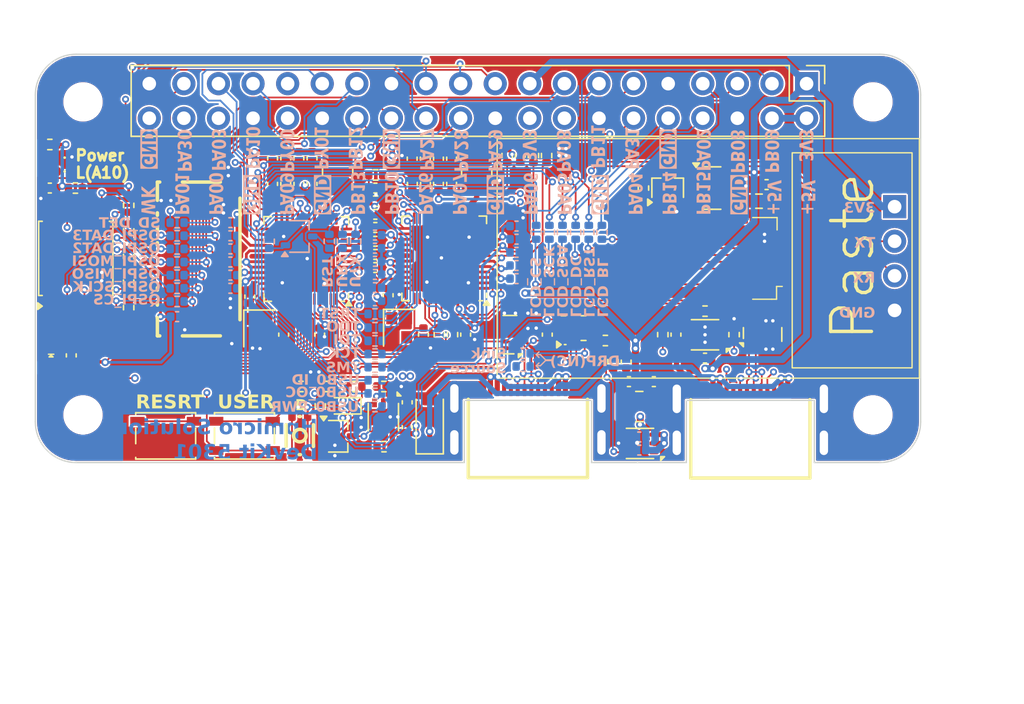
<source format=kicad_pcb>
(kicad_pcb (version 20240108) (generator "pcbnew") (generator_version "8.0")
  (layers (0 "F.Cu" signal) (1 "In1.Cu" power) (2 "In2.Cu" signal) (31 "B.Cu" signal) (34 "B.Paste" user) (35 "F.Paste" user) (36 "B.SilkS" user "B.Silkscreen") (37 "F.SilkS" user "F.Silkscreen") (38 "B.Mask" user) (39 "F.Mask" user) (44 "Edge.Cuts" user))
  (net 0 "")
  (net 1 "/XIN")
  (net 2 "GND")
  (net 3 "/XOUT")
  (net 4 "/NRST")
  (net 5 "POWER")
  (net 6 "+5V")
  (net 7 "+3V3")
  (net 8 "Net-(U1A-VDD_PMCCAP)")
  (net 9 "Net-(U1A-VDD_OTPCAP)")
  (net 10 "VDD_SOC0")
  (net 11 "Net-(U7-FB)")
  (net 12 "Net-(U8A-VDD_PMCCAP)")
  (net 13 "Net-(U8A-VDD_OTPCAP)")
  (net 14 "VDD_SOC1")
  (net 15 "/Debugger/XIN")
  (net 16 "/Debugger/XOUT")
  (net 17 "/Debugger/NRST")
  (net 18 "Net-(D2-A)")
  (net 19 "/Interface/OTG_ID")
  (net 21 "/Debugger/BOOT0")
  (net 22 "Net-(J1-CC1)")
  (net 23 "/Interface/USB_D-")
  (net 26 "/Interface/USB_D+")
  (net 27 "Net-(J1-CC2)")
  (net 28 "/PA24")
  (net 29 "/Interface/CC2")
  (net 31 "/PA25")
  (net 32 "/Interface/CC1")
  (net 34 "/PB14")
  (net 35 "/PA04")
  (net 36 "/PA02")
  (net 37 "/PA05")
  (net 38 "/PA03")
  (net 39 "/PA27")
  (net 40 "/PA30")
  (net 41 "/PA26")
  (net 42 "/PA01")
  (net 43 "/PA07")
  (net 44 "/PB11")
  (net 45 "/PA28")
  (net 46 "/PA08")
  (net 47 "/WAKEUP")
  (net 48 "/PA31")
  (net 49 "/PA29")
  (net 50 "/PB15")
  (net 51 "/PY01")
  (net 52 "/PB10")
  (net 53 "/PB09")
  (net 54 "/PB13")
  (net 55 "/PB12")
  (net 56 "/PA10")
  (net 57 "/PA00")
  (net 58 "/PA06")
  (net 59 "/PB08")
  (net 60 "/PY00")
  (net 61 "/PA09")
  (net 62 "/Debugger/WS2812")
  (net 63 "Net-(J4-Pin_8)")
  (net 65 "Net-(Q1-D)")
  (net 67 "Net-(D4-A)")
  (net 68 "Net-(D5-A)")
  (net 70 "/SD_CS")
  (net 71 "/SD_MOSI")
  (net 72 "/SD_MISO")
  (net 74 "/SD_SCK")
  (net 75 "/SD_DET")
  (net 76 "Net-(U1A-DCDC_LP)")
  (net 77 "Net-(U7-LX)")
  (net 78 "Net-(U8A-DCDC_LP)")
  (net 79 "Net-(Q2-D)")
  (net 80 "/LCD_BL")
  (net 81 "Net-(Q3-D)")
  (net 82 "Net-(Q4-D)")
  (net 83 "/Debugger/TDO")
  (net 84 "/Debugger/TDI")
  (net 85 "/Debugger/TCK")
  (net 86 "/Debugger/TMS")
  (net 87 "/Debugger/TRST")
  (net 88 "/Debugger/SRST")
  (net 89 "/Debugger/UART_TX")
  (net 90 "/Debugger/UART_RX")
  (net 91 "Net-(U2-ILIM)")
  (net 92 "Net-(U5-ILIM)")
  (net 93 "Net-(U6-VBUS_DET)")
  (net 94 "Net-(U6-PORT)")
  (net 95 "Net-(U8B-PA28{slash}I2C3.SDA{slash}SPI1.MISO{slash}XPI0.CA_D0{slash}TRGM0.P04)")
  (net 96 "Net-(U8B-PA29{slash}I2C3.SCL{slash}SPI1.MOSI{slash}XPI0.CA_D2{slash}TRGM0.P05{slash}USB0.OC)")
  (net 97 "/Debugger/BOOT1")
  (net 98 "/LCD_CS")
  (net 99 "/LCD_SCK")
  (net 100 "/LCD_MOSI")
  (net 101 "/LCD_RST")
  (net 102 "/LCD_DC")
  (net 103 "/NOR_SPI_DATA2")
  (net 104 "/NOR_SPI_DATA3")
  (net 113 "/Debugger/SPI_CS")
  (net 121 "/Debugger/ISP_TX")
  (net 123 "/Debugger/ISP_RX")
  (net 125 "Net-(U5-~{FAULT})")
  (net 126 "/Interface/VBUS")
  (footprint "Capacitor_SMD:C_0402_1005Metric" (layer "F.Cu") (at 45.4152 27.686 90)
    (property "Reference" "C9")
    (property "Value" "0.1u")
  )
  (footprint "Resistor_SMD:R_0402_1005Metric" (layer "F.Cu") (at 33.8836 33.02 -90)
    (property "Reference" "R35")
    (property "Value" "10k")
  )
  (footprint "Resistor_SMD:R_0402_1005Metric" (layer "F.Cu") (at 33.8836 34.8996 90)
    (property "Reference" "R38")
    (property "Value" "47k")
  )
  (footprint "Capacitor_SMD:C_0402_1005Metric" (layer "F.Cu") (at 55.662 25.8302 -90)
    (property "Reference" "C41")
    (property "Value" "22u")
  )
  (footprint "Capacitor_SMD:C_0402_1005Metric" (layer "F.Cu") (at 72.4408 42.2148)
    (property "Reference" "C30")
    (property "Value" "10u")
  )
  (footprint "Resistor_SMD:R_0402_1005Metric" (layer "F.Cu") (at 33.8836 29.2608 90)
    (property "Reference" "R36")
    (property "Value" "47k")
  )
  (footprint "Resistor_SMD:R_0402_1005Metric" (layer "F.Cu") (at 63.6016 25.6032 90)
    (property "Reference" "R30")
    (property "Value" "10k")
  )
  (footprint "Resistor_SMD:R_0402_1005Metric" (layer "F.Cu") (at 52.0172 28.956)
    (property "Reference" "R10")
    (property "Value" "10k")
  )
  (footprint "Resistor_SMD:R_0402_1005Metric" (layer "F.Cu") (at 29.972 27.9908)
    (property "Reference" "R54")
    (property "Value" "10k")
  )
  (footprint "MountingHole:MountingHole_2.7mm_M2.5" (layer "F.Cu") (at 88.5296 21.6584)
    (property "Reference" "MH2" (hide yes))
    (property "Value" "MountingHole_2.7mm_M2.5" (hide yes))
  )
  (footprint "Capacitor_SMD:C_0402_1005Metric" (layer "F.Cu") (at 45.2628 38.7604 90)
    (property "Reference" "C2")
    (property "Value" "15p")
  )
  (footprint "Capacitor_SMD:C_0402_1005Metric" (layer "F.Cu") (at 46.3804 25.8064 -90)
    (property "Reference" "C17")
    (property "Value" "10u")
  )
  (footprint "Package_SON:USON-10_2.5x1.0mm_P0.5mm" (layer "F.Cu") (at 61.8744 38.7604 180)
    (property "Reference" "U4")
    (property "Value" "0524P")
  )
  (footprint "My USB Connector:USB-C-SMD_CX90M-16P" (layer "F.Cu") (at 79.5264 44.782)
    (property "Reference" "J1")
    (property "Value" "USB_C_Receptacle_USB2.0")
  )
  (footprint "Capacitor_SMD:C_0402_1005Metric" (layer "F.Cu") (at 28.0924 27.9908 180)
    (property "Reference" "C60")
    (property "Value" "0.1u")
  )
  (footprint "Inductor_SMD:L_1008_2520Metric" (layer "F.Cu") (at 49.2252 26.8224 -90)
    (property "Reference" "L1")
    (property "Value" "4.7uH")
  )
  (footprint "Resistor_SMD:R_0402_1005Metric" (layer "F.Cu") (at 52.6288 46.99 180)
    (property "Reference" "R18")
    (property "Value" "100k")
  )
  (footprint "LED_SMD:LED_0402_1005Metric" (layer "F.Cu") (at 28.0924 26.7716 180)
    (property "Reference" "D5")
    (property "Value" "LED_G")
  )
  (footprint "Capacitor_SMD:C_0402_1005Metric" (layer "F.Cu") (at 51.9912 33.8328)
    (property "Reference" "C25")
    (property "Value" "0.1u")
  )
  (footprint "Connector_PinHeader_2.54mm:PinHeader_2x20_P2.54mm_Vertical" (layer "F.Cu") (at 83.6546 20.32 -90)
    (property "Reference" "J3")
    (property "Value" "Header 2.54 2x20")
  )
  (footprint "MyLED:LED_WS2812_0807" (layer "F.Cu") (at 28.194 40.3352 -90)
    (property "Reference" "D3")
    (property "Value" "WS2812B")
  )
  (footprint "MountingHole:MountingHole_2.7mm_M2.5" (layer "F.Cu") (at 30.5296 44.6584)
    (property "Reference" "MH3" (hide yes))
    (property "Value" "MountingHole_2.7mm_M2.5" (hide yes))
  )
  (footprint "My Switch:SW-SMD_4P-L2.8-W1.9-P1.20-LS3.0_1TS028A" (layer "F.Cu") (at 46.4474 46.1772 -90)
    (property "Reference" "SW3")
    (property "Value" "1TS028A-1900-0600-CT")
  )
  (footprint "Capacitor_SMD:C_0402_1005Metric" (layer "F.Cu") (at 47.9044 38.7604 -90)
    (property "Reference" "C24")
    (property "Value" "0.1u")
  )
  (footprint "Diode_SMD:D_SOD-123" (layer "F.Cu") (at 55.9858 45.1612 90)
    (property "Reference" "D1")
    (property "Value" "DSS34")
  )
  (footprint "Capacitor_SMD:C_0402_1005Metric" (layer "F.Cu") (at 54.3331 43.7329 -90)
    (property "Reference" "C6")
    (property "Value" "10u")
  )
  (footprint "Resistor_SMD:R_0402_1005Metric" (layer "F.Cu") (at 28.0944 24.7904 180)
    (property "Reference" "R53")
    (property "Value" "10k")
  )
  (footprint "Resistor_SMD:R_0402_1005Metric" (layer "F.Cu") (at 56.6928 38.7604 90)
    (property "Reference" "R29")
    (property "Value" "22R")
  )
  (footprint "MountingHole:MountingHole_2.7mm_M2.5" (layer "F.Cu") (at 88.5296 44.6584)
    (property "Reference" "MH4" (hide yes))
    (property "Value" "MountingHole_2.7mm_M2.5" (hide yes))
  )
  (footprint "Package_DFN_QFN:DFN-6-1EP_2x2mm_P0.65mm_EP1x1.6mm" (layer "F.Cu") (at 52.5822 44.8224 -90)
    (property "Reference" "U5")
    (property "Value" "TPS25200")
  )
  (footprint "Resistor_SMD:R_0402_1005Metric" (layer "F.Cu") (at 33.8836 31.1404 90)
    (property "Reference" "R37")
    (property "Value" "47k")
  )
  (footprint "Package_TO_SOT_SMD:SOT-23" (layer "F.Cu") (at 76.708 27.9908)
    (property "Reference" "Q4")
    (property "Value" "AO3401A")
  )
  (footprint "Capacitor_SMD:C_0402_1005Metric" (layer "F.Cu") (at 64.6176 38.7604 -90)
    (property "Reference" "C8")
    (property "Value" "0.1u")
  )
  (footprint "Capacitor_SMD:C_0402_1005Metric" (layer "F.Cu") (at 46.3804 27.686 90)
    (property "Reference" "C12")
    (property "Value" "10u")
  )
  (footprint "Crystal:Crystal_SMD_2016-4Pin_2.0x1.6mm" (layer "F.Cu") (at 43.4848 38.3032 -90)
    (property "Reference" "Y1")
    (property "Value" "24M")
  )
  (footprint "Capacitor_SMD:C_0402_1005Metric" (layer "F.Cu") (at 44.45 27.686 90)
    (property "Reference" "C10")
    (property "Value" "4.7u")
  )
  (footprint "My USB Connector:USB-C-SMD_CX90M-16P" (layer "F.Cu") (at 63.1952 44.7528)
    (property "Reference" "J2")
    (property "Value" "USB_C_Receptacle_USB2.0")
  )
  (footprint "MountingHole:MountingHole_2.7mm_M2.5" (layer "F.Cu") (at 30.5296 21.6584)
    (property "Reference" "MH1" (hide yes))
    (property "Value" "MountingHole_2.7mm_M2.5" (hide yes))
  )
  (footprint "Capacitor_SMD:C_0402_1005Metric" (layer "F.Cu") (at 70.612 42.2148 180)
    (property "Reference" "C29")
    (property "Value" "10u")
  )
  (footprint "Package_DFN_QFN:QFN-48-1EP_6x6mm_P0.4mm_EP4.2x4.2mm" (layer "F.Cu") (at 46.9236 33.2 180)
    (property "Reference" "U1")
    (property "Value" "HPM5301IEG1")
  )
  (footprint "Resistor_SMD:R_0402_1005Metric" (layer "F.Cu") (at 78.3336 38.7604 90)
    (property "Reference" "R14")
    (property "Value" "5.1k")
  )
  (footprint "Package_SO:SOIC-8_5.23x5.23mm_P1.27mm" (layer "F.Cu") (at 30 33.1584 90)
    (property "Reference" "U9")
    (property "Value" "W25Q32JVSS")
  )
  (footprint "Capacitor_SMD:C_0402_1005Metric" (layer "F.Cu") (at 51.9912 31.9024)
    (property "Reference" "C26")
    (property "Value" "0.1u")
  )
  (footprint "Resistor_SMD:R_0402_1005Metric" (layer "F.Cu") (at 50.4952 42.5704)
    (property "Reference" "R20")
    (property "Value" "100k")
  )
  (footprint "Resistor_SMD:R_0402_1005Metric" (layer "F.Cu") (at 64.5668 25.6032 90)
    (property "Reference" "R31")
    (property "Value" "10k")
  )
  (footprint "Package_TO_SOT_SMD:SOT-323_SC-70" (layer "F.Cu") (at 73.4568 27.9908 90)
    (property "Reference" "Q3")
    (property "Value" "2N7002")
  )
  (footprint "Button_Switch_SMD:SW_SPST_PTS810" (layer "F.Cu") (at 42.3834 46.2)
    (property "Reference" "SW1")
    (property "Value" "TS3425")
  )
  (footprint "Capacitor_SMD:C_0402_1005Metric" (layer "F.Cu") (at 45.4152 25.8064 -90)
    (property "Reference" "C16")
    (property "Value" "22u")
  )
  (footprint "connector:FPC-SMD_8P-P0.50-FH34SRJ" (layer "F.Cu") (at 80.2 33.1584 -90)
    (property "Reference" "J4")
    (property "Value" "FH34SRJ-8S-0.5SH")
  )
  (footprint "Resistor_SMD:R_0402_1005Metric" (layer "F.Cu") (at 47.9552 43.9928 -90)
    (property "Reference" "R16")
    (property "Value" "100k")
  )
  (footprint "Package_DFN_QFN:QFN-48-1EP_6x6mm_P0.4mm_EP4.2x4.2mm" (layer "F.Cu") (at 57.05 33.1584 180)
    (property "Reference" "U8")
    (property "Value" "HPM5301IEG1")
  )
  (footprint "Button_Switch_SMD:SW_SPST_PTS810" (layer "F.Cu") (at 36.6 46.2)
    (property "Reference" "SW2")
    (property "Value" "TS3425")
  )
  (footprint "Package_DFN_QFN:Texas_X2QFN-12_1.6x1.6mm_P0.4mm" (layer "F.Cu") (at 66.546 38.2804 90)
    (property "Reference" "U6")
    (property "Value" "HUSB320")
  )
  (footprint "Capacitor_SMD:C_0402_1005Metric" (layer "F.Cu") (at 51.9912 29.9212)
    (property "Reference" "C11")
    (property "Value" "0.1u")
  )
  (footprint "Capacitor_SMD:C_0402_1005Metric" (layer "F.Cu") (at 54.7116 27.686 90)
    (property "Reference" "C35")
    (property "Value" "4.7u")
  )
  (footprint "Capacitor_SMD:C_0402_1005Metric" (layer "F.Cu") (at 54.6968 25.8302 -90)
    (property "Reference" "C40")
    (property "Value" "22u")
  )
  (footprint "Capacitor_SMD:C_0402_1005Metric" (layer "F.Cu") (at 76.2 40.4876 180)
    (property "Reference" "C5")
    (property "Value" "10u")
  )
  (footprint "Capacitor_SMD:C_0402_1005Metric" (layer "F.Cu") (at 29.6672 40.2844 90)
    (property "Reference" "C54")
    (property "Value" "0.1u")
  )
  (footprint "Resistor_SMD:R_0402_1005Metric" (layer "F.Cu") (at 69.4436 40.7416 90)
    (property "Reference" "R26")
    (property "Value" "100k")
  )
  (footprint "Capacitor_SMD:C_0402_1005Metric" (layer "F.Cu") (at 55.5244 38.7604 -90)
    (property "Reference" "C56")
    (property "Value" "15p")
  )
  (footprint "Resistor_SMD:R_0603_1608Metric" (layer "F.Cu") (at 80.1624 28.956 180)
    (property "Reference" "R33")
    (property "Value" "10R")
  )
  (footprint "Capacitor_SMD:C_0402_1005Metric" (layer "F.Cu") (at 74.0664 38.7604 90)
    (property "Reference" "C4")
    (property "Value" "0.1u")
  )
  (footprint "Capacitor_SMD:C_0402_1005Metric" (layer "F.Cu") (at 56.6272 25.8302 -90)
    (property "Reference" "C42")
    (property "Value" "10u")
  )
  (footprint "Inductor_SMD:L_1008_2520Metric" (layer "F.Cu") (at 71.374 44.0436 180)
    (property "Reference" "L2")
    (property "Value" "2.2u")
  )
  (footprint "Capacitor_SMD:C_0402_1005Metric" (layer "F.Cu") (at 54.3331 45.5597 90)
    (property "Reference" "C7")
    (property "Value" "0.1u")
  )
  (footprint "Resistor_SMD:R_0402_1005Metric" (layer "F.Cu") (at 76.2 37.0332 180)
    (property "Reference" "R15")
    (property "Value" "68k")
  )
  (footprint "Resistor_SMD:R_0402_1005Metric" (layer "F.Cu") (at 73.1012 38.7604 90)
    (property "Reference" "R13")
    (property "Value" "5.1k")
  )
  (footprint "LED_SMD:LED_0402_1005Metric" (layer "F.Cu") (at 28.0924 25.7556 180)
    (property "Reference" "D4")
    (property "Value" "LED_R")
  )
  (footprint "Crystal:Crystal_SMD_2016-4Pin_2.0x1.6mm" (layer "F.Cu") (at 53.7464 38.2524 -90)
    (property "Reference" "Y2")
    (property "Value" "24M")
  )
  (footprint "Package_DFN_QFN:DFN-6-1EP_2x2mm_P0.65mm_EP1.01x1.7mm" (layer "F.Cu") (at 71.4248 46.7546 180)
    (property "Reference" "U7")
    (property "Value" "RT8010")
  )
  (footprint "Resistor_SMD:R_0402_1005Metric" (layer "F.Cu") (at 52.6197 42.5704)
    (property "Reference" "R21")
    (property "Value" "68k")
  )
  (footprint "Package_TO_SOT_SMD:SOT-323_SC-70" (layer "F.Cu") (at 49.2454 46.228)
    (property "Reference" "Q2")
    (property "Value" "2N7002")
  )
  (footprint "Diode_SMD:D_SOD-523" (layer "F.Cu") (at 49.6824 43.9928 180)
    (property "Reference" "D2")
    (property "Value" "RB520")
  )
  (footprint "Capacitor_SMD:C_0402_1005Metric" (layer "F.Cu") (at 52.9336 35.8648 -90)
    (property "Reference" "C55")
    (property "Value" "15p")
  )
  (footprint "Resistor_SMD:R_0402_1005Metric" (layer "F.Cu") (at 52.0192 27.0256 180)
    (property "Reference" "R12")
    (property "Value" "10k")
  )
  (footprint "Resistor_SMD:R_0402_1005Metric" (layer "F.Cu") (at 68.4276 40.7416 -90)
    (property "Reference" "R27")
    (property "Value" "22.1k")
  )
  (footprint "Capacitor_SMD:C_0402_1005Metric" (layer "F.Cu") (at 58.6232 38.7604 -90)
    (property "Reference" "C50")
    (property "Value" "0.1u")
  )
  (footprint "Capacitor_SMD:C_0402_1005Metric" (layer "F.Cu") (at 57.5924 27.686 90)
    (property "Reference" "C38")
    (property "Value" "0.1u")
  )
  (footprint "Capacitor_SMD:C_0402_1005Metric" (layer "F.Cu") (at 51.9912 30.8864)
    (property "Reference" "C14")
    (property "Value" "4.7u")
  )
  (footprint "Capacitor_SMD:C_0402_1005Metric" (layer "F.Cu") (at 51.9912 32.8676)
    (property "Reference" "C21")
    (property "Value" "0.1u")
  )
  (footprint "Capacitor_SMD:C_0402_1005Metric" (layer "F.Cu") (at 42.7736 35.9664 90)
    (property "Reference" "C1")
    (property "Value" "15p")
  )
  (footprint "Connector_PinHeader_2.54mm:PinHeader_1x04_P2.54mm_Vertical" (layer "F.Cu") (at 90.1192 29.3584)
    (property "Reference" "J6" (hide yes))
    (property "Value" "Header 2.54 4P")
  )
  (footprint "Resistor_SMD:R_0402_1005Metric" (layer "F.Cu") (at 48.4124 42.5704)
    (property "Reference" "R19")
    (property "Value" "100k")
  )
  (footprint "Capacitor_SMD:C_0402_1005Metric" (layer "F.Cu") (at 44.45 25.8064 -90)
    (property "Reference" "C15")
    (property "Value" "22u")
  )
  (footprint "Resistor_SMD:R_0402_1005Metric" (layer "F.Cu") (at 33.8836 36.7792 -90)
    (property "Reference" "R39")
    (property "Value" "47k")
  )
  (footprint "Capacitor_SMD:C_0402_1005Metric" (layer "F.Cu") (at 56.6272 27.686 90)
    (property "Reference" "C37")
    (property "Value" "10u")
  )
  (footprint "Capacitor_SMD:C_0402_1005Metric" (layer "F.Cu") (at 62.6364 25.6032 90)
    (property "Reference" "C57")
    (property "Value" "0.1u")
  )
  (footprint "Capacitor_SMD:C_0402_1005Metric" (layer "F.Cu") (at 51.9964 27.9908)
    (property "Reference" "C3")
    (property "Value" "0.1u")
  )
  (footprint "Capacitor_SMD:C_0402_1005Metric" (layer "F.Cu") (at 47.3456 25.8064 -90)
    (property "Reference" "C18")
    (property "Value" "0.1u")
  )
  (footprint "connector:TF-SMD_TF-06A" (layer "F.Cu") (at 38.4 33.2 90)
    (property "Reference" "J5")
    (property "Value" "Micro_SD_Card_Det1")
  )
  (footprint "Resistor_SMD:R_0402_1005Metric" (layer "F.Cu") (at 71.6788 27.9908 90)
    (property "Reference" "R34")
    (property "Value" "100k")
  )
  (footprint "Resistor_SMD:R_0402_1005Metric" (layer "F.Cu") (at 57.658 38.7604 90)
    (property "Reference" "R28")
    (property "Value" "22R")
  )
  (footprint "Package_DFN_QFN:DFN-6-1EP_2x2mm_P0.65mm_EP1x1.6mm" (layer "F.Cu") (at 76.2 38.7708 180)
    (property "Reference" "U2")
    (property "Value" "TPS25200")
  )
  (footprint "Capacitor_SMD:C_0402_1005Metric" (layer "F.Cu") (at 47.3456 27.686 90)
    (property "Reference" "C13")
    (property "Value" "0.1u")
  )
  (footprint "Inductor_SMD:L_1008_2520Metric" (layer "F.Cu") (at 59.436 26.865 -90)
    (property "Reference" "L3")
    (property "Value" "4.7uH")
  )
  (footprint "Resistor_SMD:R_0402_1005Metric" (layer "F.Cu") (at 68.8828 39.1948 180)
    (property "Reference" "R23")
    (property "Value" "886k")
  )
  (footprint "Package_SON:USON-10_2.5x1.0mm_P0.5mm" (layer "F.Cu") (at 80.4273 38.7479 90)
    (property "Reference" "U3")
    (property "Value" "0524P")
  )
  (footprint "Capacitor_SMD:C_0402_1005Metric" (layer "F.Cu") (at 70.4088 40.7416 90)
    (property "Reference" "C31")
    (property "Value" "22p")
  )
  (footprint "Resistor_SMD:R_0402_1005Metric" (layer "F.Cu") (at 61.6712 25.6032 -90)
    (property "Reference" "R32")
    (property "Value" "10k")
  )
  (footprint "Capacitor_SMD:C_0402_1005Metric" (layer "F.Cu") (at 55.6768 27.686 90)
    (property "Reference" "C34")
    (property "Value" "0.1u")
  )
  (footprint "Capacitor_SMD:C_0402_1005Metric" (layer "F.Cu") (at 80.7212 27.7368 180)
    (property "Reference" "C58")
    (property "Value" "0.1u")
  )
  (footprint "Capacitor_SMD:C_0402_1005Metric" (layer "F.Cu") (at 57.5924 25.8302 -90)
    (property "Reference" "C43")
    (property "Value" "0.1u")
  )
  (footprint "Resistor_SMD:R_0402_1005Metric" (layer "F.Cu") (at 46.5328 42.5704)
    (property "Reference" "R11")
    (property "Value" "10k")
  )
  (footprint "Resistor_SMD:R_0402_1005Metric" (layer "B.Cu") (at 63.8048 31.242 -90)
    (property "Reference" "R45")
    (property "Value" "0R")
  )
  (footprint "Resistor_SMD:R_0402_1005Metric" (layer "B.Cu") (at 37.4396 30.5308 180)
    (property "Reference" "R50")
    (property "Value" "0R")
  )
  (footprint "Resistor_SMD:R_0402_1005Metric" (layer "B.Cu") (at 37.4396 34.3916 180)
    (property "Reference" "R42")
    (property "Value" "0R")
  )
  (footprint "Resistor_SMD:R_0402_1005Metric" (layer "B.Cu") (at 62.8396 40.132 180)
    (property "Reference" "R24")
    (property "Value" "900k")
  )
  (footprint "Capacitor_SMD:C_0402_1005Metric" (layer "B.Cu") (at 41.3512 31.496 180)
    (property "Reference" "C19")
    (property "Value" "0.1u")
  )
  (footprint "Capacitor_SMD:C_0402_1005Metric" (layer "B.Cu") (at 71.374 47.244 180)
    (property "Reference" "C33")
    (property "Value" "0.1u")
  )
  (footprint "Capacitor_SMD:C_0402_1005Metric" (layer "B.Cu") (at 51.9684 32.4104 180)
    (property "Reference" "C48")
    (property "Value" "0.1u")
  )
  (footprint "Capacitor_SMD:C_0402_1005Metric" (layer "B.Cu") (at 62.3596 31.75)
    (property "Reference" "C36")
    (property "Value" "0.1u")
  )
  (footprint "Capacitor_SMD:C_0402_1005Metric" (layer "B.Cu") (at 51.9684 33.3756 180)
    (property "Reference" "C45")
    (property "Value" "0.1u")
  )
  (footprint "Capacitor_SMD:C_0402_1005Metric" (layer "B.Cu") (at 41.3512 34.3916 180)
    (property "Reference" "C27")
    (property "Value" "0.1u")
  )
  (footprint "Resistor_SMD:R_0402_1005Metric" (layer "B.Cu") (at 44.196 31.9024 90)
    (property "Reference" "R7")
    (property "Value" "100k")
  )
  (footprint "Capacitor_SMD:C_0402_1005Metric" (layer "B.Cu") (at 51.9684 36.2712 180)
    (property "Reference" "C47")
    (property "Value" "0.1u")
  )
  (footprint "Capacitor_SMD:C_0402_1005Metric" (layer "B.Cu") (at 51.9684 31.4452 180)
    (property "Reference" "C52")
    (property "Value" "0.1u")
  )
  (footprint "Capacitor_SMD:C_0402_1005Metric" (layer "B.Cu") (at 51.9684 34.3408 180)
    (property "Reference" "C44")
    (property "Value" "0.1u")
  )
  (footprint "Package_TO_SOT_SMD:SOT-323_SC-70" (layer "B.Cu") (at 46.3964 31.5468)
    (property "Reference" "Q1")
    (property "Value" "2N7002")
  )
  (footprint "Capacitor_SMD:C_0402_1005Metric" (layer "B.Cu") (at 71.374 46.2788 180)
    (property "Reference" "C32")
    (property "Value" "4.7u")
  )
  (footprint "Resistor_SMD:R_0402_1005Metric" (layer "B.Cu") (at 37.4396 31.496 180)
    (property "Reference" "R52")
    (property "Value" "0R")
  )
  (footprint "Resistor_SMD:R_0402_1005Metric" (layer "B.Cu") (at 37.4396 33.4264 180)
    (property "Reference" "R43")
    (property "Value" "0R")
  )
  (footprint "Capacitor_SMD:C_0402_1005Metric" (layer "B.Cu") (at 51.9684 35.306 180)
    (property "Reference" "C51")
    (property "Value" "0.1u")
  )
  (footprint "Resistor_SMD:R_0402_1005Metric" (layer "B.Cu") (at 51.9684 44.0436)
    (property "Reference" "R17")
    (property "Value" "0R")
  )
  (footprint "Capacitor_SMD:C_0402_1005Metric" (layer "B.Cu") (at 62.3596 32.7152)
    (property "Reference" "C49")
    (property "Value" "0.1u")
  )
  (footprint "Resistor_SMD:R_0402_1005Metric" (layer "B.Cu") (at 51.9684 41.148)
    (property "Reference" "R4")
    (property "Value" "0R")
  )
  (footprint "Capacitor_SMD:C_0402_1005Metric" (layer "B.Cu") (at 62.3596 33.6804)
    (property "Reference" "C46")
    (property "Value" "0.1u")
  )
  (footprint "Capacitor_SMD:C_0402_1005Metric" (layer "B.Cu") (at 62.3596 30.7848)
    (property "Reference" "C39")
    (property "Value" "4.7u")
  )
  (footprint "Capacitor_SMD:C_0402_1005Metric" (layer "B.Cu") (at 41.3512 35.3568 180)
    (property "Reference" "C22")
    (property "Value" "0.1u")
  )
  (footprint "Resistor_SMD:R_0402_1005Metric" (layer "B.Cu") (at 66.7004 31.242 -90)
    (property "Reference" "R49")
    (property "Value" "0R")
  )
  (footprint "Resistor_SMD:R_0402_1005Metric" (layer "B.Cu") (at 64.77 31.242 -90)
    (property "Reference" "R46")
    (property "Value" "0R")
  )
  (footprint "Resistor_SMD:R_0402_1005Metric" (layer "B.Cu") (at 62.8416 41.0972 180)
    (property "Reference" "R25")
    (property "Value" "900k")
  )
  (footprint "Capacitor_SMD:C_0402_1005Metric" (layer "B.Cu") (at 41.3512 30.5308 180)
    (property "Reference" "C28")
    (property "Value" "0.1u")
  )
  (footprint "Resistor_SMD:R_0402_1005Metric" (layer "B.Cu") (at 37.4396 32.4612 180)
    (property "Reference" "R51")
    (property "Value" "0R")
  )
  (footprint "Resistor_SMD:R_0402_1005Metric" (layer "B.Cu") (at 37.4396 35.3568 180)
    (property "Reference" "R41")
    (property "Value" "0R")
  )
  (footprint "Resistor_SMD:R_0402_1005Metric" (layer "B.Cu") (at 37.4396 36.322 180)
    (property "Reference" "R40")
    (property "Value" "0R")
  )
  (footprint "Resistor_SMD:R_0402_1005Metric" (layer "B.Cu") (at 68.6308 31.242 -90)
    (property "Reference" "R44")
    (property "Value" "0R")
  )
  (footprint "Resistor_SMD:R_0402_1005Metric" (layer "B.Cu") (at 48.6156 31.9024 -90)
    (property "Reference" "R6")
    (property "Value" "22R")
  )
  (footprint "Resistor_SMD:R_0402_1005Metric" (layer "B.Cu") (at 51.9684 39.2176)
    (property "Reference" "R2")
    (property "Value" "0R")
  )
  (footprint "Resistor_SMD:R_0402_1005Metric" (layer "B.Cu") (at 50.546 31.9024 -90)
    (property "Reference" "R8")
    (property "Value" "0R")
  )
  (footprint "Resistor_SMD:R_0402_1005Metric" (layer "B.Cu") (at 65.7352 31.24 -90)
    (property "Reference" "R47")
    (property "Value" "0R")
  )
  (footprint "Resistor_SMD:R_0402_1005Metric" (layer "B.Cu") (at 51.9684 38.2524)
    (property "Reference" "R1")
    (property "Value" "0R")
  )
  (footprint "Resistor_SMD:R_0402_1005Metric" (layer "B.Cu") (at 51.9684 42.1132 180)
    (property "Reference" "R22")
    (property "Value" "0R")
  )
  (footprint "Resistor_SMD:R_0402_1005Metric" (layer "B.Cu") (at 51.9684 37.2364)
    (property "Reference" "R5")
    (property "Value" "0R")
  )
  (footprint "Resistor_SMD:R_0402_1005Metric" (layer "B.Cu") (at 67.6656 31.242 -90)
    (property "Reference" "R48")
    (property "Value" "0R")
  )
  (footprint "Resistor_SMD:R_0402_1005Metric" (layer "B.Cu") (at 51.9684 40.1828)
    (property "Reference" "R3")
    (property "Value" "0R")
  )
  (footprint "Capacitor_SMD:C_0402_1005Metric" (layer "B.Cu") (at 41.3512 32.4612 180)
    (property "Reference" "C23")
    (property "Value" "0.1u")
  )
  (footprint "Resistor_SMD:R_0402_1005Metric" (layer "B.Cu") (at 51.9684 43.0784)
    (property "Reference" "R55")
    (property "Value" "0R")
  )
  (footprint "Capacitor_SMD:C_0402_1005Metric" (layer "B.Cu") (at 37.4396 37.4396)
    (property "Reference" "C59")
    (property "Value" "0.1u")
  )
  (footprint "Capacitor_SMD:C_0402_1005Metric" (layer "B.Cu") (at 41.3512 33.4264 180)
    (property "Reference" "C20")
    (property "Value" "0.1u")
  )
  (footprint "Capacitor_SMD:C_0402_1005Metric" (layer "B.Cu") (at 62.3596 34.6456)
    (property "Reference" "C53")
    (property "Value" "0.1u")
  )
  (footprint "Resistor_SMD:R_0402_1005Metric" (layer "B.Cu") (at 49.5808 31.9024 -90)
    (property "Reference" "R9")
    (property "Value" "0R")
  )
  (gr_line (start 64.516 40.64) (end 64.9224 40.64) (stroke (width 0.15)) (layer "B.SilkS"))
  (gr_line (start 64.1096 40.2336) (end 64.516 40.64) (stroke (width 0.1)) (layer "B.SilkS"))
  (gr_line (start 63.8048 41.0464) (end 64.008 41.2496) (stroke (width 0.1)) (layer "B.SilkS"))
  (gr_line (start 63.8048 40.2336) (end 64.008 40.0304) (stroke (width 0.1)) (layer "B.SilkS"))
  (gr_line (start 63.8048 40.2336) (end 64.008 40.4368) (stroke (width 0.1)) (layer "B.SilkS"))
  (gr_line (start 64.1096 41.0464) (end 64.516 40.64) (stroke (width 0.1)) (layer "B.SilkS"))
  (gr_line (start 63.8048 40.2336) (end 64.1096 40.2336) (stroke (width 0.1)) (layer "B.SilkS"))
  (gr_line (start 63.8048 41.0464) (end 64.1096 41.0464) (stroke (width 0.1)) (layer "B.SilkS"))
  (gr_line (start 63.8048 41.0464) (end 64.008 40.8432) (stroke (width 0.1)) (layer "B.SilkS"))
  (gr_rect (start 60.9372 24.3584) (end 91.9372 41.9584) (stroke (width 0.1)) (fill none) (layer "F.SilkS"))
  (gr_rect (start 82.6 25.4) (end 91.4 41.2) (stroke (width 0.1)) (fill none) (layer "F.SilkS"))
  (gr_line (start 74.8284 48.1584) (end 74.8284 43.5864) (stroke (width 0.1)) (layer "Edge.Cuts"))
  (gr_line (start 58.5216 43.5864) (end 58.5216 48.1584) (stroke (width 0.1)) (layer "Edge.Cuts"))
  (gr_line (start 58.5216 43.5864) (end 67.8688 43.5864) (stroke (width 0.1)) (layer "Edge.Cuts"))
  (gr_line (start 84.2264 43.5864) (end 84.2264 48.1584) (stroke (width 0.1)) (layer "Edge.Cuts"))
  (gr_line (start 71.2216 48.1584) (end 74.8284 48.1584) (stroke (width 0.1)) (layer "Edge.Cuts"))
  (gr_line (start 92.0296 45.1584) (end 92.0296 21.1584) (stroke (width 0.1)) (layer "Edge.Cuts"))
  (gr_line (start 67.8688 43.5864) (end 67.8688 48.1584) (stroke (width 0.1)) (layer "Edge.Cuts"))
  (gr_line (start 27.0296 21.1584) (end 27.0296 45.1584) (stroke (width 0.1)) (layer "Edge.Cuts"))
  (gr_arc (start 30.0296 48.1584) (mid 27.90828 47.27972) (end 27.0296 45.1584) (stroke (width 0.1)) (layer "Edge.Cuts"))
  (gr_line (start 71.2216 48.1584) (end 71.2724 48.1584) (stroke (width 0.1)) (layer "Edge.Cuts"))
  (gr_line (start 71.2724 48.1584) (end 67.8688 48.1584) (stroke (width 0.1)) (layer "Edge.Cuts"))
  (gr_arc (start 89.0296 18.1584) (mid 91.15092 19.03708) (end 92.0296 21.1584) (stroke (width 0.1)) (layer "Edge.Cuts"))
  (gr_arc (start 27.0296 21.1584) (mid 27.90828 19.03708) (end 30.0296 18.1584) (stroke (width 0.1)) (layer "Edge.Cuts"))
  (gr_line (start 74.8284 43.5864) (end 84.2264 43.5864) (stroke (width 0.1)) (layer "Edge.Cuts"))
  (gr_line (start 89.0296 18.1584) (end 30.0296 18.1584) (stroke (width 0.1)) (layer "Edge.Cuts"))
  (gr_line (start 58.5216 48.1584) (end 30.0296 48.1584) (stroke (width 0.1)) (layer "Edge.Cuts"))
  (gr_line (start 84.2264 48.1584) (end 89.0296 48.1584) (stroke (width 0.1)) (layer "Edge.Cuts"))
  (gr_arc (start 92.0296 45.1584) (mid 91.15092 47.27972) (end 89.0296 48.1584) (stroke (width 0.1)) (layer "Edge.Cuts"))
  (gr_text "Hpmicro Solution\nDevKit 5301" (at 47.752 48.1076 0) (layer "B.Cu") (effects (font (size 1.1 1.1) (thickness 0.25) (bold yes)) (justify left bottom mirror)))
  (gr_text "LCD_SCK" (at 64.23152 37.4904 270) (layer "B.SilkS") (effects (font (size 0.762 0.762)) (justify left bottom mirror)))
  (gr_text "PA10" (at 42.339791 26.594849 270) (layer "B.SilkS") (effects (font (size 1 0.8)) (justify left bottom mirror)))
  (gr_text "LCD_RST" (at 67.18808 37.4904 270) (layer "B.SilkS") (effects (font (size 0.762 0.762)) (justify left bottom mirror)))
  (gr_text "PB10" (at 52.535549 29.981511 270) (layer "B.SilkS") (effects (font (size 1 0.8)) (justify left bottom mirror)))
  (gr_text "RST" (at 47.9552 35.306 270) (layer "B.SilkS") (effects (font (size 0.762 0.762)) (justify left bottom mirror)))
  (gr_text "PB14" (at 72.917713 29.981511 270) (layer "B.SilkS") (effects (font (size 1 0.8)) (justify left bottom mirror)))
  (gr_text "PA09" (at 44.836682 29.981511 270) (layer "B.SilkS") (effects (font (size 1 0.8)) (justify left bottom mirror)))
  (gr_text "PA08" (at 65.158853 26.829322 270) (layer "B.SilkS") (effects (font (size 1 0.8)) (justify left bottom mirror)))
  (gr_text "+5V" (at 83.1088 29.981511 270) (layer "B.SilkS") (effects (font (size 1 0.8)) (justify left bottom mirror)))
  (gr_text "PY00" (at 44.850551 26.826196 270) (layer "B.SilkS") (effects (font (size 1 0.8)) (justify left bottom mirror)))
  (gr_text "PB13" (at 50.043334 29.981511 270) (layer "B.SilkS") (effects (font (size 1 0.8)) (justify left bottom mirror)))
  (gr_text "LCD_CS" (at 63.246 37.4904 270) (layer "B.SilkS") (effects (font (size 0.762 0.762)) (justify left bottom mirror)))
  (gr_text "PA28" (at 57.626573 26.819943 270) (layer "B.SilkS") (effects (font (size 1 0.8)) (justify left bottom mirror)))
  (gr_text "GND" (at 67.822172 29.8704 270) (layer "B.SilkS" knockout) (effects (font (size 1 0.8)) (justify left bottom mirror)))
  (gr_text "GND" (at 52.493942 26.5176 270) (layer "B.SilkS" knockout) (effects (font (size 1 0.8)) (justify left bottom mirror)))
  (gr_text "TRST" (at 50.9016 37.6936 0) (layer "B.SilkS") (effects (font (size 0.762 0.762)) (justify left bottom mirror)))
  (gr_text "QSPI_SCLK" (at 36.2204 35.73272 0) (layer "B.SilkS") (effects (font (size 0.762 0.762)) (justify left bottom mirror)))
  (gr_text "GND" (at 60.123305 29.8704 270) (layer "B.SilkS" knockout) (effects (font (size 1 0.8)) (justify left bottom mirror)))
  (gr_text "LCD_SDA" (at 65.21704 37.4904 270) (layer "B.SilkS") (effects (font (size 0.762 0.762)) (justify left bottom mirror)))
  (gr_text "USB0_PWR" (at 50.8 44.5516 0) (layer "B.SilkS") (effects (font (size 0.762 0.762)) (justify left bottom mirror)))
  (gr_text "UTX" (at 49.9872 35.306 270) (layer "B.SilkS") (effects (font (size 0.762 0.762)) (justify left bottom mirror)))
  (gr_text "PY01" (at 47.361311 26.648778 270) (layer "B.SilkS") (effects (font (size 1 0.8)) (justify left bottom mirror)))
  (gr_text "USB0_OC" (at 50.8 43.4848 0) (layer "B.SilkS") (effects (font (size 0.762 0.762)) (justify left bottom mirror)))
  (gr_text "PB15" (at 75.409928 29.981511 270) (layer "B.SilkS") (effects (font (size 1 0.8)) (justify left bottom mirror)))
  (gr_text "QSPI_MISO" (at 36.2204 34.78784 0) (layer "B.SilkS") (effects (font (size 0.762 0.762)) (justify left bottom mirror)))
  (gr_text "PB11" (at 67.669613 26.551862 270) (layer "B.SilkS") (effects (font (size 1 0.8)) (justify left bottom mirror)))
  (gr_text "PA27" (at 55.115813 26.712867 270) (layer "B.SilkS") (effects (font (size 1 0.8)) (justify left bottom mirror)))
  (gr_text "PB09" (at 80.445635 26.894193 270) (layer "B.SilkS") (effects (font (size 1 0.8)) (justify left bottom mirror)))
  (gr_text "PA06" (at 62.726631 29.981511 270) (layer "B.SilkS") (effects (font (size 1 0.8)) (justify left bottom mirror)))
  (gr_text "PB08" (at 77.934875 26.912951 270) (layer "B.SilkS") (effects (font (size 1 0.8)) (justify left bottom mirror)))
  (gr_text "TDI" (at 50.9016 39.624 0) (layer "B.SilkS") (effects (font (size 0.762 0.762)) (justify left bottom mirror)))
  (gr_text "QSPI_MOSI" (at 36.2204 33.84296 0) (layer "B.SilkS") (effects (font (size 0.762 0.762)) (justify left bottom mirror)))
  (gr_text "TDO" (at 50.9016 38.6588 0) (layer "B.SilkS") (effects (font (size 0.762 0.762)) (justify left bottom mirror)))
  (gr_text "RX" (at 88.6968 35.068932 0) (layer "B.SilkS") (effects (font (size 0.762 0.762)) (justify left bottom mirror)))
  (gr_text "DRP(NC)" (at 69.9516 41.1988 0) (layer "B.SilkS") (effects (font (size 0.762 0.762)) (justify left bottom mirror)))
  (gr_text "Source" (at 61.6204 41.7068 0) (layer "B.SilkS") (effects (font (size 0.762 0.762)) (justify left bottom mirror)))
  (gr_text "GND" (at 34.6964 26.5176 270) (layer "B.SilkS" knockout) (effects (font (size 1 0.8)) (justify left bottom mirror)))
  (gr_text "PA04" (at 70.425498 29.981511 270) (layer "B.SilkS") (effects (font (size 1 0.8)) (justify left bottom mirror)))
  (gr_text "LCD_BL" (at 68.1736 37.4904 270) (layer "B.SilkS") (effects (font (size 0.762 0.762)) (justify left bottom mirror)))
  (gr_text "WK" (at 34.6456 29.981511 270) (layer "B.SilkS") (effects (font (size 1 0.8)) (justify left bottom mirror)))
  (gr_text "3V3" (at 88.6968 29.9212 0) (layer "B.SilkS") (effects (font (size 0.762 0.762)) (justify left bottom mirror)))
  (gr_text "URX" (at 49.022 35.306 270) (layer "B.SilkS") (effects (font (size 0.762 0.762)) (justify left bottom mirror)))
  (gr_text "QSPI_DAT2" (at 36.2204 32.89808 0) (layer "B.SilkS") (effects (font (size 0.762 0.762)) (justify left bottom mirror)))
  (gr_text "USB0_ID" (at 50.8508 42.5704 0) (layer "B.SilkS") (effects (font (size 0.762 0.762)) (justify left bottom mirror)))
  (gr_text "GND" (at 72.802244 26.5176 270) (layer "B.SilkS" knockout) (effects (font (size 1 0.8)) (justify left bottom mirror)))
  (gr_text "SD_DET" (at 36.2204 31.0388 0) (layer "B.SilkS") (effects (font (size 0.762 0.762)) (justify left bottom mirror)))
  (gr_text "PA05" (at 65.218846 29.981511 270) (layer "B.SilkS") (effects (font (size 1 0.8)) (justify left bottom mirror)))
  (gr_text "QSPI_DAT3" (at 36.2204 31.9532 0) (layer "B.SilkS") (effects (font (size 0.762 0.762)) (justify left bottom mirror)))
  (gr_text "GND" (at 78.013254 29.8704 270) (layer "B.SilkS" knockout) (effects (font (size 1 0.8)) (justify left bottom mirror)))
  (gr_text "QSPI_CS" (at 36.2204 36.6776 0) (layer "B.SilkS") (effects (font (size 0.762 0.762)) (justify left bottom mirror)))
  (gr_text "PA30" (at 37.318271 26.816035 270) (layer "B.SilkS") (effects (font (size 1 0.8)) (justify left bottom mirror)))
  (gr_text "PA31" (at 70.180373 26.638617 270) (layer "B.SilkS") (effects (font (size 1 0.8)) (justify left bottom mirror)))
  (gr_text "PA02" (at 75.424115 26.758199 270) (layer "B.SilkS") (effects (font (size 1 0.8)) (justify left bottom mirror)))
  (gr_text "3V3" (at 82.9564 26.069629 270) (layer "B.SilkS") (effects (font (size 1 0.8)) (justify left bottom mirror)))
  (gr_text "TX" (at 88.6968 32.495066 0) (layer "B.SilkS") (effects (font (size 0.762 0.762)) (justify left bottom mirror)))
  (gr_text "GND" (at 47.440008 29.8704 270) (layer "B.SilkS" knockout) (effects (font (size 1 0.8)) (justify left bottom mirror)))
  (gr_text "TMS" (at 50.9016 41.656 0) (layer "B.SilkS") (effects (font (size 0.762 0.762)) (justify left bottom mirror)))
  (gr_text "PA00" (at 39.63003 29.981511 270) (layer "B.SilkS") (effects (font (size 1 0.8)) (justify left bottom mirror)))
  (gr_text "Sink" (at 61.6204 40.64 0) (layer "B.SilkS") (effects (font (size 0.762 0.762)) (justify left bottom mirror)))
  (gr_text "PA01" (at 37.137815 29.981511 270) (layer "B.SilkS") (effects (font (size 1 0.8)) (justify left bottom mirror)))
  (gr_text "PA07" (at 57.519979 29.981511 270) (layer "B.SilkS") (effects (font (size 1 0.8)) (justify left bottom mirror)))
  (gr_text "GND" (at 42.233356 29.8704 270) (layer "B.SilkS" knockout) (effects (font (size 1 0.8)) (justify left bottom mirror)))
  (gr_text "+5V" (at 80.61658 29.981511 270) (layer "B.SilkS") (effects (font (size 1 0.8)) (justify left bottom mirror)))
  (gr_text "GND" (at 88.6968 37.6428 0) (layer "B.SilkS") (effects (font (size 0.762 0.762)) (justify left bottom mirror)))
  (gr_text "PB12" (at 49.872071 26.678478 270) (layer "B.SilkS") (effects (font (size 1 0.8)) (justify left bottom mirror)))
  (gr_text "PA26" (at 55.027764 29.981511 270) (layer "B.SilkS") (effects (font (size 1 0.8)) (justify left bottom mirror)))
  (gr_text "PA29" (at 60.137333 26.801185 270) (layer "B.SilkS") (effects (font (size 1 0.8)) (justify left bottom mirror)))
  (gr_text "3V3" (at 62.648093 26.069629 270) (layer "B.SilkS") (effects (font (size 1 0.8)) (justify left bottom mirror)))
  (gr_text "PA03" (at 39.829031 26.743349 270) (layer "B.SilkS") (effects (font (size 1 0.8)) (justify left bottom mirror)))
  (gr_text "TCK" (at 50.9016 40.5892 0) (layer "B.SilkS") (effects (font (size 0.762 0.762)) (justify left bottom mirror)))
  (gr_text "LCD_DC" (at 66.20256 37.4904 270) (layer "B.SilkS") (effects (font (size 0.762 0.762)) (justify left bottom mirror)))
  (gr_text "Power" (at 29.8704 26.0604 0) (layer "F.SilkS") (effects (font (size 0.8 0.8) (thickness 0.2) (bold yes)) (justify left bottom)))
  (gr_text "RESRT" (at 34.4 44.3484 0) (layer "F.SilkS") (effects (font (size 1 1)) (justify left bottom)))
  (gr_text "L(A10)" (at 29.8704 27.3304 0) (layer "F.SilkS") (effects (font (size 0.8 0.8) (thickness 0.2) (bold yes)) (justify left bottom)))
  (gr_text "Paste" (at 88.8 39.4 90) (layer "F.SilkS") (effects (font (size 3 3) (thickness 0.25) (bold yes)) (justify left bottom)))
  (gr_text "D" (at 46.0918 44.45 0) (layer "F.SilkS") (effects (font (size 0.8 0.8)) (justify left bottom)))
  (gr_text "USER" (at 40.4022 44.3484 0) (layer "F.SilkS") (effects (font (size 1 1)) (justify left bottom)))
  (segment (start 42.7736 36.4464) (end 43.3832 35.8368) (width 0.127) (layer "F.Cu") (net 1))
  (segment (start 42.7736 37.442) (end 42.7736 36.4464) (width 0.127) (layer "F.Cu") (net 1))
  (segment (start 43.3832 35.8368) (end 43.3832 35.1536) (width 0.127) (layer "F.Cu") (net 1))
  (segment (start 43.5368 35) (end 43.9736 35) (width 0.127) (layer "F.Cu") (net 1))
  (segment (start 43.3832 35.1536) (end 43.5368 35) (width 0.127) (layer "F.Cu") (net 1))
  (segment (start 58.6232 39.2404) (end 59.1592 39.2404) (width 0.127) (layer "F.Cu") (net 2))
  (segment (start 42.9766 39.749) (end 43.480386 39.749) (width 0.254) (layer "F.Cu") (net 2))
  (segment (start 42.9348 39.0032) (end 42.9348 39.7072) (width 0.254) (layer "F.Cu") (net 2))
  (segment (start 70.3973 46.7546) (end 69.8686 46.7546) (width 0.127) (layer "F.Cu") (net 2))
  (segment (start 27.6124 28.5724) (end 27.432 28.7528) (width 0.127) (layer "F.Cu") (net 2))
  (segment (start 61.4894 37.207) (end 61.468 37.1856) (width 0.127) (layer "F.Cu") (net 2))
  (segment (start 40.8432 29.8196) (end 40.8432 29.21) (width 0.127) (layer "F.Cu") (net 2))
  (segment (start 52.5822 44.8224) (end 50.9864 44.8224) (width 0.127) (layer "F.Cu") (net 2))
  (segment (start 47.9324 39.2404) (end 48.26 38.9128) (width 0.127) (layer "F.Cu") (net 2))
  (segment (start 57.7755 27.0229) (end 60.7033 27.0229) (width 0.381) (layer "F.Cu") (net 2))
  (segment (start 36.995 28.8926) (end 36.9824 28.9052) (width 0.127) (layer "F.Cu") (net 2))
  (segment (start 53.0352 32.8676) (end 53.086 32.8168) (width 0.254) (layer "F.Cu") (net 2))
  (segment (start 53.129699 42.5704) (end 53.8988 42.5704) (width 0.127) (layer "F.Cu") (net 2))
  (segment (start 31.905 36.7584) (end 31.905 34.8006) (width 0.127) (layer "F.Cu") (net 2))
  (segment (start 52.4712 31.9024) (end 52.4712 27.996) (width 0.254) (layer "F.Cu") (net 2))
  (segment (start 29.6672 25.7556) (end 29.718 25.7048) (width 0.127) (layer "F.Cu") (net 2))
  (segment (start 63.1952 38.3032) (end 63.1952 37.1856) (width 0.127) (layer "F.Cu") (net 2))
  (segment (start 52.0306 26.68625) (end 52.40665 26.3102) (width 0.254) (layer "F.Cu") (net 2))
  (segment (start 60.7033 27.0229) (end 61.1124 27.432) (width 0.381) (layer "F.Cu") (net 2))
  (segment (start 59.1592 39.2404) (end 59.2836 39.116) (width 0.127) (layer "F.Cu") (net 2))
  (segment (start 63.218 38.2804) (end 63.1952 38.3032) (width 0.127) (layer "F.Cu") (net 2))
  (segment (start 28.5774 25.7556) (end 29.6672 25.7556) (width 0.127) (layer "F.Cu") (net 2))
  (segment (start 36.2712 30.6338) (end 36.2712 28.9052) (width 0.127) (layer "F.Cu") (net 2))
  (segment (start 52.4764 28.04275) (end 52.038342 28.480808) (width 0.254) (layer "F.Cu") (net 2))
  (segment (start 45.8014 39.53696) (end 45.58936 39.749) (width 0.254) (layer "F.Cu") (net 2))
  (segment (start 55.967009 39.8125) (end 56.042994 39.736515) (width 0.381) (layer "F.Cu") (net 2))
  (segment (start 54.2964 37.5524) (end 53.7464 37.0024) (width 0.127) (layer "F.Cu") (net 2))
  (segment (start 42.9766 39.749) (end 41.781 39.749) (width 0.254) (layer "F.Cu") (net 2))
  (segment (start 41.781 39.749) (end 41.4528 39.4208) (width 0.254) (layer "F.Cu") (net 2))
  (segment (start 49.0116 46.878) (end 49.022 46.8884) (width 0.127) (layer "F.Cu") (net 2))
  (segment (start 45.2628 38.40524) (end 45.8014 38.94384) (width 0.254) (layer "F.Cu") (net 2))
  (segment (start 45.8014 38.94384) (end 45.8014 39.53696) (width 0.254) (layer "F.Cu") (net 2))
  (segment (start 52.4712 32.8676) (end 53.0352 32.8676) (width 0.254) (layer "F.Cu") (net 2))
  (segment (start 48.2454 46.878) (end 49.0116 46.878) (width 0.127) (layer "F.Cu") (net 2))
  (segment (start 36.995 27.975) (end 36.995 28.8926) (width 0.127) (layer "F.Cu") (net 2))
  (segment (start 63.8048 38.2804) (end 63.218 38.2804) (width 0.127) (layer "F.Cu") (net 2))
  (segment (start 35.355 31.55) (end 36.2712 30.6338) (width 0.127) (layer "F.Cu") (net 2))
  (segment (start 47.0428 42.5704) (end 47.0428 43.3812) (width 0.127) (layer "F.Cu") (net 2))
  (segment (start 52.6313 38.3873) (end 53.1964 38.9524) (width 0.127) (layer "F.Cu") (net 2))
  (segment (start 31.905 34.8006) (end 31.9024 34.798) (width 0.127) (layer "F.Cu") (net 2))
  (segment (start 52.6313 36.6471) (end 52.6313 38.3873) (width 0.127) (layer "F.Cu") (net 2))
  (segment (start 42.9348 39.7072) (end 42.9766 39.749) (width 0.254) (layer "F.Cu") (net 2))
  (segment (start 54.6566 26.3102) (end 53.9496 25.6032) (width 0.254) (layer "F.Cu") (net 2))
  (segment (start 57.5924 27.206) (end 57.7755 27.0229) (width 0.381) (layer "F.Cu") (net 2))
  (segment (start 47.0428 41.7048) (end 47.244 41.5036) (width 0.127) (layer "F.Cu") (net 2))
  (segment (start 27.6124 27.9908) (end 27.6124 28.5724) (width 0.127) (layer "F.Cu") (net 2))
  (segment (start 52.9336 36.3448) (end 52.6313 36.6471) (width 0.127) (layer "F.Cu") (net 2))
  (segment (start 52.4712 33.8328) (end 52.4712 32.8676) (width 0.254) (layer "F.Cu") (net 2))
  (segment (start 41.445 27.3226) (end 41.1988 27.0764) (width 0.127) (layer "F.Cu") (net 2))
  (segment (start 41.445 39.413) (end 41.4528 39.4208) (width 0.127) (layer "F.Cu") (net 2))
  (segment (start 76.2 40.0076) (end 76.2 38.7708) (width 0.127) (layer "F.Cu") (net 2))
  (segment (start 43.480386 39.749) (end 43.521734 39.790348) (width 0.254) (layer "F.Cu") (net 2))
  (segment (start 45.58936 39.749) (end 42.9766 39.749) (width 0.254) (layer "F.Cu") (net 2))
  (segment (start 64.6176 38.2804) (end 63.8048 38.2804) (width 0.127) (layer "F.Cu") (net 2))
  (segment (start 52.0306 27.38775) (end 52.0306 26.68625) (width 0.254) (layer "F.Cu") (net 2))
  (segment (start 69.8686 46.7546) (end 69.85 46.736) (width 0.127) (layer "F.Cu") (net 2))
  (segment (start 41.3512 36.1188) (end 41.3512 36.7792) (width 0.127) (layer "F.Cu") (net 2))
  (segment (start 61.4894 37.7604) (end 61.4894 37.207) (width 0.127) (layer "F.Cu") (net 2))
  (segment (start 53.7464 37.0024) (end 53.7464 35.814) (width 0.127) (layer "F.Cu") (net 2))
  (segment (start 53.7223 39.8125) (end 55.967009 39.8125) (width 0.381) (layer "F.Cu") (net 2))
  (segment (start 47.0428 42.5704) (end 47.0428 41.7048) (width 0.127) (layer "F.Cu") (net 2))
  (segment (start 53.1964 38.9524) (end 53.1964 39.2866) (width 0.381) (layer "F.Cu") (net 2))
  (segment (start 44.0348 37.9032) (end 42.9348 39.0032) (width 0.127) (layer "F.Cu") (net 2))
  (segment (start 52.40665 26.3102) (end 54.6968 26.3102) (width 0.254) (layer "F.Cu") (net 2))
  (segment (start 52.038342 27.395492) (end 52.0306 27.38775) (width 0.254) (layer "F.Cu") (net 2))
  (segment (start 53.086 44.8056) (end 53.6448 44.8056) (width 0.127) (layer "F.Cu") (net 2))
  (segment (start 41.445 27.975) (end 41.445 27.3226) (width 0.127) (layer "F.Cu") (net 2))
  (segment (start 41.445 38.425) (end 41.445 39.413) (width 0.127) (layer "F.Cu") (net 2))
  (segment (start 75.72 40.4876) (end 76.2 40.0076) (width 0.127) (layer "F.Cu") (net 2))
  (segment (start 50.9864 44.8224) (end 50.9524 44.8564) (width 0.127) (layer "F.Cu") (net 2))
  (segment (start 53.1964 39.2866) (end 53.7223 39.8125) (width 0.381) (layer "F.Cu") (net 2))
  (segment (start 47.0428 43.3812) (end 46.3296 44.0944) (width 0.127) (layer "F.Cu") (net 2))
  (segment (start 52.038342 28.480808) (end 52.038342 27.395492) (width 0.254) (layer "F.Cu") (net 2))
  (segment (start 78.3336 38.2504) (end 78.3336 37.592) (width 0.127) (layer "F.Cu") (net 2))
  (via (at 31.9024 34.798) (size 0.508) (drill 0.254) (layers "F.Cu" "B.Cu") (net 2))
  (via (at 80.6704 39.8272) (size 0.508) (drill 0.254) (layers "F.Cu" "B.Cu") (net 2))
  (via (at 71.219 46.712736) (size 0.5588) (drill 0.3048) (layers "F.Cu" "B.Cu") (net 2))
  (via (at 69.85 46.736) (size 0.508) (drill 0.254) (layers "F.Cu" "B.Cu") (net 2))
  (via (at 53.086 44.8056) (size 0.508) (drill 0.254) (layers "F.Cu" "B.Cu") (net 2))
  (via (at 80.5688 31.3944) (size 0.508) (drill 0.254) (layers "F.Cu" "B.Cu") (net 2))
  (via (at 80.5688 31.9024) (size 0.508) (drill 0.254) (layers "F.Cu" "B.Cu") (net 2))
  (via (at 48.26 38.9128) (size 0.508) (drill 0.254) (layers "F.Cu" "B.Cu") (net 2))
  (via (at 76.2 38.2016) (size 0.508) (drill 0.254) (layers "F.Cu" "B.Cu") (net 2))
  (via (at 36.9824 28.9052) (size 0.508) (drill 0.254) (layers "F.Cu" "B.Cu") (net 2))
  (via (at 49.022 46.8884) (size 0.508) (drill 0.254) (layers "F.Cu" "B.Cu") (net 2))
  (via (at 55.7784 34.8996) (size 0.508) (drill 0.254) (layers "F.Cu" "B.Cu") (net 2))
  (via (at 41.3512 36.1188) (size 0.508) (drill 0.254) (layers "F.Cu" "B.Cu") (net 2))
  (via (at 58.8264 34.9504) (size 0.508) (drill 0.254) (layers "F.Cu" "B.Cu") (net 2))
  (via (at 78.3336 37.592) (size 0.508) (drill 0.254) (layers "F.Cu" "B.Cu") (net 2))
  (via (at 79.1972 27.3304) (size 0.508) (drill 0.254) (layers "F.Cu" "B.Cu") (net 2))
  (via (at 37.9984 38.4048) (size 0.508) (drill 0.254) (layers "F.Cu" "B.Cu") (net 2))
  (via (at 31.9024 34.1884) (size 0.508) (drill 0.254) (layers "F.Cu" "B.Cu") (net 2))
  (via (at 45.1612 34.9504) (size 0.508) (drill 0.254) (layers "F.Cu" "B.Cu") (net 2))
  (via (at 81.1784 37.7444) (size 0.508) (drill 0.254) (layers "F.Cu" "B.Cu") (net 2))
  (via (at 49.022 47.6504) (size 0.508) (drill 0.254) (layers "F.Cu" "B.Cu") (net 2))
  (via (at 41.1988 26.4668) (size 0.508) (drill 0.254) (layers "F.Cu" "B.Cu") (net 2))
  (via (at 61.1124 27.432) (size 0.508) (drill 0.254) (layers "F.Cu" "B.Cu") (net 2))
  (via (at 53.9496 25.6032) (size 0.508) (drill 0.254) (layers "F.Cu" "B.Cu") (net 2))
  (via (at 80.6704 37.7444) (size 0.508) (drill 0.254) (layers "F.Cu" "B.Cu") (net 2))
  (via (at 53.8988 42.5704) (size 0.508) (drill 0.254) (layers "F.Cu" "B.Cu") (net 2))
  (via (at 58.8772 31.5976) (size 0.508) (drill 0.254) (layers "F.Cu" "B.Cu") (net 2))
  (via (at 62.8396 29.6672) (size 0.508) (drill 0.254) (layers "F.Cu" "B.Cu") (net 2))
  (via (at 63.8048 38.2804) (size 0.508) (drill 0.254) (layers "F.Cu" "B.Cu") (net 2))
  (via (at 63.1952 37.1856) (size 0.508) (drill 0.254) (layers "F.Cu" "B.Cu") (net 2))
  (via (at 65.9892 25.0952) (size 0.508) (drill 0.254) (layers "F.Cu" "B.Cu") (net 2))
  (via (at 41.4528 39.4208) (size 0.508) (drill 0.254) (layers "F.Cu" "B.Cu") (net 2))
  (via (at 48.26 35.0012) (size 0.508) (drill 0.254) (layers "F.Cu" "B.Cu") (net 2))
  (via (at 53.7464 35.814) (size 0.508) (drill 0.254) (layers "F.Cu" "B.Cu") (net 2))
  (via (at 40.8432 29.8196) (size 0.508) (drill 0.254) (layers "F.Cu" "B.Cu") (net 2))
  (via (at 76.2 39.3192) (size 0.508) (drill 0.254) (layers "F.Cu" "B.Cu") (net 2))
  (via (at 61.468 37.1856) (size 0.508) (drill 0.254) (layers "F.Cu" "B.Cu") (net 2))
  (via (at 81.1784 39.8272) (size 0.508) (drill 0.254) (layers "F.Cu" "B.Cu") (net 2))
  (via (at 43.521734 39.790348) (size 0.508) (drill 0.254) (layers "F.Cu" "B.Cu") (net 2))
  (via (at 50.9524 44.8564) (size 0.508) (drill 0.254) (layers "F.Cu" "B.Cu") (net 2))
  (via (at 50.9524 45.5676) (size 0.508) (drill 0.254) (layers "F.Cu" "B.Cu") (net 2))
  (via (at 41.1988 27.0764) (size 0.508) (drill 0.254) (layers "F.Cu" "B.Cu") (net 2))
  (via (at 56.042994 39.736515) (size 0.508) (drill 0.254) (layers "F.Cu" "B.Cu") (net 2))
  (via (at 47.8536 41.5036) (size 0.508) (drill 0.254) (layers "F.Cu" "B.Cu") (net 2))
  (via (at 76.2 38.7708) (size 0.508) (drill 0.254) (layers "F.Cu" "B.Cu") (net 2))
  (via (at 65.4812 25.0952) (size 0.508) (drill 0.254) (layers "F.Cu" "B.Cu") (net 2))
  (via (at 46.99 33.1724) (size 0.508) (drill 0.254) (layers "F.Cu" "B.Cu") (net 2))
  (via (at 55.8292 31.5976) (size 0.508) (drill 0.254) (layers "F.Cu" "B.Cu") (net 2))
  (via (at 63.1952 38.3032) (size 0.508) (drill 0.254) (layers "F.Cu" "B.Cu") (net 2))
  (via (at 46.3296 44.0944) (size 0.508) (drill 0.254) (layers "F.Cu" "B.Cu") (net 2))
  (via (at 52.038342 28.480808) (size 0.508) (drill 0.254) (layers "F.Cu" "B.Cu") (net 2))
  (via (at 62.8396 30.1752) (size 0.508) (drill 0.254) (layers "F.Cu" "B.Cu") (net 2))
  (via (at 29.718 25.7048) (size 0.508) (drill 0.254) (layers "F.Cu" "B.Cu") (net 2))
  (via (at 79.1972 27.8384) (size 0.508) (drill 0.254) (layers "F.Cu" "B.Cu") (net 2))
  (via (at 74.1172 29.718) (size 0.508) (drill 0.254) (layers "F.Cu" "B.Cu") (net 2))
  (via (at 41.3512 36.7792) (size 0.508) (drill 0.254) (layers "F.Cu" "B.Cu") (net 2))
  (via (at 53.6448 44.8056) (size 0.508) (drill 0.254) (layers "F.Cu" "B.Cu") (net 2))
  (via (at 53.086 32.8168) (size 0.508) (drill 0.254) (layers "F.Cu" "B.Cu") (net 2))
  (via (at 65.9892 25.6032) (size 0.508) (drill 0.254) (layers "F.Cu" "B.Cu") (net 2))
  (via (at 47.244 41.5036) (size 0.508) (drill 0.254) (layers "F.Cu" "B.Cu") (net 2))
  (via (at 62.2808 37.1856) (size 0.508) (drill 0.254) (layers "F.Cu" "B.Cu") (net 2))
  (via (at 45.2628 31.5468) (size 0.508) (drill 0.254) (layers "F.Cu" "B.Cu") (net 2))
  (via (at 40.8432 29.21) (size 0.508) (drill 0.254) (layers "F.Cu" "B.Cu") (net 2))
  (via (at 42.9766 39.749) (size 0.508) (drill 0.254) (layers "F.Cu" "B.Cu") (net 2))
  (via (at 36.2712 28.9052) (size 0.508) (drill 0.254) (layers "F.Cu" "B.Cu") (net 2))
  (via (at 27.432 28.7528) (size 0.508) (drill 0.254) (layers "F.Cu" "B.Cu") (net 2))
  (via (at 63.8048 37.1856) (size 0.508) (drill 0.254) (layers "F.Cu" "B.Cu") (net 2))
  (via (at 56.8452 33.1216) (size 0.508) (drill 0.254) (layers "F.Cu" "B.Cu") (net 2))
  (via (at 65.4812 25.6032) (size 0.508) (drill 0.254) (layers "F.Cu" "B.Cu") (net 2))
  (via (at 59.2836 39.116) (size 0.508) (drill 0.254) (layers "F.Cu" "B.Cu") (net 2))
  (segment (start 63.1952 38.3032) (end 63.782 38.3032) (width 0.127) (layer "B.Cu") (net 2))
  (segment (start 37.9196 37.4396) (end 37.9196 38.326) (width 0.127) (layer "B.Cu") (net 2))
  (segment (start 31.9024 34.798) (end 31.9024 34.1884) (width 0.127) (layer "B.Cu") (net 2))
  (segment (start 63.782 38.3032) (end 63.8048 38.2804) (width 0.127) (layer "B.Cu") (net 2))
  (segment (start 47.244 41.5036) (end 47.8536 41.5036) (width 0.127) (layer "B.Cu") (net 2))
  (segment (start 63.1952 37.1856) (end 63.8048 37.1856) (width 0.127) (layer "B.Cu") (net 2))
  (segment (start 37.9196 38.326) (end 37.9984 38.4048) (width 0.127) (layer "B.Cu") (net 2))
  (segment (start 50.9524 44.8564) (end 50.9524 45.5676) (width 0.127) (layer "B.Cu") (net 2))
  (segment (start 40.8712 35.3568) (end 40.8712 35.6388) (width 0.127) (layer "B.Cu") (net 2))
  (segment (start 40.8712 30.5308) (end 40.8712 29.8476) (width 0.127) (layer "B.Cu") (net 2))
  (segment (start 40.8712 35.6388) (end 41.3512 36.1188) (width 0.127) (layer "B.Cu") (net 2))
  (segment (start 61.468 37.1856) (end 62.2808 37.1856) (width 0.127) (layer "B.Cu") (net 2))
  (segment (start 41.1988 27.0764) (end 41.1988 26.4668) (width 0.127) (layer "B.Cu") (net 2))
  (segment (start 36.9824 28.9052) (end 36.2712 28.9052) (width 0.127) (layer "B.Cu") (net 2))
  (segment (start 49.022 46.8884) (end 49.022 47.6504) (width 0.127) (layer "B.Cu") (net 2))
  (segment (start 40.8712 29.8476) (end 40.8432 29.8196) (width 0.127) (layer "B.Cu") (net 2))
  (segment (start 44.272 39.2404) (end 45.2628 39.2404) (width 0.127) (layer "F.Cu") (net 3))
  (segment (start 44.5999 37.059184) (end 44.5999 38.4381) (width 0.127) (layer "F.Cu") (net 3))
  (segment (start 43.9736 36.432884) (end 44.5999 37.059184) (width 0.127) (layer "F.Cu") (net 3))
  (segment (start 44.5999 38.4381) (end 44.0348 39.0032) (width 0.127) (layer "F.Cu") (net 3))
  (segment (start 43.9736 35.4) (end 43.9736 36.432884) (width 0.127) (layer "F.Cu") (net 3))
  (segment (start 51.5164 27.9908) (end 51.5164 27.0328) (width 0.127) (layer "F.Cu") (net 4))
  (segment (start 38.675 43.383903) (end 38.675 45.125) (width 0.127) (layer "F.Cu") (net 4))
  (segment (start 34.525 45.125) (end 38.675 45.125) (width 0.127) (layer "F.Cu") (net 4))
  (segment (start 47.7774 40.005) (end 46.1772 41.6052) (width 0.127) (layer "F.Cu") (net 4))
  (segment (start 49.3282 30.25) (end 49.1236 30.25) (width 0.127) (layer "F.Cu") (net 4))
  (segment (start 51.5164 28.0618) (end 49.8983 29.6799) (width 0.127) (layer "F.Cu") (net 4))
  (segment (start 46.1772 41.6052) (end 40.453703 41.6052) (width 0.127) (layer "F.Cu") (net 4))
  (segment (start 49.8983 29.6799) (end 49.3282 30.25) (width 0.127) (layer "F.Cu") (net 4))
  (segment (start 40.453703 41.6052) (end 38.675 43.383903) (width 0.127) (layer "F.Cu") (net 4))
  (segment (start 48.387 40.005) (end 47.7774 40.005) (width 0.127) (layer "F.Cu") (net 4))
  (via (at 48.387 40.005) (size 0.508) (drill 0.254) (layers "F.Cu" "B.Cu") (net 4))
  (via (at 49.8983 29.6799) (size 0.508) (drill 0.254) (layers "F.Cu" "B.Cu") (net 4))
  (segment (start 47.5361 39.61821) (end 47.5361 32.432204) (width 0.127) (layer "B.Cu") (net 4))
  (segment (start 48.387 40.005) (end 47.92289 40.005) (width 0.127) (layer "B.Cu") (net 4))
  (segment (start 48.6156 31.3924) (end 48.6156 30.9626) (width 0.127) (layer "B.Cu") (net 4))
  (segment (start 47.92289 40.005) (end 47.5361 39.61821) (width 0.127) (layer "B.Cu") (net 4))
  (segment (start 47.040796 31.1567) (end 48.3799 31.1567) (width 0.127) (layer "B.Cu") (net 4))
  (segment (start 46.8813 31.777404) (end 46.8813 31.316196) (width 0.127) (layer "B.Cu") (net 4))
  (segment (start 48.6156 30.9626) (end 49.8983 29.6799) (width 0.127) (layer "B.Cu") (net 4))
  (segment (start 47.5361 32.432204) (end 46.8813 31.777404) (width 0.127) (layer "B.Cu") (net 4))
  (segment (start 48.3799 31.1567) (end 48.6156 31.3924) (width 0.127) (layer "B.Cu") (net 4))
  (segment (start 46.8813 31.316196) (end 47.040796 31.1567) (width 0.127) (layer "B.Cu") (net 4))
  (segment (start 74.9698 38.1208) (end 74.6252 38.4654) (width 0.127) (layer "F.Cu") (net 5))
  (segment (start 74.1058 41.1366) (end 74.93 41.9608) (width 0.381) (layer "F.Cu") (net 5))
  (segment (start 81.7764 42.857) (end 81.7764 41.9724) (width 0.381) (layer "F.Cu") (net 5))
  (segment (start 74.2468 39.4208) (end 74.0664 39.2404) (width 0.381) (layer "F.Cu") (net 5))
  (segment (start 74.6252 38.4654) (end 74.6252 39.4208) (width 0.127) (layer "F.Cu") (net 5))
  (segment (start 75.15 39.4208) (end 74.6252 39.4208) (width 0.381) (layer "F.Cu") (net 5))
  (segment (start 77.2764 42.002) (end 77.3176 41.9608) (width 0.381) (layer "F.Cu") (net 5))
  (segment (start 74.93 41.9608) (end 76.7588 41.9608) (width 0.381) (layer "F.Cu") (net 5))
  (segment (start 76.7764 41.9784) (end 76.7588 41.9608) (width 0.381) (layer "F.Cu") (net 5))
  (segment (start 82.2764 42.857) (end 82.2764 42.0312) (width 0.381) (layer "F.Cu") (net 5))
  (segment (start 81.7764 41.9724) (end 81.788 41.9608) (width 0.381) (layer "F.Cu") (net 5))
  (segment (start 77.2764 42.857) (end 77.2764 42.002) (width 0.381) (layer "F.Cu") (net 5))
  (segment (start 74.1058 39.2798) (end 74.1058 41.1366) (width 0.381) (layer "F.Cu") (net 5))
  (segment (start 76.7764 42.857) (end 76.7764 41.9784) (width 0.381) (layer "F.Cu") (net 5))
  (segment (start 76.7588 41.9608) (end 77.3176 41.9608) (width 0.381) (layer "F.Cu") (net 5))
  (segment (start 55.9858 46.8112) (end 55.9858 45.8766) (width 0.381) (layer "F.Cu") (net 5))
  (segment (start 81.788 41.9608) (end 82.3468 41.9608) (width 0.381) (layer "F.Cu") (net 5))
  (segment (start 82.2764 42.0312) (end 82.3468 41.9608) (width 0.381) (layer "F.Cu") (net 5))
  (segment (start 74.6252 39.4208) (end 74.2468 39.4208) (width 0.381) (layer "F.Cu") (net 5))
  (segment (start 55.9858 45.8766) (end 55.9816 45.8724) (width 0.381) (layer "F.Cu") (net 5))
  (via (at 82.3468 41.9608) (size 0.5588) (drill 0.3048) (layers "F.Cu" "B.Cu") (net 5))
  (via (at 55.9816 45.8724) (size 0.5588) (drill 0.3048) (layers "F.Cu" "B.Cu") (net 5))
  (via (at 76.7588 41.9608) (size 0.5588) (drill 0.3048) (layers "F.Cu" "B.Cu") (net 5))
  (via (at 81.788 41.9608) (size 0.5588) (drill 0.3048) (layers "F.Cu" "B.Cu") (net 5))
  (via (at 77.3176 41.9608) (size 0.5588) (drill 0.3048) (layers "F.Cu" "B.Cu") (net 5))
  (segment (start 57.446391 41.8557) (end 59.6357 41.8557) (width 0.381) (layer "B.Cu") (net 5))
  (segment (start 75.8952 41.8557) (end 76.6537 41.8557) (width 0.381) (layer "B.Cu") (net 5))
  (segment (start 75.1875 41.148) (end 75.8952 41.8557) (width 0.381) (layer "B.Cu") (net 5))
  (segment (start 55.9816 45.8724) (end 55.9816 43.320491) (width 0.381) (layer "B.Cu") (net 5))
  (segment (start 67.023691 43.0784) (end 68.954091 41.148) (width 0.381) (layer "B.Cu") (net 5))
  (segment (start 76.6537 41.8557) (end 76.7588 41.9608) (width 0.381) (layer "B.Cu") (net 5))
  (segment (start 76.7588 41.9608) (end 77.3176 41.9608) (width 0.381) (layer "B.Cu") (net 5))
  (segment (start 81.1784 42.5704) (end 81.788 41.9608) (width 0.381) (layer "B.Cu") (net 5))
  (segment (start 59.6357 41.8557) (end 60.8584 43.0784) (width 0.381) (layer "B.Cu") (net 5))
  (segment (start 77.3176 41.9608) (end 77.9272 42.5704) (width 0.381) (layer "B.Cu") (net 5))
  (segment (start 68.954091 41.148) (end 75.1875 41.148) (width 0.381) (layer "B.Cu") (net 5))
  (segment (start 55.9816 43.320491) (end 57.446391 41.8557) (width 0.381) (layer "B.Cu") (net 5))
  (segment (start 77.9272 42.5704) (end 81.1784 42.5704) (width 0.381) (layer "B.Cu") (net 5))
  (segment (start 60.8584 43.0784) (end 67.023691 43.0784) (width 0.381) (layer "B.Cu") (net 5))
  (segment (start 81.788 41.9608) (end 82.3468 41.9608) (width 0.381) (layer "B.Cu") (net 5))
  (segment (start 73.1736 46.1046) (end 73.1954 46.1264) (width 0.381) (layer "F.Cu") (net 6))
  (segment (start 54.9507 46.0397) (end 54.9656 46.0248) (width 0.381) (layer "F.Cu") (net 6))
  (segment (start 76.68 41.1708) (end 76.7588 41.2496) (width 0.381) (layer "F.Cu") (net 6))
  (segment (start 73.1954 46.736) (end 73.1954 46.1264) (width 0.508) (layer "F.Cu") (net 6))
  (segment (start 54.972127 45.451784) (end 54.972127 46.018273) (width 0.381) (layer "F.Cu") (net 6))
  (segment (start 53.2384 45.8786) (end 53.2384 46.8904) (width 0.381) (layer "F.Cu") (net 6))
  (segment (start 77.25 39.9176) (end 76.68 40.4876) (width 0.381) (layer "F.Cu") (net 6))
  (segment (start 71.443 45.3462) (end 71.4248 45.3644) (width 0.508) (layer "F.Cu") (net 6))
  (segment (start 76.7588 41.2496) (end 76.2 41.2496) (width 0.381) (layer "F.Cu") (net 6))
  (segment (start 73.1768 46.7546) (end 73.1954 46.736) (width 0.381) (layer "F.Cu") (net 6))
  (segment (start 53.2322 45.8724) (end 54.1658 45.8724) (width 0.381) (layer "F.Cu") (net 6))
  (segment (start 71.443 44.780077) (end 71.443 45.3462) (width 0.508) (layer "F.Cu") (net 6))
  (segment (start 54.1658 45.8724) (end 54.3331 46.0397) (width 0.381) (layer "F.Cu") (net 6))
  (segment (start 76.68 40.4876) (end 76.68 41.1708) (width 0.381) (layer "F.Cu") (net 6))
  (segment (start 53.2322 45.8724) (end 53.2384 45.8786) (width 0.381) (layer "F.Cu") (net 6))
  (segment (start 72.4523 46.1046) (end 73.1736 46.1046) (width 0.381) (layer "F.Cu") (net 6))
  (segment (start 54.972127 46.018273) (end 54.9656 46.0248) (width 0.381) (layer "F.Cu") (net 6))
  (segment (start 53.2384 46.8904) (end 53.1388 46.99) (width 0.381) (layer "F.Cu") (net 6))
  (segment (start 77.25 39.4208) (end 77.25 39.9176) (width 0.381) (layer "F.Cu") (net 6))
  (segment (start 54.3331 46.0397) (end 54.9507 46.0397) (width 0.381) (layer "F.Cu") (net 6))
  (segment (start 72.4523 46.7546) (end 73.1768 46.7546) (width 0.381) (layer "F.Cu") (net 6))
  (via (at 71.4248 45.3644) (size 0.5588) (drill 0.3048) (layers "F.Cu" "B.Cu") (net 6))
  (via (at 71.443 44.780077) (size 0.5588) (drill 0.3048) (layers "F.Cu" "B.Cu") (net 6))
  (via (at 54.972127 45.451784) (size 0.5588) (drill 0.3048) (layers "F.Cu" "B.Cu") (net 6))
  (via (at 73.1954 46.1264) (size 0.5588) (drill 0.3048) (layers "F.Cu" "B.Cu") (net 6))
  (via (at 54.9656 46.0248) (size 0.5588) (drill 0.3048) (layers "F.Cu" "B.Cu") (net 6))
  (via (at 76.7588 41.2496) (size 0.5588) (drill 0.3048) (layers "F.Cu" "B.Cu") (net 6))
  (via (at 76.2 41.2496) (size 0.5588) (drill 0.3048) (layers "F.Cu" "B.Cu") (net 6))
  (via (at 73.1954 46.736) (size 0.5588) (drill 0.3048) (layers "F.Cu" "B.Cu") (net 6))
  (segment (start 77.4192 40.5892) (end 77.0128 40.9956) (width 0.508) (layer "B.Cu") (net 6))
  (segment (start 81.1146 22.86) (end 83.6546 22.86) (width 0.508) (layer "B.Cu") (net 6))
  (segment (start 71.854 46.2788) (end 71.854 47.244) (width 0.508) (layer "B.Cu") (net 6))
  (segment (start 71.854 47.244) (end 72.6874 47.244) (width 0.508) (layer "B.Cu") (net 6))
  (segment (start 83.6546 38.8242) (end 81.8896 40.5892) (width 0.508) (layer "B.Cu") (net 6))
  (segment (start 71.4248 45.3644) (end 71.854 45.7936) (width 0.508) (layer "B.Cu") (net 6))
  (segment (start 71.854 45.7936) (end 71.854 46.2788) (width 0.508) (layer "B.Cu") (net 6))
  (segment (start 77.0128 40.9956) (end 76.7588 41.2496) (width 0.508) (layer "B.Cu") (net 6))
  (segment (start 72.6874 47.244) (end 73.1954 46.736) (width 0.508) (layer "B.Cu") (net 6))
  (segment (start 76.7588 41.2496) (end 76.2 41.2496) (width 0.508) (layer "B.Cu") (net 6))
  (segment (start 83.6546 22.86) (end 83.6546 38.8242) (width 0.508) (layer "B.Cu") (net 6))
  (segment (start 81.8896 40.5892) (end 77.4192 40.5892) (width 0.508) (layer "B.Cu") (net 6))
  (segment (start 73.1954 46.736) (end 73.1954 46.1264) (width 0.508) (layer "B.Cu") (net 6))
  (segment (start 71.092 42.2148) (end 71.092 39.1948) (width 0.508) (layer "F.Cu") (net 7))
  (segment (start 28.5724 27.9908) (end 28.8544 27.9908) (width 0.254) (layer "F.Cu") (net 7))
  (segment (start 53.201972 33.3584) (end 53.095718 33.464654) (width 0.2032) (layer "F.Cu") (net 7))
  (segment (start 75.7705 28.9408) (end 75.7705 28.317878) (width 0.254) (layer "F.Cu") (net 7))
  (segment (start 69.4436 41.2516) (end 70.3788 41.2516) (width 0.127) (layer "F.Cu") (net 7))
  (segment (start 54.7282 33.2574) (end 54.7282 32.7318) (width 0.2032) (layer "F.Cu") (net 7))
  (segment (start 60 33.3584) (end 60.6888 33.3584) (width 0.2032) (layer "F.Cu") (net 7))
  (segment (start 54.1 33.7584) (end 53.389464 33.7584) (width 0.2032) (layer "F.Cu") (net 7))
  (segment (start 44.4584 47.275) (end 45.5652 47.275) (width 0.127) (layer "F.Cu") (net 7))
  (segment (start 42.8064 33.8) (end 42.6466 33.6402) (width 0.2032) (layer "F.Cu") (net 7))
  (segment (start 39.6183 46.5849) (end 39.6183 43.0333) (width 0.127) (layer "F.Cu") (net 7))
  (segment (start 39.6183 43.0333) (end 39.624 43.0276) (width 0.127) (layer "F.Cu") (net 7))
  (segment (start 33.8836 27.838408) (end 33.883592 27.8384) (width 0.2032) (layer "F.Cu") (net 7))
  (segment (start 45.8724 44.7822) (end 45.8724 47.5822) (width 0.127) (layer "F.Cu") (net 7))
  (segment (start 52.7812 34.671) (end 52.6034 34.671) (width 0.2032) (layer "F.Cu") (net 7))
  (segment (start 42.460938 34.843833) (end 42.651567 34.843833) (width 0.2032) (layer "F.Cu") (net 7))
  (segment (start 40.3084 47.275) (end 39.6183 46.5849) (width 0.127) (layer "F.Cu") (net 7))
  (segment (start 52.0134 34.138318) (end 52.0134 33.3698) (width 0.1524) (layer "F.Cu") (net 7))
  (segment (start 42.651567 34.843833) (end 42.8954 34.6) (width 0.2032) (layer "F.Cu") (net 7))
  (segment (start 64.9776 38.8804) (end 65.721 38.8804) (width 0.127) (layer "F.Cu") (net 7))
  (segment (start 81.2012 27.7368) (end 80.294286 26.829886) (width 0.254) (layer "F.Cu") (net 7))
  (segment (start 35.894999 34.1) (end 36.2204 34.425401) (width 0.2032) (layer "F.Cu") (net 7))
  (segment (start 33.8836 37.2892) (end 33.8836 39.0652) (width 0.127) (layer "F.Cu") (net 7))
  (segment (start 75.676178 28.4122) (end 75.7705 28.317878) (width 0.254) (layer "F.Cu") (net 7))
  (segment (start 47.55094 43.0784) (end 47.544717 43.084623) (width 0.127) (layer "F.Cu") (net 7))
  (segment (start 71.092 41.4248) (end 71.092 42.2148) (width 0.127) (layer "F.Cu") (net 7))
  (segment (start 47.3456 28.166) (end 47.9236 28.744) (width 0.2032) (layer "F.Cu") (net 7))
  (segment (start 49.9852 43.2328) (end 49.6316 43.5864) (width 0.127) (layer "F.Cu") (net 7))
  (segment (start 43.9736 33.4) (end 42.673 33.4) (width 0.2032) (layer "F.Cu") (net 7))
  (segment (start 35.355 34.1) (end 33.8968 34.1) (width 0.2032) (layer "F.Cu") (net 7))
  (segment (start 77.258492 26.829886) (end 79.8068 26.829886) (width 0.254) (layer "F.Cu") (net 7))
  (segment (start 56.6272 28.7888) (end 56.642 28.8036) (width 0.2032) (layer "F.Cu") (net 7))
  (segment (start 28.095 29.5584) (end 28.095 28.4682) (width 0.254) (layer "F.Cu") (net 7))
  (segment (start 54.481142 27.7209) (end 56.1821 27.7209) (width 0.127) (layer "F.Cu") (net 7))
  (segment (start 28.6024 41.1952) (end 29.1348 41.1952) (width 0.254) (layer "F.Cu") (net 7))
  (segment (start 75.7705 28.317878) (end 77.258492 26.829886) (width 0.254) (layer "F.Cu") (net 7))
  (segment (start 52.5526 34.671) (end 52.2022 34.3206) (width 0.1524) (layer "F.Cu") (net 7))
  (segment (start 54.1 33.3584) (end 53.201972 33.3584) (width 0.2032) (layer "F.Cu") (net 7))
  (segment (start 33.8836 34.3896) (end 33.8836 34.0868) (width 0.2032) (layer "F.Cu") (net 7))
  (segment (start 32.4082 30.2746) (end 32.4082 29.1084) (width 0.2032) (layer "F.Cu") (net 7))
  (segment (start 33.8968 34.1) (end 33.8836 34.0868) (width 0.2032) (layer "F.Cu") (net 7))
  (segment (start 29.1348 41.1952) (end 29.5656 40.7644) (width 0.254) (layer "F.Cu") (net 7))
  (segment (start 54.2365 27.476258) (end 54.481142 27.7209) (width 0.127) (layer "F.Cu") (net 7))
  (segment (start 53.5624 34.671) (end 52.7812 34.671) (width 0.2032) (layer "F.Cu") (net 7))
  (segment (start 71.9608 42.2148) (end 71.092 42.2148) (width 0.508) (layer "F.Cu") (net 7))
  (segment (start 71.9608 42.269566) (end 72.449 42.757766) (width 0.508) (layer "F.Cu") (net 7))
  (segment (start 33.8836 30.6304) (end 32.764 30.6304) (width 0.2032) (layer "F.Cu") (net 7))
  (segment (start 43.9736 33.8) (end 42.8064 33.8) (width 0.2032) (layer "F.Cu") (net 7))
  (segment (start 57.5924 28.166) (end 56.6272 28.166) (width 0.2032) (layer "F.Cu") (net 7))
  (segment (start 52.2022 34.3206) (end 52.195682 34.3206) (width 0.1524) (layer "F.Cu") (net 7))
  (segment (start 53.389464 33.7584) (end 53.095718 33.464654) (width 0.2032) (layer "F.Cu") (net 7))
  (segment (start 58.05 28.6236) (end 57.5924 28.166) (width 0.2032) (layer "F.Cu") (net 7))
  (segment (start 46.823719 27.789976) (end 46.447695 28.166) (width 0.2032) (layer "F.Cu") (net 7))
  (segment (start 42.6466 33.5534) (end 42.5196 33.4264) (width 0.2032) (layer "F.Cu") (net 7))
  (segment (start 54.7282 32.7318) (end 54.5548 32.5584) (width 0.2032) (layer "F.Cu") (net 7))
  (segment (start 32.4082 29.1084) (end 32.7658 28.7508) (width 0.2032) (layer "F.Cu") (net 7))
  (segment (start 47.9024 42.5704) (end 47.9024 43.0784) (width 0.127) (layer "F.Cu") (net 7))
  (segment (start 54.2365 27.2617) (end 54.2365 27.476258) (width 0.127) (layer "F.Cu") (net 7))
  (segment (start 43.9736 32.6) (end 42.7618 32.6) (width 0.2032) (layer "F.Cu") (net 7))
  (segment (start 50.4434 33.4) (end 49.8736 33.4) (width 0.2032) (layer "F.Cu") (net 7))
  (segment (start 42.6466 33.6402) (end 42.6466 33.5534) (width 0.2032) (layer "F.Cu") (net 7))
  (segment (start 29.2608 24.7904) (end 28.6044 24.7904) (width 0.254) (layer "F.Cu") (net 7))
  (segment (start 28.8544 27.9908) (end 29.0068 27.8384) (width 0.254) (layer "F.Cu") (net 7))
  (segment (start 56.1821 27.7209) (end 56.6272 28.166) (width 0.127) (layer "F.Cu") (net 7))
  (segment (start 46.3804 28.166) (end 47.3456 28.166) (width 0.2032) (layer "F.Cu") (net 7))
  (segment (start 52.5419 27.0129) (end 53.9877 27.0129) (width 0.127) (layer "F.Cu") (net 7))
  (segment (start 58.05 30.2084) (end 58.05 28.6236) (width 0.2032) (layer "F.Cu") (net 7))
  (segment (start 80.294286 26.829886) (end 79.8068 26.829886) (width 0.254) (layer "F.Cu") (net 7))
  (segment (start 61.6712 25.156736) (end 62.03183 25.517366) (width 0.127) (layer "F.Cu") (net 7))
  (segment (start 28.095 28.4682) (end 28.5724 27.9908) (width 0.254) (layer "F.Cu") (net 7))
  (segment (start 52.6034 34.671) (end 52.133369 35.141031) (width 0.2032) (layer "F.Cu") (net 7))
  (segment (start 52.133369 35.141031) (end 52.133369 35.969351) (width 0.2032) (layer "F.Cu") (net 7))
  (segment (start 33.8836 28.7508) (end 33.8836 27.838408) (width 0.2032) (layer "F.Cu") (net 7))
  (segment (start 51.5112 33.010527) (end 51.031195 33.490532) (width 0.2032) (layer "F.Cu") (net 7))
  (segment (start 36.2204 34.425401) (end 36.2204 37.4396) (width 0.2032) (layer "F.Cu") (net 7))
  (segment (start 64.572 39.1948) (end 63.6016 39.1948) (width 0.127) (layer "F.Cu") (net 7))
  (segment (start 42.7618 32.6) (end 42.5196 32.8422) (width 0.2032) (layer "F.Cu") (net 7))
  (segment (start 54.5548 32.5584) (end 54.1 32.5584) (width 0.2032) (layer "F.Cu") (net 7))
  (segment (start 45.5652 47.275) (end 45.8724 47.5822) (width 0.127) (layer "F.Cu") (net 7))
  (segment (start 29.5656 40.7644) (end 32.1284 40.7644) (width 0.254) (layer "F.Cu") (net 7))
  (segment (start 42.5196 33.2994) (end 42.6466 33.4264) (width 0.2032) (layer "F.Cu") (net 7))
  (segment (start 82.2198 28.7554) (end 82.2198 33.971034) (width 0.254) (layer "F.Cu") (net 7))
  (segment (start 33.8836 39.0652) (end 32.1564 40.7924) (width 0.127) (layer "F.Cu") (net 7))
  (segment (start 49.9852 42.5704) (end 49.9852 43.2328) (width 0.127) (layer "F.Cu") (net 7))
  (segment (start 32.7658 28.7508) (end 33.8836 28.7508) (width 0.2032) (layer "F.Cu") (net 7))
  (segment (start 47.9024 43.0784) (end 47.55094 43.0784) (width 0.127) (layer "F.Cu") (net 7))
  (segment (start 35.355 34.1) (end 35.894999 34.1) (width 0.2032) (layer "F.Cu") (net 7))
  (segment (start 81.781434 34.4094) (end 81.451 34.4094) (width 0.254) (layer "F.Cu") (net 7))
  (segment (start 42.8954 34.6) (end 43.9736 34.6) (width 0.2032) (layer "F.Cu") (net 7))
  (segment (start 52.7812 34.671) (end 52.5526 34.671) (width 0.1524) (layer "F.Cu") (net 7))
  (segment (start 32.764 30.6304) (end 32.4082 30.2746) (width 0.2032) (layer "F.Cu") (net 7))
  (segment (start 71.7674 28.4122) (end 75.676178 28.4122) (width 0.254) (layer "F.Cu") (net 7))
  (segment (start 70.4088 41.2216) (end 70.8888 41.2216) (width 0.127) (layer "F.Cu") (net 7))
  (segment (start 52.0134 33.3698) (end 51.5112 32.8676) (width 0.1524) (layer "F.Cu") (net 7))
  (segment (start 56.6272 28.166) (end 56.6272 28.7888) (width 0.2032) (layer "F.Cu") (net 7))
  (segment (start 47.9236 28.744) (end 47.9236 30.25) (width 0.2032) (layer "F.Cu") (net 7))
  (segment (start 42.673 33.4) (end 42.6466 33.4264) (width 0.2032) (layer "F.Cu") (net 7))
  (segment (start 81.2012 27.7368) (end 82.2198 28.7554) (width 0.254) (layer "F.Cu") (net 7))
  (segment (start 54.1 34.5584) (end 53.675 34.5584) (width 0.2032) (layer "F.Cu") (net 7))
  (segment (start 42.6466 33.6402) (end 42.6466 33.4264) (width 0.2032) (layer "F.Cu") (net 7))
  (segment (start 33.8836 34.0868) (end 33.8836 33.53) (width 0.2032) (layer "F.Cu") (net 7))
  (segment (start 54.1 33.3584) (end 54.6272 33.3584) (width 0.2032) (layer "F.Cu") (net 7))
  (segment (start 50.533932 33.490532) (end 50.4434 33.4) (width 0.2032) (layer "F.Cu") (net 7))
  (segment (start 47.9024 43.0784) (end 47.9024 43.43) (width 0.127) (layer "F.Cu") (net 7))
  (segment (start 70.8888 41.2216) (end 71.092 41.4248) (width 0.127) (layer "F.Cu") (net 7))
  (segment (start 72.449 42.757766) (end 72.449 44.0436) (width 0.508) (layer "F.Cu") (net 7))
  (segment (start 51.031195 33.490532) (end 50.533932 33.490532) (width 0.2032) (layer "F.Cu") (net 7))
  (segment (start 53.9877 27.0129) (end 54.2365 27.2617) (width 0.127) (layer "F.Cu") (net 7))
  (segment (start 32.1284 40.7644) (end 32.1564 40.7924) (width 0.254) (layer "F.Cu") (net 7))
  (segment (start 53.675 34.5584) (end 53.5624 34.671) (width 0.2032) (layer "F.Cu") (net 7))
  (segment (start 54.6272 33.3584) (end 54.7282 33.2574) (width 0.2032) (layer "F.Cu") (net 7))
  (segment (start 42.5196 32.8422) (end 42.5196 33.2994) (width 0.2032) (layer "F.Cu") (net 7))
  (segment (start 64.6176 39.2404) (end 64.9776 38.8804) (width 0.127) (layer "F.Cu") (net 7))
  (segment (start 52.195682 34.3206) (end 52.0134 34.138318) (width 0.1524) (layer "F.Cu") (net 7))
  (segment (start 60.6888 33.3584) (end 61.2394 33.909) (width 0.2032) (layer "F.Cu") (net 7))
  (segment (start 82.2198 33.971034) (end 81.781434 34.4094) (width 0.254) (layer "F.Cu") (net 7))
  (segment (start 40.3084 47.275) (end 44.4584 47.275) (width 0.127) (layer "F.Cu") (net 7))
  (via (at 53.095718 33.464654) (size 0.5588) (drill 0.3048) (layers "F.Cu" "B.Cu") (net 7))
  (via (at 62.03183 25.517366) (size 0.508) (drill 0.254) (layers "F.Cu" "B.Cu") (net 7))
  (via (at 29.0068 27.8384) (size 0.5588) (drill 0.3048) (layers "F.Cu" "B.Cu") (net 7))
  (via (at 42.460938 34.843833) (size 0.5588) (drill 0.3048) (layers "F.Cu" "B.Cu") (net 7))
  (via (at 47.544717 43.084623) (size 0.508) (drill 0.254) (layers "F.Cu" "B.Cu") (net 7))
  (via (at 61.996551 28.8163) (size 0.508) (drill 0.254) (layers "F.Cu" "B.Cu") (net 7))
  (via (at 46.823719 27.789976) (size 0.5588) (drill 0.3048) (layers "F.Cu" "B.Cu") (net 7))
  (via (at 71.092 39.7764) (size 0.5588) (drill 0.3048) (layers "F.Cu" "B.Cu") (net 7))
  (via (at 54.5592 41.8084) (size 0.5588) (drill 0.3048) (layers "F.Cu" "B.Cu") (net 7))
  (via (at 61.2394 33.909) (size 0.508) (drill 0.254) (layers "F.Cu" "B.Cu") (net 7))
  (via (at 56.642 28.8036) (size 0.5588) (drill 0.3048) (layers "F.Cu" "B.Cu") (net 7))
  (via (at 54.0004 41.8084) (size 0.5588) (drill 0.3048) (layers "F.Cu" "B.Cu") (net 7))
  (via (at 29.2608 24.7904) (size 0.5588) (drill 0.3048) (layers "F.Cu" "B.Cu") (net 7))
  (via (at 63.5508 35.7124) (size 0.5588) (drill 0.3048) (layers "F.Cu" "B.Cu") (net 7))
  (via (at 42.4688 43.0276) (size 0.508) (drill 0.254) (layers "F.Cu" "B.Cu") (net 7))
  (via (at 32.1564 40.7924) (size 0.5588) (drill 0.3048) (layers "F.Cu" "B.Cu") (net 7))
  (via (at 39.624 43.0276) (size 0.508) (drill 0.254) (layers "F.Cu" "B.Cu") (net 7))
  (via (at 63.6016 39.1948) (size 0.508) (drill 0.254) (layers "F.Cu" "B.Cu") (net 7))
  (via (at 62.992 35.7124) (size 0.5588) (drill 0.3048) (layers "F.Cu" "B.Cu") (net 7))
  (via (at 33.883592 27.8384) (size 0.508) (drill 0.254) (layers "F.Cu" "B.Cu") (net 7))
  (via (at 49.6316 43.5864) (size 0.508) (drill 0.254) (layers "F.Cu" "B.Cu") (net 7))
  (via (at 52.133369 35.969351) (size 0.5588) (drill 0.3048) (layers "F.Cu" "B.Cu") (net 7))
  (via (at 36.2204 37.4396) (size 0.508) (drill 0.254) (layers "F.Cu" "B.Cu") (net 7))
  (via (at 79.8068 26.829886) (size 0.5588) (drill 0.3048) (layers "F.Cu" "B.Cu") (net 7))
  (via (at 71.092 39.1948) (size 0.5588) (drill 0.3048) (layers "F.Cu" "B.Cu") (net 7))
  (via (at 42.5196 33.4264) (size 0.5588) (drill 0.3048) (layers "F.Cu" "B.Cu") (net 7))
  (segment (start 41.947971 35.3568) (end 42.460938 34.843833) (width 0.2032) (layer "B.Cu") (net 7))
  (segment (start 63.3346 20.32) (end 64.9094 18.7452) (width 0.508) (layer "B.Cu") (net 7))
  (segment (start 42.524567 34.843833) (end 42.460938 34.843833) (width 0.2032) (layer "B.Cu") (net 7))
  (segment (start 52.4484 33.3756) (end 53.006664 33.3756) (width 0.2032) (layer "B.Cu") (net 7))
  (segment (start 29.0068 25.0444) (end 29.2608 24.7904) (width 0.254) (layer "B.Cu") (net 7))
  (segment (start 52.133369 35.969351) (end 52.146551 35.969351) (width 0.2032) (layer "B.Cu") (net 7))
  (segment (start 36.2712 40.7924) (end 32.1564 40.7924) (width 0.2032) (layer "B.Cu") (net 7))
  (segment (start 52.4484 34.3408) (end 52.4484 33.3756) (width 0.2032) (layer "B.Cu") (net 7))
  (segment (start 82.0798 18.7452) (end 83.6546 20.32) (width 0.508) (layer "B.Cu") (net 7))
  (segment (start 42.8752 33.782) (end 42.8752 34.4932) (width 0.2032) (layer "B.Cu") (net 7))
  (segment (start 62.9145 40.5143) (end 62.9145 39.818954) (width 0.127) (layer "B.Cu") (net 7))
  (segment (start 61.651 33.909) (end 61.8796 33.6804) (width 0.2032) (layer "B.Cu") (net 7))
  (segment (start 85.2424 21.9078) (end 85.2424 25.4) (width 0.508) (layer "B.Cu") (net 7))
  (segment (start 83.6546 20.32) (end 82.4354 21.5392) (width 0.508) (layer "B.Cu") (net 7))
  (segment (start 52.4484 32.4104) (end 52.4484 33.3756) (width 0.2032) (layer "B.Cu") (net 7))
  (segment (start 79.8068 22.4028) (end 79.8068 26.829886) (width 0.508) (layer "B.Cu") (net 7))
  (segment (start 29.0068 27.8384) (end 29.0068 25.0444) (width 0.254) (layer "B.Cu") (net 7))
  (segment (start 36.9596 37.4396) (end 36.9596 40.104) (width 0.2032) (layer "B.Cu") (net 7))
  (segment (start 42.5196 33.4264) (end 41.8312 33.4264) (width 0.2032) (layer "B.Cu") (net 7))
  (segment (start 80.6704 21.5392) (end 79.8068 22.4028) (width 0.508) (layer "B.Cu") (net 7))
  (segment (start 71.092 39.1948) (end 71.092 39.7764) (width 0.508) (layer "B.Cu") (net 7))
  (segment (start 42.5196 33.4264) (end 42.8752 33.782) (width 0.2032) (layer "B.Cu") (net 7))
  (segment (start 29.0068 27.8384) (end 33.883592 27.8384) (width 0.2032) (layer "B.Cu") (net 7))
  (segment (start 36.9596 40.104) (end 36.2712 40.7924) (width 0.2032) (layer "B.Cu") (net 7))
  (segment (start 85.2424 25.4) (end 89.2008 29.3584) (width 0.508) (layer "B.Cu") (net 7))
  (segment (start 63.5508 35.7124) (end 67.6096 35.7124) (width 0.508) (layer "B.Cu") (net 7))
  (segment (start 82.4354 21.5392) (end 80.6704 21.5392) (width 0.508) (layer "B.Cu") (net 7))
  (segment (start 71.092 39.1948) (end 79.8068 30.48) (width 0.508) (layer "B.Cu") (net 7))
  (segment (start 42.460938 34.843833) (end 42.460938 43.019738) (width 0.2032) (layer "B.Cu") (net 7))
  (segment (start 62.992 35.7124) (end 63.5508 35.7124) (width 0.508) (layer "B.Cu") (net 7))
  (segment (start 79.8068 30.48) (end 79.8068 26.829886) (width 0.508) (layer "B.Cu") (net 7))
  (segment (start 61.983851 28.8036) (end 61.996551 28.8163) (width 0.2032) (layer "B.Cu") (net 7))
  (segment (start 62.3316 41.0972) (end 62.9145 40.5143) (width 0.127) (layer "B.Cu") (net 7))
  (segment (start 89.2008 29.3584) (end 90.1192 29.3584) (width 0.508) (layer "B.Cu") (net 7))
  (segment (start 67.6096 35.7124) (end 71.092 39.1948) (width 0.508) (layer "B.Cu") (net 7))
  (segment (start 41.8312 33.4264) (end 41.8312 32.4612) (width 0.2032) (layer "B.Cu") (net 7))
  (segment (start 61.2394 33.909) (end 61.651 33.909) (width 0.2032) (layer "B.Cu") (net 7))
  (segment (start 41.8312 31.496) (end 41.8312 32.4612) (width 0.2032) (layer "B.Cu") (net 7))
  (segment (start 56.642 28.8036) (end 61.983851 28.8036) (width 0.2032) (layer "B.Cu") (net 7))
  (segment (start 36.2204 37.4396) (end 36.9596 37.4396) (width 0.2032) (layer "B.Cu") (net 7))
  (segment (start 42.8752 34.4932) (end 42.524567 34.843833) (width 0.2032) (layer "B.Cu") (net 7))
  (segment (start 62.9145 39.818954) (end 63.538654 39.1948) (width 0.127) (layer "B.Cu") (net 7))
  (segment (start 42.460938 43.019738) (end 42.4688 43.0276) (width 0.2032) (layer "B.Cu") (net 7))
  (segment (start 53.006664 33.3756) (end 53.095718 33.464654) (width 0.2032) (layer "B.Cu") (net 7))
  (segment (start 64.9094 18.7452) (end 82.0798 18.7452) (width 0.508) (layer "B.Cu") (net 7))
  (segment (start 63.538654 39.1948) (end 63.6016 39.1948) (width 0.127) (layer "B.Cu") (net 7))
  (segment (start 52.146551 35.969351) (end 52.4484 36.2712) (width 0.2032) (layer "B.Cu") (net 7))
  (segment (start 83.6546 20.32) (end 85.2424 21.9078) (width 0.508) (layer "B.Cu") (net 7))
  (segment (start 47.5236 29.351021) (end 47.5236 30.25) (width 0.2032) (layer "F.Cu") (net 8))
  (segment (start 45.4152 28.166) (end 45.9004 28.6512) (width 0.2032) (layer "F.Cu") (net 8))
  (segment (start 45.4152 28.166) (end 44.45 28.166) (width 0.2032) (layer "F.Cu") (net 8))
  (segment (start 45.9004 28.6512) (end 46.823779 28.6512) (width 0.2032) (layer "F.Cu") (net 8))
  (segment (start 46.823779 28.6512) (end 47.5236 29.351021) (width 0.2032) (layer "F.Cu") (net 8))
  (segment (start 51.1048 30.9372) (end 51.2064 30.9372) (width 0.2032) (layer "F.Cu") (net 9))
  (segment (start 50.258064 31.8) (end 50.5018 31.556264) (width 0.2032) (layer "F.Cu") (net 9))
  (segment (start 50.5018 31.556264) (end 50.5018 31.5402) (width 0.2032) (layer "F.Cu") (net 9))
  (segment (start 51.5112 30.6324) (end 51.5112 29.9212) (width 0.2032) (layer "F.Cu") (net 9))
  (segment (start 50.5018 31.5402) (end 51.1048 30.9372) (width 0.2032) (layer "F.Cu") (net 9))
  (segment (start 51.2064 30.9372) (end 51.5112 30.9372) (width 0.2032) (layer "F.Cu") (net 9))
  (segment (start 49.8736 31.8) (end 50.258064 31.8) (width 0.2032) (layer "F.Cu") (net 9))
  (segment (start 51.2064 30.9372) (end 51.5112 30.6324) (width 0.2032) (layer "F.Cu") (net 9))
  (segment (start 49.2268 32.4218) (end 49.2268 33.5936) (width 0.2032) (layer "F.Cu") (net 10))
  (segment (start 49.4486 32.2) (end 49.2268 32.4218) (width 0.2032) (layer "F.Cu") (net 10))
  (segment (start 43.1318 25.3264) (end 44.45 25.3264) (width 0.381) (layer "F.Cu") (net 10))
  (segment (start 41.8338 31.2166) (end 41.8338 29.9212) (width 0.2032) (layer "F.Cu") (net 10))
  (segment (start 49.8736 32.2) (end 50.6802 32.2) (width 0.2032) (layer "F.Cu") (net 10))
  (segment (start 49.8736 32.2) (end 49.4486 32.2) (width 0.2032) (layer "F.Cu") (net 10))
  (segment (start 43.1292 26.1874) (end 43.1038 26.2128) (width 0.381) (layer "F.Cu") (net 10))
  (segment (start 51.5112 33.8328) (end 51.1048 33.8328) (width 0.2032) (layer "F.Cu") (net 10))
  (segment (start 49.8736 33.8) (end 51.4784 33.8) (width 0.2032) (layer "F.Cu") (net 10))
  (segment (start 43.9736 34.2) (end 42.40739 34.2) (width 0.2032) (layer "F.Cu") (net 10))
  (segment (start 43.9736 32.2) (end 42.8172 32.2) (width 0.2032) (layer "F.Cu") (net 10))
  (segment (start 42.8172 32.2) (end 41.8338 31.2166) (width 0.2032) (layer "F.Cu") (net 10))
  (segment (start 42.40739 34.2) (end 42.3926 34.18521) (width 0.2032) (layer "F.Cu") (net 10))
  (segment (start 50.9778 31.9024) (end 51.5112 31.9024) (width 0.2032) (layer "F.Cu") (net 10))
  (segment (start 43.1292 25.3238) (end 43.1292 26.1874) (width 0.381) (layer "F.Cu") (net 10))
  (segment (start 48.0288 38.2804) (end 48.2981 38.0111) (width 0.2032) (layer "F.Cu") (net 10))
  (segment (start 49.4332 33.8) (end 49.8736 33.8) (width 0.2032) (layer "F.Cu") (net 10))
  (segment (start 43.1318 25.3264) (end 43.1292 25.3238) (width 0.381) (layer "F.Cu") (net 10))
  (segment (start 48.8042 25.3264) (end 44.45 25.3264) (width 0.381) (layer "F.Cu") (net 10))
  (segment (start 47.9236 36.15) (end 47.9236 36.8746) (width 0.2032) (layer "F.Cu") (net 10))
  (segment (start 50.6802 32.2) (end 50.9778 31.9024) (width 0.2032) (layer "F.Cu") (net 10))
  (segment (start 47.9236 36.8746) (end 47.9806 36.9316) (width 0.2032) (layer "F.Cu") (net 10))
  (segment (start 51.1048 33.8328) (end 50.7873 34.1503) (width 0.2032) (layer "F.Cu") (net 10))
  (segment (start 49.2268 33.5936) (end 49.4332 33.8) (width 0.2032) (layer "F.Cu") (net 10))
  (via (at 50.7873 34.1503) (size 0.5588) (drill 0.3048) (layers "F.Cu" "B.Cu") (net 10))
  (via (at 47.9806 36.9316) (size 0.508) (drill 0.254) (layers "F.Cu" "B.Cu") (net 10))
  (via (at 43.1292 25.3238) (size 0.5588) (drill 0.3048) (layers "F.Cu" "B.Cu") (net 10))
  (via (at 43.1038 26.2128) (size 0.5588) (drill 0.3048) (layers "F.Cu" "B.Cu") (net 10))
  (via (at 48.2981 38.0111) (size 0.508) (drill 0.254) (layers "F.Cu" "B.Cu") (net 10))
  (via (at 41.8338 29.9212) (size 0.508) (drill 0.254) (layers "F.Cu" "B.Cu") (net 10))
  (via (at 42.3926 34.18521) (size 0.5588) (drill 0.3048) (layers "F.Cu" "B.Cu") (net 10))
  (segment (start 41.8312 34.3916) (end 42.18621 34.3916) (width 0.2032) (layer "B.Cu") (net 10))
  (segment (start 42.18621 34.3916) (end 42.3926 34.18521) (width 0.2032) (layer "B.Cu") (net 10))
  (segment (start 41.8312 30.5308) (end 41.8312 29.9238) (width 0.254) (layer "B.Cu") (net 10))
  (segment (start 41.8312 29.9238) (end 41.8338 29.9212) (width 0.254) (layer "B.Cu") (net 10))
  (segment (start 47.9806 36.9316) (end 47.9806 37.6936) (width 0.2032) (layer "B.Cu") (net 10))
  (segment (start 47.9806 37.6936) (end 48.2981 38.0111) (width 0.2032) (layer "B.Cu") (net 10))
  (segment (start 68.9356 41.824325) (end 68.997972 41.886697) (width 0.127) (layer "F.Cu") (net 11))
  (segment (start 69.555764 47.4046) (end 70.3973 47.4046) (width 0.127) (layer "F.Cu") (net 11))
  (segment (start 68.9356 40.2616) (end 68.4576 40.2616) (width 0.127) (layer "F.Cu") (net 11))
  (segment (start 70.4088 40.2616) (end 68.9356 40.2616) (width 0.127) (layer "F.Cu") (net 11))
  (segment (start 69.500543 47.349379) (end 69.555764 47.4046) (width 0.127) (layer "F.Cu") (net 11))
  (segment (start 68.9356 40.2616) (end 68.9356 41.824325) (width 0.127) (layer "F.Cu") (net 11))
  (via (at 68.997972 41.886697) (size 0.508) (drill 0.254) (layers "F.Cu" "B.Cu") (net 11))
  (via (at 69.500543 47.349379) (size 0.508) (drill 0.254) (layers "F.Cu" "B.Cu") (net 11))
  (segment (start 68.997972 41.886697) (end 69.4309 42.319625) (width 0.127) (layer "B.Cu") (net 11))
  (segment (start 69.4309 47.279736) (end 69.500543 47.349379) (width 0.127) (layer "B.Cu") (net 11))
  (segment (start 69.4309 42.319625) (end 69.4309 47.279736) (width 0.127) (layer "B.Cu") (net 11))
  (segment (start 57.1528 29.2862) (end 56.4134 29.2862) (width 0.2032) (layer "F.Cu") (net 12))
  (segment (start 55.6768 28.5496) (end 55.6768 28.166) (width 0.2032) (layer "F.Cu") (net 12))
  (segment (start 55.6768 28.166) (end 54.7116 28.166) (width 0.2032) (layer "F.Cu") (net 12))
  (segment (start 56.4134 29.2862) (end 55.6768 28.5496) (width 0.2032) (layer "F.Cu") (net 12))
  (segment (start 57.65 29.7834) (end 57.1528 29.2862) (width 0.2032) (layer "F.Cu") (net 12))
  (segment (start 57.65 30.2084) (end 57.65 29.7834) (width 0.2032) (layer "F.Cu") (net 12))
  (segment (start 60 31.7584) (end 61.1548 31.7584) (width 0.2032) (layer "F.Cu") (net 13))
  (segment (start 61.1548 31.7584) (end 61.341 31.5722) (width 0.2032) (layer "F.Cu") (net 13))
  (via (at 61.341 31.5722) (size 0.508) (drill 0.254) (layers "F.Cu" "B.Cu") (net 13))
  (segment (start 61.8796 30.7848) (end 61.5188 30.7848) (width 0.2032) (layer "B.Cu") (net 13))
  (segment (start 61.7018 31.5722) (end 61.8796 31.75) (width 0.2032) (layer "B.Cu") (net 13))
  (segment (start 61.341 31.5722) (end 61.7018 31.5722) (width 0.2032) (layer "B.Cu") (net 13))
  (segment (start 61.5188 30.7848) (end 61.341 30.9626) (width 0.2032) (layer "B.Cu") (net 13))
  (segment (start 61.341 30.9626) (end 61.341 31.5722) (width 0.2032) (layer "B.Cu") (net 13))
  (segment (start 54.3275 24.9809) (end 54.6968 25.3502) (width 0.381) (layer "F.Cu") (net 14))
  (segment (start 60 33.7584) (end 60.425 33.7584) (width 0.2032) (layer "F.Cu") (net 14))
  (segment (start 58.9962 25.3502) (end 57.5924 25.3502) (width 0.381) (layer "F.Cu") (net 14))
  (segment (start 53.115158 34.1584) (end 54.1 34.1584) (width 0.2032) (layer "F.Cu") (net 14))
  (segment (start 53.2384 24.9809) (end 54.3275 24.9809) (width 0.381) (layer "F.Cu") (net 14))
  (segment (start 59.281 38.2804) (end 59.2836 38.2778) (width 0.254) (layer "F.Cu") (net 14))
  (segment (start 53.4718 31.914664) (end 53.4718 31.759149) (width 0.2032) (layer "F.Cu") (net 14))
  (segment (start 53.111452 34.154694) (end 53.115158 34.1584) (width 0.2032) (layer "F.Cu") (net 14))
  (segment (start 61.214 34.5474) (end 61.214 34.6456) (width 0.2032) (layer "F.Cu") (net 14))
  (segment (start 54.1 32.1584) (end 53.715536 32.1584) (width 0.2032) (layer "F.Cu") (net 14))
  (segment (start 53.2384 25.6032) (end 53.2384 24.9809) (width 0.381) (layer "F.Cu") (net 14))
  (segment (start 60 32.1584) (end 61.282661 32.1584) (width 0.2032) (layer "F.Cu") (net 14))
  (segment (start 53.4718 31.759149) (end 53.134572 31.421921) (width 0.2032) (layer "F.Cu") (net 14))
  (segment (start 58.6232 38.2804) (end 59.281 38.2804) (width 0.254) (layer "F.Cu") (net 14))
  (segment (start 57.5924 25.3502) (end 54.6968 25.3502) (width 0.381) (layer "F.Cu") (net 14))
  (segment (start 58.05 36.1084) (end 58.05 36.7902) (width 0.2032) (layer "F.Cu") (net 14))
  (segment (start 59.436 25.79) (end 58.9962 25.3502) (width 0.381) (layer "F.Cu") (net 14))
  (segment (start 60.425 33.7584) (end 61.214 34.5474) (width 0.2032) (layer "F.Cu") (net 14))
  (segment (start 58.05 36.7902) (end 58.1406 36.8808) (width 0.2032) (layer "F.Cu") (net 14))
  (segment (start 53.715536 32.1584) (end 53.4718 31.914664) (width 0.2032) (layer "F.Cu") (net 14))
  (segment (start 61.282661 32.1584) (end 61.343474 32.219213) (width 0.2032) (layer "F.Cu") (net 14))
  (via (at 53.2384 24.9809) (size 0.5588) (drill 0.3048) (layers "F.Cu" "B.Cu") (net 14))
  (via (at 59.2836 38.2778) (size 0.508) (drill 0.254) (layers "F.Cu" "B.Cu") (net 14))
  (via (at 53.2384 25.6032) (size 0.5588) (drill 0.3048) (layers "F.Cu" "B.Cu") (net 14))
  (via (at 53.134572 31.421921) (size 0.5588) (drill 0.3048) (layers "F.Cu" "B.Cu") (net 14))
  (via (at 58.1406 36.8808) (size 0.508) (drill 0.254) (layers "F.Cu" "B.Cu") (net 14))
  (via (at 61.214 34.6456) (size 0.508) (drill 0.254) (layers "F.Cu" "B.Cu") (net 14))
  (via (at 53.111452 34.154694) (size 0.5588) (drill 0.3048) (layers "F.Cu" "B.Cu") (net 14))
  (via (at 61.343474 32.219213) (size 0.508) (drill 0.254) (layers "F.Cu" "B.Cu") (net 14))
  (segment (start 58.1406 36.8808) (end 58.1406 37.1348) (width 0.2032) (layer "B.Cu") (net 14))
  (segment (start 59.8424 33.720287) (end 61.343474 32.219213) (width 0.2032) (layer "B.Cu") (net 14))
  (segment (start 61.383613 32.219213) (end 61.8796 32.7152) (width 0.2032) (layer "B.Cu") (net 14))
  (segment (start 53.111452 34.476986) (end 52.4484 35.140038) (width 0.2032) (layer "B.Cu") (net 14))
  (segment (start 59.8424 37.719) (end 59.8424 33.720287) (width 0.2032) (layer "B.Cu") (net 14))
  (segment (start 53.111293 31.4452) (end 53.134572 31.421921) (width 0.2032) (layer "B.Cu") (net 14))
  (segment (start 53.111452 34.154694) (end 53.111452 34.476986) (width 0.2032) (layer "B.Cu") (net 14))
  (segment (start 52.4484 31.4452) (end 53.111293 31.4452) (width 0.2032) (layer "B.Cu") (net 14))
  (segment (start 58.1406 37.1348) (end 59.2836 38.2778) (width 0.2032) (layer "B.Cu") (net 14))
  (segment (start 59.2836 38.2778) (end 59.8424 37.719) (width 0.2032) (layer "B.Cu") (net 14))
  (segment (start 61.214 34.6456) (end 61.8796 34.6456) (width 0.2032) (layer "B.Cu") (net 14))
  (segment (start 61.343474 32.219213) (end 61.383613 32.219213) (width 0.2032) (layer "B.Cu") (net 14))
  (segment (start 52.9336 35.593897) (end 53.4087 36.068997) (width 0.127) (layer "F.Cu") (net 15))
  (segment (start 53.36 34.9584) (end 54.1 34.9584) (width 0.127) (layer "F.Cu") (net 15))
  (segment (start 53.4087 36.068997) (end 53.4087 37.3401) (width 0.127) (layer "F.Cu") (net 15))
  (segment (start 52.9336 35.3848) (end 53.36 34.9584) (width 0.127) (layer "F.Cu") (net 15))
  (segment (start 54.8615 38.3032) (end 54.8615 36.9291) (width 0.127) (layer "F.Cu") (net 16))
  (segment (start 54.8843 38.2804) (end 54.8615 38.3032) (width 0.127) (layer "F.Cu") (net 16))
  (segment (start 54.2 36.2676) (end 54.2 35.4584) (width 0.127) (layer "F.Cu") (net 16))
  (segment (start 55.5244 38.2804) (end 54.8843 38.2804) (width 0.127) (layer "F.Cu") (net 16))
  (segment (start 54.8615 36.9291) (end 54.2 36.2676) (width 0.127) (layer "F.Cu") (net 16))
  (segment (start 54.2964 38.9524) (end 54.8615 38.3873) (width 0.127) (layer "F.Cu") (net 16))
  (segment (start 54.2 35.4584) (end 54.1 35.3584) (width 0.127) (layer "F.Cu") (net 16))
  (segment (start 54.8615 38.3873) (end 54.8615 38.3032) (width 0.127) (layer "F.Cu") (net 16))
  (segment (start 61.6712 27.7872) (end 59.25 30.2084) (width 0.127) (layer "F.Cu") (net 17))
  (segment (start 61.6712 26.1132) (end 62.6064 26.1132) (width 0.127) (layer "F.Cu") (net 17))
  (segment (start 61.6712 26.1132) (end 61.6712 27.7872) (width 0.127) (layer "F.Cu") (net 17))
  (segment (start 48.9824 44.841) (end 48.9824 43.9928) (width 0.127) (layer "F.Cu") (net 18))
  (segment (start 50.0888 41.8592) (end 49.2506 41.8592) (width 0.127) (layer "F.Cu") (net 18))
  (segment (start 53.07567 41.86953) (end 50.09913 41.86953) (width 0.127) (layer "F.Cu") (net 18))
  (segment (start 48.9824 43.9928) (end 48.9824 42.6304) (width 0.127) (layer "F.Cu") (net 18))
  (segment (start 53.1114 41.8338) (end 53.07567 41.86953) (width 0.127) (layer "F.Cu") (net 18))
  (segment (start 50.09913 41.86953) (end 50.0888 41.8592) (width 0.127) (layer "F.Cu") (net 18))
  (segment (start 49.2506 41.8592) (end 48.9224 42.1874) (width 0.127) (layer "F.Cu") (net 18))
  (segment (start 48.9224 42.1874) (end 48.9224 42.5704) (width 0.127) (layer "F.Cu") (net 18))
  (segment (start 48.2454 45.578) (end 48.9824 44.841) (width 0.127) (layer "F.Cu") (net 18))
  (via (at 53.1114 41.8338) (size 0.508) (drill 0.254) (layers "F.Cu" "B.Cu") (net 18))
  (segment (start 52.832 42.1132) (end 53.1114 41.8338) (width 0.127) (layer "B.Cu") (net 18))
  (segment (start 52.4784 42.1132) (end 52.832 42.1132) (width 0.127) (layer "B.Cu") (net 18))
  (segment (start 50.3824 44.1056) (end 49.6062 44.8818) (width 0.127) (layer "F.Cu") (net 19))
  (segment (start 64.6176 37.6448) (end 65.6854 37.6448) (width 0.127) (layer "F.Cu") (net 19))
  (segment (start 51.0052 42.5704) (end 51.0052 43.37) (width 0.127) (layer "F.Cu") (net 19))
  (segment (start 51.0052 43.37) (end 50.3824 43.9928) (width 0.127) (layer "F.Cu") (net 19))
  (via (at 49.6062 44.8818) (size 0.508) (drill 0.254) (layers "F.Cu" "B.Cu") (net 19))
  (via (at 64.6176 37.6448) (size 0.508) (drill 0.254) (layers "F.Cu" "B.Cu") (net 19))
  (segment (start 49.6062 46.0756) (end 50.5206 46.99) (width 0.127) (layer "B.Cu") (net 19))
  (segment (start 49.6062 44.8818) (end 49.6062 46.0756) (width 0.127) (layer "B.Cu") (net 19))
  (segment (start 56.6674 41.2496) (end 61.2394 41.2496) (width 0.127) (layer "B.Cu") (net 19))
  (segment (start 63.2186 37.6448) (end 64.6176 37.6448) (width 0.127) (layer "B.Cu") (net 19))
  (segment (start 55.3974 44.2468) (end 55.3974 42.5196) (width 0.127) (layer "B.Cu") (net 19))
  (segment (start 61.2394 41.2496) (end 61.5696 40.9194) (width 0.127) (layer "B.Cu") (net 19))
  (segment (start 52.6542 46.99) (end 55.3974 44.2468) (width 0.127) (layer "B.Cu") (net 19))
  (segment (start 50.5206 46.99) (end 52.6542 46.99) (width 0.127) (layer "B.Cu") (net 19))
  (segment (start 55.3974 42.5196) (end 56.6674 41.2496) (width 0.127) (layer "B.Cu") (net 19))
  (segment (start 61.5696 40.9194) (end 61.5696 39.2938) (width 0.127) (layer "B.Cu") (net 19))
  (segment (start 61.5696 39.2938) (end 63.2186 37.6448) (width 0.127) (layer "B.Cu") (net 19))
  (segment (start 63.6016 31.75) (end 63.6016 26.1132) (width 0.127) (layer "F.Cu") (net 21))
  (segment (start 61.1886 32.6584) (end 62.6932 32.6584) (width 0.127) (layer "F.Cu") (net 21))
  (segment (start 61.0886 32.5584) (end 61.1886 32.6584) (width 0.127) (layer "F.Cu") (net 21))
  (segment (start 62.6932 32.6584) (end 63.6016 31.75) (width 0.127) (layer "F.Cu") (net 21))
  (segment (start 60 32.5584) (end 61.0886 32.5584) (width 0.127) (layer "F.Cu") (net 21))
  (segment (start 77.7764 41.302) (end 77.7748 41.3004) (width 0.127) (layer "F.Cu") (net 22))
  (segment (start 73.1012 40.0304) (end 73.1012 39.2704) (width 0.127) (layer "F.Cu") (net 22))
  (segment (start 77.7764 42.857) (end 77.7764 41.302) (width 0.127) (layer "F.Cu") (net 22))
  (via (at 73.1012 40.0304) (size 0.508) (drill 0.254) (layers "F.Cu" "B.Cu") (net 22))
  (via (at 77.7748 41.3004) (size 0.508) (drill 0.254) (layers "F.Cu" "B.Cu") (net 22))
  (segment (start 79.4273 38.3629) (end 79.4273 37.8729) (width 0.127) (layer "F.Cu") (net 23))
  (segment (start 79.4273 37.8729) (end 78.0288 36.4744) (width 0.127) (layer "F.Cu") (net 23))
  (segment (start 80.3656 42.3164) (end 80.3656 41.5036) (width 0.127) (layer "F.Cu") (net 23))
  (segment (start 80.3148 42.3672) (end 80.3656 42.3164) (width 0.127) (layer "F.Cu") (net 23))
  (segment (start 79.4273 39.1329) (end 79.4273 42.0116) (width 0.127) (layer "F.Cu") (net 23))
  (segment (start 79.4273 38.3629) (end 79.4273 39.1329) (width 0.127) (layer "F.Cu") (net 23))
  (segment (start 80.2764 42.857) (end 80.2764 42.4056) (width 0.127) (layer "F.Cu") (net 23))
  (segment (start 61.38489 36.4744) (end 60.29269 37.5666) (width 0.127) (layer "F.Cu") (net 23))
  (segment (start 79.2764 42.1625) (end 79.2764 42.857) (width 0.127) (layer "F.Cu") (net 23))
  (segment (start 57.910413 37.5666) (end 57.25 36.906187) (width 0.127) (layer "F.Cu") (net 23))
  (segment (start 78.0288 36.4744) (end 61.38489 36.4744) (width 0.127) (layer "F.Cu") (net 23))
  (segment (start 57.25 36.906187) (end 57.25 36.1084) (width 0.127) (layer "F.Cu") (net 23))
  (segment (start 60.29269 37.5666) (end 57.910413 37.5666) (width 0.127) (layer "F.Cu") (net 23))
  (segment (start 80.2764 42.4056) (end 80.3148 42.3672) (width 0.127) (layer "F.Cu") (net 23))
  (segment (start 79.4273 42.0116) (end 79.2764 42.1625) (width 0.127) (layer "F.Cu") (net 23))
  (via (at 80.3656 41.5036) (size 0.508) (drill 0.254) (layers "F.Cu" "B.Cu") (net 23))
  (via (at 79.4273 41.5036) (size 0.508) (drill 0.254) (layers "F.Cu" "B.Cu") (net 23))
  (segment (start 80.3656 41.5036) (end 79.4273 41.5036) (width 0.127) (layer "B.Cu") (net 23))
  (segment (start 79.9273 39.1329) (end 79.9273 41.9608) (width 0.127) (layer "F.Cu") (net 26))
  (segment (start 79.7764 42.164) (end 79.7764 42.857) (width 0.127) (layer "F.Cu") (net 26))
  (segment (start 79.9273 38.3629) (end 79.9273 37.99881) (width 0.127) (layer "F.Cu") (net 26))
  (segment (start 57.967003 37.2999) (end 57.65 36.982897) (width 0.127) (layer "F.Cu") (net 26))
  (segment (start 79.9273 39.1329) (end 79.9273 38.3629) (width 0.127) (layer "F.Cu") (net 26))
  (segment (start 78.7764 42.026) (end 78.8416 41.9608) (width 0.127) (layer "F.Cu") (net 26))
  (segment (start 79.9273 41.9608) (end 79.9273 42.0131) (width 0.127) (layer "F.Cu") (net 26))
  (segment (start 78.7764 42.857) (end 78.7764 42.026) (width 0.127) (layer "F.Cu") (net 26))
  (segment (start 57.65 36.982897) (end 57.65 36.1084) (width 0.127) (layer "F.Cu") (net 26))
  (segment (start 61.2902 36.2458) (end 60.2361 37.2999) (width 0.127) (layer "F.Cu") (net 26))
  (segment (start 78.17429 36.2458) (end 61.2902 36.2458) (width 0.127) (layer "F.Cu") (net 26))
  (segment (start 79.9273 42.0131) (end 79.7764 42.164) (width 0.127) (layer "F.Cu") (net 26))
  (segment (start 60.2361 37.2999) (end 57.967003 37.2999) (width 0.127) (layer "F.Cu") (net 26))
  (segment (start 79.9273 37.99881) (end 78.17429 36.2458) (width 0.127) (layer "F.Cu") (net 26))
  (via (at 78.8416 41.9608) (size 0.508) (drill 0.254) (layers "F.Cu" "B.Cu") (net 26))
  (via (at 79.9273 41.9608) (size 0.508) (drill 0.254) (layers "F.Cu" "B.Cu") (net 26))
  (segment (start 79.9273 41.9608) (end 78.8416 41.9608) (width 0.127) (layer "B.Cu") (net 26))
  (segment (start 78.3336 39.9796) (end 78.3336 39.2704) (width 0.127) (layer "F.Cu") (net 27))
  (segment (start 80.7764 42.857) (end 80.7764 41.9564) (width 0.127) (layer "F.Cu") (net 27))
  (segment (start 80.7764 41.9564) (end 81.2292 41.5036) (width 0.127) (layer "F.Cu") (net 27))
  (via (at 81.2292 41.5036) (size 0.508) (drill 0.254) (layers "F.Cu" "B.Cu") (net 27))
  (via (at 78.3336 39.9796) (size 0.508) (drill 0.254) (layers "F.Cu" "B.Cu") (net 27))
  (segment (start 63.446407 40.110717) (end 63.446407 42.031181) (width 0.127) (layer "F.Cu") (net 28))
  (segment (start 49.3014 37.3634) (end 49.7459 37.8079) (width 0.127) (layer "F.Cu") (net 28))
  (segment (start 62.2594 39.2604) (end 62.59609 39.2604) (width 0.127) (layer "F.Cu") (net 28))
  (segment (start 51.0286 40.1828) (end 59.01111 40.1828) (width 0.127) (layer "F.Cu") (net 28))
  (segment (start 62.4452 42.068941) (end 62.410043 42.033784) (width 0.127) (layer "F.Cu") (net 28))
  (segment (start 62.4452 42.8278) (end 62.4452 42.068941) (width 0.127) (layer "F.Cu") (net 28))
  (segment (start 49.7459 38.9001) (end 51.0286 40.1828) (width 0.127) (layer "F.Cu") (net 28))
  (segment (start 62.59609 39.2604) (end 63.446407 40.110717) (width 0.127) (layer "F.Cu") (net 28))
  (segment (start 47.819049 37.3634) (end 49.3014 37.3634) (width 0.127) (layer "F.Cu") (net 28))
  (segment (start 59.01111 40.1828) (end 59.93351 39.2604) (width 0.127) (layer "F.Cu") (net 28))
  (segment (start 49.7459 37.8079) (end 49.7459 38.9001) (width 0.127) (layer "F.Cu") (net 28))
  (segment (start 59.93351 39.2604) (end 61.4894 39.2604) (width 0.127) (layer "F.Cu") (net 28))
  (segment (start 63.4452 42.032388) (end 63.446407 42.031181) (width 0.127) (layer "F.Cu") (net 28))
  (segment (start 47.5236 36.15) (end 47.5236 37.067951) (width 0.127) (layer "F.Cu") (net 28))
  (segment (start 47.5236 37.067951) (end 47.819049 37.3634) (width 0.127) (layer "F.Cu") (net 28))
  (segment (start 63.4452 42.8278) (end 63.4452 42.032388) (width 0.127) (layer "F.Cu") (net 28))
  (segment (start 61.4894 39.2604) (end 62.2594 39.2604) (width 0.127) (layer "F.Cu") (net 28))
  (via (at 63.446407 42.031181) (size 0.508) (drill 0.254) (layers "F.Cu" "B.Cu") (net 28))
  (via (at 62.410043 42.033784) (size 0.508) (drill 0.254) (layers "F.Cu" "B.Cu") (net 28))
  (segment (start 63.443804 42.033784) (end 63.446407 42.031181) (width 0.127) (layer "B.Cu") (net 28))
  (segment (start 62.410043 42.033784) (end 63.443804 42.033784) (width 0.127) (layer "B.Cu") (net 28))
  (segment (start 64.4452 42.8278) (end 64.4452 42.215782) (width 0.127) (layer "F.Cu") (net 29))
  (segment (start 66.167 41.2242) (end 66.746 40.6452) (width 0.127) (layer "F.Cu") (net 29))
  (segment (start 66.746 40.6452) (end 66.746 39.0054) (width 0.127) (layer "F.Cu") (net 29))
  (segment (start 64.4452 42.215782) (end 65.436782 41.2242) (width 0.127) (layer "F.Cu") (net 29))
  (segment (start 65.436782 41.2242) (end 66.167 41.2242) (width 0.127) (layer "F.Cu") (net 29))
  (segment (start 59.7568 39.7604) (end 61.4894 39.7604) (width 0.127) (layer "F.Cu") (net 31))
  (segment (start 49.495355 38.979755) (end 50.927 40.4114) (width 0.127) (layer "F.Cu") (net 31))
  (segment (start 50.927 40.4114) (end 59.1058 40.4114) (width 0.127) (layer "F.Cu") (net 31))
  (segment (start 63.9452 41.668) (end 63.9572 41.656) (width 0.127) (layer "F.Cu") (net 31))
  (segment (start 47.1236 36.15) (end 47.1236 36.99124) (width 0.127) (layer "F.Cu") (net 31))
  (segment (start 62.9452 39.9328) (end 62.9452 42.8278) (width 0.127) (layer "F.Cu") (net 31))
  (segment (start 62.2594 39.7604) (end 62.7728 39.7604) (width 0.127) (layer "F.Cu") (net 31))
  (segment (start 47.72436 37.592) (end 49.20671 37.592) (width 0.127) (layer "F.Cu") (net 31))
  (segment (start 59.1058 40.4114) (end 59.7568 39.7604) (width 0.127) (layer "F.Cu") (net 31))
  (segment (start 62.7728 39.7604) (end 62.9452 39.9328) (width 0.127) (layer "F.Cu") (net 31))
  (segment (start 61.4894 39.7604) (end 62.2594 39.7604) (width 0.127) (layer "F.Cu") (net 31))
  (segment (start 47.1236 36.99124) (end 47.72436 37.592) (width 0.127) (layer "F.Cu") (net 31))
  (segment (start 49.20671 37.592) (end 49.495355 37.880645) (width 0.127) (layer "F.Cu") (net 31))
  (segment (start 49.495355 37.880645) (end 49.495355 38.979755) (width 0.127) (layer "F.Cu") (net 31))
  (segment (start 63.9452 42.8278) (end 63.9452 41.668) (width 0.127) (layer "F.Cu") (net 31))
  (via (at 63.9572 41.656) (size 0.508) (drill 0.254) (layers "F.Cu" "B.Cu") (net 31))
  (via (at 62.85025 41.612081) (size 0.508) (drill 0.254) (layers "F.Cu" "B.Cu") (net 31))
  (segment (start 63.913281 41.612081) (end 63.9572 41.656) (width 0.127) (layer "B.Cu") (net 31))
  (segment (start 62.85025 41.612081) (end 63.913281 41.612081) (width 0.127) (layer "B.Cu") (net 31))
  (segment (start 66.346 40.4102) (end 66.346 39.0054) (width 0.127) (layer "F.Cu") (net 32))
  (segment (start 61.4452 42.8278) (end 61.4452 42.2376) (width 0.127) (layer "F.Cu") (net 32))
  (segment (start 61.4452 42.2376) (end 61.8236 41.8592) (width 0.127) (layer "F.Cu") (net 32))
  (segment (start 65.9638 40.7924) (end 66.346 40.4102) (width 0.127) (layer "F.Cu") (net 32))
  (via (at 65.9638 40.7924) (size 0.508) (drill 0.254) (layers "F.Cu" "B.Cu") (net 32))
  (via (at 61.8236 41.8592) (size 0.508) (drill 0.254) (layers "F.Cu" "B.Cu") (net 32))
  (segment (start 66.340551 27.529351) (end 66.315151 27.529351) (width 0.127) (layer "F.Cu") (net 34))
  (segment (start 44.055052 28.8397) (end 43.6118 28.396448) (width 0.127) (layer "F.Cu") (net 34))
  (segment (start 66.700402 27.889202) (end 66.340551 27.529351) (width 0.127) (layer "F.Cu") (net 34))
  (segment (start 43.6118 28.396448) (end 43.6118 27.099951) (width 0.127) (layer "F.Cu") (net 34))
  (segment (start 66.700402 27.889202) (end 66.700402 30.1244) (width 0.127) (layer "F.Cu") (net 34))
  (segment (start 44.9383 28.8397) (end 44.055052 28.8397) (width 0.127) (layer "F.Cu") (net 34))
  (segment (start 45.9236 30.25) (end 45.9236 29.825) (width 0.127) (layer "F.Cu") (net 34))
  (segment (start 45.9236 29.825) (end 44.9383 28.8397) (width 0.127) (layer "F.Cu") (net 34))
  (segment (start 43.6118 27.099951) (end 43.365034 26.853185) (width 0.127) (layer "F.Cu") (net 34))
  (via (at 66.315151 27.529351) (size 0.508) (drill 0.254) (layers "F.Cu" "B.Cu") (net 34))
  (via (at 43.365034 26.853185) (size 0.508) (drill 0.254) (layers "F.Cu" "B.Cu") (net 34))
  (via (at 66.700402 30.1244) (size 0.508) (drill 0.254) (layers "F.Cu" "B.Cu") (net 34))
  (segment (start 43.867325 26.853185) (end 43.365034 26.853185) (width 0.127) (layer "B.Cu") (net 34))
  (segment (start 73.4946 22.86) (end 66.700402 29.654198) (width 0.127) (layer "B.Cu") (net 34))
  (segment (start 66.315151 27.529351) (end 65.0748 26.289) (width 0.127) (layer "B.Cu") (net 34))
  (segment (start 65.0748 26.289) (end 44.43151 26.289) (width 0.127) (layer "B.Cu") (net 34))
  (segment (start 66.7004 30.124402) (end 66.700402 30.1244) (width 0.127) (layer "B.Cu") (net 34))
  (segment (start 66.700402 29.654198) (end 66.700402 30.1244) (width 0.127) (layer "B.Cu") (net 34))
  (segment (start 44.43151 26.289) (end 43.867325 26.853185) (width 0.127) (layer "B.Cu") (net 34))
  (segment (start 66.7004 30.732) (end 66.7004 30.124402) (width 0.127) (layer "B.Cu") (net 34))
  (segment (start 49.5935 35.6801) (end 49.5935 35.891128) (width 0.127) (layer "F.Cu") (net 35))
  (segment (start 70.9546 22.86) (end 69.329 24.4856) (width 0.127) (layer "F.Cu") (net 35))
  (segment (start 52.171594 24.4856) (end 51.663594 24.9936) (width 0.127) (layer "F.Cu") (net 35))
  (segment (start 49.8736 35.4) (end 49.5935 35.6801) (width 0.127) (layer "F.Cu") (net 35))
  (segment (start 69.329 24.4856) (end 52.171594 24.4856) (width 0.127) (layer "F.Cu") (net 35))
  (via (at 51.663594 24.9936) (size 0.508) (drill 0.254) (layers "F.Cu" "B.Cu") (net 35))
  (via (at 49.5935 35.891128) (size 0.508) (drill 0.254) (layers "F.Cu" "B.Cu") (net 35))
  (segment (start 51.4584 38.2016) (end 49.5935 36.3367) (width 0.127) (layer "B.Cu") (net 35))
  (segment (start 49.5935 36.3367) (end 49.5935 35.891128) (width 0.127) (layer "B.Cu") (net 35))
  (segment (start 52.891289 32.379938) (end 51.253504 32.379938) (width 0.127) (layer "F.Cu") (net 36))
  (segment (start 51.563858 28.956) (end 51.935724 29.327866) (width 0.127) (layer "F.Cu") (net 36))
  (segment (start 51.033442 32.6) (end 49.8736 32.6) (width 0.127) (layer "F.Cu") (net 36))
  (segment (start 51.253504 32.379938) (end 51.033442 32.6) (width 0.127) (layer "F.Cu") (net 36))
  (segment (start 53.096068 32.175159) (end 52.891289 32.379938) (width 0.127) (layer "F.Cu") (net 36))
  (via (at 53.096068 32.175159) (size 0.508) (drill 0.254) (layers "F.Cu" "B.Cu") (net 36))
  (via (at 51.935724 29.327866) (size 0.508) (drill 0.254) (layers "F.Cu" "B.Cu") (net 36))
  (segment (start 53.594 31.677227) (end 53.594 31.218187) (width 0.127) (layer "B.Cu") (net 36))
  (segment (start 63.2968 28.3464) (end 63.2968 31.0896) (width 0.127) (layer "B.Cu") (net 36))
  (segment (start 53.096068 32.175159) (end 53.594 31.677227) (width 0.127) (layer "B.Cu") (net 36))
  (segment (start 77.0497 21.3351) (end 76.0346 20.32) (width 0.127) (layer "B.Cu") (net 36))
  (segment (start 76.226469 24.1037) (end 77.0497 23.280469) (width 0.127) (layer "B.Cu") (net 36))
  (segment (start 51.935724 29.327866) (end 53.37439 27.8892) (width 0.127) (layer "B.Cu") (net 36))
  (segment (start 63.3984 31.1912) (end 68.1716 31.1912) (width 0.127) (layer "B.Cu") (net 36))
  (segment (start 51.935724 29.559911) (end 51.935724 29.327866) (width 0.127) (layer "B.Cu") (net 36))
  (segment (start 53.594 31.218187) (end 51.935724 29.559911) (width 0.127) (layer "B.Cu") (net 36))
  (segment (start 77.0497 23.280469) (end 77.0497 21.3351) (width 0.127) (layer "B.Cu") (net 36))
  (segment (start 68.1716 31.1912) (end 68.6308 30.732) (width 0.127) (layer "B.Cu") (net 36))
  (segment (start 62.8396 27.8892) (end 63.2968 28.3464) (width 0.127) (layer "B.Cu") (net 36))
  (segment (start 68.58 29.21) (end 73.6863 24.1037) (width 0.127) (layer "B.Cu") (net 36))
  (segment (start 63.2968 31.0896) (end 63.3984 31.1912) (width 0.127) (layer "B.Cu") (net 36))
  (segment (start 53.37439 27.8892) (end 62.8396 27.8892) (width 0.127) (layer "B.Cu") (net 36))
  (segment (start 73.6863 24.1037) (end 76.226469 24.1037) (width 0.127) (layer "B.Cu") (net 36))
  (segment (start 68.58 30.732) (end 68.58 29.21) (width 0.127) (layer "B.Cu") (net 36))
  (segment (start 49.7303 36.7567) (end 50.8254 37.8518) (width 0.127) (layer "F.Cu") (net 37))
  (segment (start 50.8254 38.1762) (end 50.8254 37.8518) (width 0.127) (layer "F.Cu") (net 37))
  (segment (start 49.7303 36.7509) (end 49.7303 36.7567) (width 0.127) (layer "F.Cu") (net 37))
  (segment (start 49.1294 36.15) (end 49.7303 36.7509) (width 0.127) (layer "F.Cu") (net 37))
  (via (at 50.8254 38.1762) (size 0.508) (drill 0.254) (layers "F.Cu" "B.Cu") (net 37))
  (segment (start 51.4584 39.1668) (end 50.8254 38.5338) (width 0.127) (layer "B.Cu") (net 37))
  (segment (start 50.8254 38.5338) (end 50.8254 38.1762) (width 0.127) (layer "B.Cu") (net 37))
  (segment (start 50.768389 33) (end 50.801721 33.033332) (width 0.127) (layer "F.Cu") (net 38))
  (segment (start 49.4538 39.5478) (end 48.5648 40.4368) (width 0.127) (layer "F.Cu") (net 38))
  (segment (start 49.8736 33) (end 50.768389 33) (width 0.127) (layer "F.Cu") (net 38))
  (segment (start 48.5648 40.4368) (end 47.6758 40.4368) (width 0.127) (layer "F.Cu") (net 38))
  (segment (start 46.0228 42.0898) (end 46.0228 42.5704) (width 0.127) (layer "F.Cu") (net 38))
  (segment (start 46.0228 43.5606) (end 46.0228 42.5704) (width 0.127) (layer "F.Cu") (net 38))
  (segment (start 40.3084 45.125) (end 44.4584 45.125) (width 0.127) (layer "F.Cu") (net 38))
  (segment (start 44.4584 45.125) (end 46.0228 43.5606) (width 0.127) (layer "F.Cu") (net 38))
  (segment (start 47.6758 40.4368) (end 46.0228 42.0898) (width 0.127) (layer "F.Cu") (net 38))
  (via (at 50.8127 25.579631) (size 0.508) (drill 0.254) (layers "F.Cu" "B.Cu") (net 38))
  (via (at 50.801721 33.033332) (size 0.508) (drill 0.254) (layers "F.Cu" "B.Cu") (net 38))
  (via (at 49.4538 39.5478) (size 0.508) (drill 0.254) (layers "F.Cu" "B.Cu") (net 38))
  (segment (start 49.1744 34.660653) (end 49.1744 39.2684) (width 0.127) (layer "B.Cu") (net 38))
  (segment (start 41.8084 21.6538) (end 41.8084 25.1714) (width 0.127) (layer "B.Cu") (net 38))
  (segment (start 50.624031 25.7683) (end 50.8127 25.579631) (width 0.127) (layer "B.Cu") (net 38))
  (segment (start 50.801721 33.033332) (end 49.1744 34.660653) (width 0.127) (layer "B.Cu") (net 38))
  (segment (start 49.1744 39.2684) (end 49.4538 39.5478) (width 0.127) (layer "B.Cu") (net 38))
  (segment (start 40.4746 20.32) (end 41.8084 21.6538) (width 0.127) (layer "B.Cu") (net 38))
  (segment (start 41.8084 25.1714) (end 42.4053 25.7683) (width 0.127) (layer "B.Cu") (net 38))
  (segment (start 42.4053 25.7683) (end 50.624031 25.7683) (width 0.127) (layer "B.Cu") (net 38))
  (segment (start 46.3236 36.83782) (end 47.2007 37.71492) (width 0.127) (layer "F.Cu") (net 39))
  (segment (start 55.552692 18.8214) (end 35.3822 18.8214) (width 0.127) (layer "F.Cu") (net 39))
  (segment (start 47.2007 39.93512) (end 46.011972 41.123848) (width 0.127) (layer "F.Cu") (net 39))
  (segment (start 41.040738 41.123848) (end 38.989 39.07211) (width 0.127) (layer "F.Cu") (net 39))
  (segment (start 46.3236 36.15) (end 46.3236 36.83782) (width 0.127) (layer "F.Cu") (net 39))
  (segment (start 55.717792 18.6563) (end 55.552692 18.8214) (width 0.127) (layer "F.Cu") (net 39))
  (segment (start 38.8366 35.2171) (end 38.9763 35.3568) (width 0.127) (layer "F.Cu") (net 39))
  (segment (start 46.011972 41.123848) (end 41.040738 41.123848) (width 0.127) (layer "F.Cu") (net 39))
  (segment (start 34.3795 23.817244) (end 38.8366 28.274344) (width 0.127) (layer "F.Cu") (net 39))
  (segment (start 34.3795 19.8241) (end 34.3795 23.817244) (width 0.127) (layer "F.Cu") (net 39))
  (segment (start 38.8366 28.274344) (end 38.8366 35.2171) (width 0.127) (layer "F.Cu") (net 39))
  (segment (start 47.2007 37.71492) (end 47.2007 39.93512) (width 0.127) (layer "F.Cu") (net 39))
  (segment (start 38.989 35.3695) (end 38.9763 35.3568) (width 0.127) (layer "F.Cu") (net 39))
  (segment (start 38.989 39.07211) (end 38.989 35.3695) (width 0.127) (layer "F.Cu") (net 39))
  (segment (start 35.3822 18.8214) (end 34.3795 19.8241) (width 0.127) (layer "F.Cu") (net 39))
  (via (at 38.9763 35.3568) (size 0.508) (drill 0.254) (layers "F.Cu" "B.Cu") (net 39))
  (via (at 55.717792 18.6563) (size 0.508) (drill 0.254) (layers "F.Cu" "B.Cu") (net 39))
  (segment (start 55.7146 20.32) (end 55.7146 18.659492) (width 0.127) (layer "B.Cu") (net 39))
  (segment (start 37.9496 35.3568) (end 38.9763 35.3568) (width 0.127) (layer "B.Cu") (net 39))
  (segment (start 55.7146 18.659492) (end 55.717792 18.6563) (width 0.127) (layer "B.Cu") (net 39))
  (segment (start 39.5732 32.2179) (end 39.5732 27.94691) (width 0.127) (layer "F.Cu") (net 40))
  (segment (start 39.5732 27.94691) (end 36.9195 25.29321) (width 0.127) (layer "F.Cu") (net 40))
  (segment (start 46.5149 38.03821) (end 46.5149 39.63499) (width 0.127) (layer "F.Cu") (net 40))
  (segment (start 45.711842 40.438048) (end 41.324808 40.438048) (width 0.127) (layer "F.Cu") (net 40))
  (segment (start 45.1236 36.64691) (end 46.5149 38.03821) (width 0.127) (layer "F.Cu") (net 40))
  (segment (start 39.8165 32.4612) (end 39.5732 32.2179) (width 0.127) (layer "F.Cu") (net 40))
  (segment (start 40.0558 39.16904) (end 40.0558 32.7005) (width 0.127) (layer "F.Cu") (net 40))
  (segment (start 40.0558 32.7005) (end 39.8165 32.4612) (width 0.127) (layer "F.Cu") (net 40))
  (segment (start 45.1236 36.15) (end 45.1236 36.64691) (width 0.127) (layer "F.Cu") (net 40))
  (segment (start 36.9195 21.3351) (end 37.9346 20.32) (width 0.127) (layer "F.Cu") (net 40))
  (segment (start 46.5149 39.63499) (end 45.711842 40.438048) (width 0.127) (layer "F.Cu") (net 40))
  (segment (start 41.324808 40.438048) (end 40.0558 39.16904) (width 0.127) (layer "F.Cu") (net 40))
  (segment (start 36.9195 25.29321) (end 36.9195 21.3351) (width 0.127) (layer "F.Cu") (net 40))
  (via (at 39.8165 32.4612) (size 0.508) (drill 0.254) (layers "F.Cu" "B.Cu") (net 40))
  (segment (start 37.9496 32.4612) (end 39.8165 32.4612) (width 0.127) (layer "B.Cu") (net 40))
  (segment (start 34.1509 23.911934) (end 34.1509 19.1383) (width 0.127) (layer "F.Cu") (net 41))
  (segment (start 47.4293 40.02981) (end 46.106662 41.352448) (width 0.127) (layer "F.Cu") (net 41))
  (segment (start 38.5572 36.3093) (end 38.5572 28.318234) (width 0.127) (layer "F.Cu") (net 41))
  (segment (start 34.1509 19.1383) (end 34.163 19.1262) (width 0.127) (layer "F.Cu") (net 41))
  (segment (start 46.7236 36.91453) (end 47.4293 37.62023) (width 0.127) (layer "F.Cu") (net 41))
  (segment (start 38.6334 36.3855) (end 38.5699 36.322) (width 0.127) (layer "F.Cu") (net 41))
  (segment (start 38.5572 28.318234) (end 34.1509 23.911934) (width 0.127) (layer "F.Cu") (net 41))
  (segment (start 40.946048 41.352448) (end 38.6334 39.0398) (width 0.127) (layer "F.Cu") (net 41))
  (segment (start 47.4293 37.62023) (end 47.4293 40.02981) (width 0.127) (layer "F.Cu") (net 41))
  (segment (start 46.106662 41.352448) (end 40.946048 41.352448) (width 0.127) (layer "F.Cu") (net 41))
  (segment (start 46.7236 36.15) (end 46.7236 36.91453) (width 0.127) (layer "F.Cu") (net 41))
  (segment (start 38.5699 36.322) (end 38.5572 36.3093) (width 0.127) (layer "F.Cu") (net 41))
  (segment (start 38.6334 39.0398) (end 38.6334 36.3855) (width 0.127) (layer "F.Cu") (net 41))
  (via (at 38.5699 36.322) (size 0.508) (drill 0.254) (layers "F.Cu" "B.Cu") (net 41))
  (via (at 34.163 19.1262) (size 0.508) (drill 0.254) (layers "F.Cu" "B.Cu") (net 41))
  (segment (start 34.163 19.1262) (end 34.2129 19.0763) (width 0.127) (layer "B.Cu") (net 41))
  (segment (start 37.9496 36.322) (end 38.5699 36.322) (width 0.127) (layer "B.Cu") (net 41))
  (segment (start 53.366469 19.0763) (end 54.6995 20.409331) (width 0.127) (layer "B.Cu") (net 41))
  (segment (start 54.6995 20.409331) (end 54.6995 21.8449) (width 0.127) (layer "B.Cu") (net 41))
  (segment (start 54.6995 21.8449) (end 55.7146 22.86) (width 0.127) (layer "B.Cu") (net 41))
  (segment (start 34.2129 19.0763) (end 53.366469 19.0763) (width 0.127) (layer "B.Cu") (net 41))
  (segment (start 50.546 31.058184) (end 50.546 30.48) (width 0.127) (layer "F.Cu") (net 42))
  (segment (start 50.204184 31.4) (end 50.546 31.058184) (width 0.127) (layer "F.Cu") (net 42))
  (via (at 50.546 30.48) (size 0.508) (drill 0.254) (layers "F.Cu" "B.Cu") (net 42))
  (segment (start 50.546 31.3924) (end 50.546 30.48) (width 0.127) (layer "B.Cu") (net 42))
  (segment (start 48.4378 36.6892) (end 48.4378 36.957) (width 0.127) (layer "F.Cu") (net 43))
  (segment (start 49.396089 37.1348) (end 49.39609 37.1348) (width 0.127) (layer "F.Cu") (net 43))
  (segment (start 48.3236 36.15) (end 48.3236 36.575) (width 0.127) (layer "F.Cu") (net 43))
  (segment (start 48.3236 36.575) (end 48.4378 36.6892) (width 0.127) (layer "F.Cu") (net 43))
  (segment (start 49.345289 37.084) (end 49.396089 37.1348) (width 0.127) (layer "F.Cu") (net 43))
  (segment (start 48.4378 36.957) (end 48.5648 37.084) (width 0.127) (layer "F.Cu") (net 43))
  (segment (start 49.39609 37.1348) (end 50.165 37.903711) (width 0.127) (layer "F.Cu") (net 43))
  (segment (start 48.5648 37.084) (end 49.345289 37.084) (width 0.127) (layer "F.Cu") (net 43))
  (segment (start 50.165 38.7096) (end 50.165 37.903711) (width 0.127) (layer "F.Cu") (net 43))
  (via (at 52.6542 25.2984) (size 0.508) (drill 0.254) (layers "F.Cu" "B.Cu") (net 43))
  (via (at 50.165 38.7096) (size 0.508) (drill 0.254) (layers "F.Cu" "B.Cu") (net 43))
  (segment (start 56.8576 24.257) (end 58.2546 22.86) (width 0.127) (layer "B.Cu") (net 43))
  (segment (start 52.6542 25.2984) (end 52.6542 24.6126) (width 0.127) (layer "B.Cu") (net 43))
  (segment (start 50.165 39.8038) (end 50.165 38.7096) (width 0.127) (layer "B.Cu") (net 43))
  (segment (start 51.4584 41.0972) (end 50.165 39.8038) (width 0.127) (layer "B.Cu") (net 43))
  (segment (start 53.0098 24.257) (end 56.8576 24.257) (width 0.127) (layer "B.Cu") (net 43))
  (segment (start 52.6542 24.6126) (end 53.0098 24.257) (width 0.127) (layer "B.Cu") (net 43))
  (segment (start 44.5008 29.5402) (end 43.5102 29.5402) (width 0.127) (layer "F.Cu") (net 44))
  (segment (start 43.5102 29.5402) (end 43.053 29.083) (width 0.127) (layer "F.Cu") (net 44))
  (segment (start 64.77 27.7622) (end 64.9986 27.5336) (width 0.127) (layer "F.Cu") (net 44))
  (segment (start 44.7236 29.763) (end 44.5008 29.5402) (width 0.127) (layer "F.Cu") (net 44))
  (segment (start 44.7236 30.25) (end 44.7236 29.763) (width 0.127) (layer "F.Cu") (net 44))
  (segment (start 64.77 30.124402) (end 64.77 27.7622) (width 0.127) (layer "F.Cu") (net 44))
  (via (at 64.9986 27.5336) (size 0.508) (drill 0.254) (layers "F.Cu" "B.Cu") (net 44))
  (via (at 64.77 30.124402) (size 0.508) (drill 0.254) (layers "F.Cu" "B.Cu") (net 44))
  (via (at 43.053 29.083) (size 0.508) (drill 0.254) (layers "F.Cu" "B.Cu") (net 44))
  (segment (start 44.639378 26.7462) (end 64.2112 26.7462) (width 0.127) (layer "B.Cu") (net 44))
  (segment (start 64.77 30.124402) (end 64.77 30.732) (width 0.127) (layer "B.Cu") (net 44))
  (segment (start 67.3989 21.3357) (end 68.4146 20.32) (width 0.127) (layer "B.Cu") (net 44))
  (segment (start 64.77 30.124402) (end 67.3989 27.495502) (width 0.127) (layer "B.Cu") (net 44))
  (segment (start 43.053 29.083) (end 43.053 28.332579) (width 0.127) (layer "B.Cu") (net 44))
  (segment (start 67.3989 27.495502) (end 67.3989 21.3357) (width 0.127) (layer "B.Cu") (net 44))
  (segment (start 43.053 28.332579) (end 44.639378 26.7462) (width 0.127) (layer "B.Cu") (net 44))
  (segment (start 64.2112 26.7462) (end 64.9986 27.5336) (width 0.127) (layer "B.Cu") (net 44))
  (segment (start 39.0906 34.2265) (end 39.0906 28.1178) (width 0.127) (layer "F.Cu") (net 45))
  (segment (start 39.2557 34.3916) (end 39.0906 34.2265) (width 0.127) (layer "F.Cu") (net 45))
  (segment (start 39.3954 35.530397) (end 39.3954 35.183203) (width 0.127) (layer "F.Cu") (net 45))
  (segment (start 46.9721 37.80961) (end 46.9721 39.84043) (width 0.127) (layer "F.Cu") (net 45))
  (segment (start 58.0136 19.0754) (end 58.2168 18.8722) (width 0.127) (layer "F.Cu") (net 45))
  (segment (start 36.4236 25.4508) (end 36.4236 20.072141) (width 0.127) (layer "F.Cu") (net 45))
  (segment (start 41.135428 40.895248) (end 39.37 39.12982) (width 0.127) (layer "F.Cu") (net 45))
  (segment (start 46.9721 39.84043) (end 45.917282 40.895248) (width 0.127) (layer "F.Cu") (net 45))
  (segment (start 37.420341 19.0754) (end 58.0136 19.0754) (width 0.127) (layer "F.Cu") (net 45))
  (segment (start 39.37 35.157803) (end 39.37 34.5059) (width 0.127) (layer "F.Cu") (net 45))
  (segment (start 39.37 35.555797) (end 39.3954 35.530397) (width 0.127) (layer "F.Cu") (net 45))
  (segment (start 39.3954 35.183203) (end 39.37 35.157803) (width 0.127) (layer "F.Cu") (net 45))
  (segment (start 45.9236 36.15) (end 45.9236 36.76111) (width 0.127) (layer "F.Cu") (net 45))
  (segment (start 45.9236 36.76111) (end 46.9721 37.80961) (width 0.127) (layer "F.Cu") (net 45))
  (segment (start 45.917282 40.895248) (end 41.135428 40.895248) (width 0.127) (layer "F.Cu") (net 45))
  (segment (start 39.0906 28.1178) (end 36.4236 25.4508) (width 0.127) (layer "F.Cu") (net 45))
  (segment (start 36.4236 20.072141) (end 37.420341 19.0754) (width 0.127) (layer "F.Cu") (net 45))
  (segment (start 39.37 39.12982) (end 39.37 35.555797) (width 0.127) (layer "F.Cu") (net 45))
  (segment (start 39.37 34.5059) (end 39.2557 34.3916) (width 0.127) (layer "F.Cu") (net 45))
  (via (at 39.2557 34.3916) (size 0.508) (drill 0.254) (layers "F.Cu" "B.Cu") (net 45))
  (via (at 58.2168 18.8722) (size 0.508) (drill 0.254) (layers "F.Cu" "B.Cu") (net 45))
  (segment (start 58.2168 18.8722) (end 58.2168 20.2822) (width 0.127) (layer "B.Cu") (net 45))
  (segment (start 37.9496 34.3916) (end 39.2557 34.3916) (width 0.127) (layer "B.Cu") (net 45))
  (segment (start 50.4637 35.685706) (end 50.200344 35.949062) (width 0.127) (layer "F.Cu") (net 46))
  (segment (start 50.4637 35.1651) (end 50.4637 35.685706) (width 0.127) (layer "F.Cu") (net 46))
  (segment (start 50.2986 35) (end 50.4637 35.1651) (width 0.127) (layer "F.Cu") (net 46))
  (segment (start 49.8736 35) (end 50.2986 35) (width 0.127) (layer "F.Cu") (net 46))
  (via (at 51.6509 25.6413) (size 0.508) (drill 0.254) (layers "F.Cu" "B.Cu") (net 46))
  (via (at 50.200344 35.949062) (size 0.508) (drill 0.254) (layers "F.Cu" "B.Cu") (net 46))
  (segment (start 51.4584 37.2364) (end 50.81649 37.2364) (width 0.127) (layer "B.Cu") (net 46))
  (segment (start 56.9214 21.9456) (end 57.404 21.463) (width 0.127) (layer "B.Cu") (net 46))
  (segment (start 52.4256 24.892) (end 52.4256 24.51791) (width 0.127) (layer "B.Cu") (net 46))
  (segment (start 52.4256 24.51791) (end 52.94051 24.003) (width 0.127) (layer "B.Cu") (net 46))
  (segment (start 56.515 24.003) (end 56.9214 23.5966) (width 0.127) (layer "B.Cu") (net 46))
  (segment (start 64.7316 21.463) (end 65.8746 20.32) (width 0.127) (layer "B.Cu") (net 46))
  (segment (start 50.81649 37.2364) (end 50.200344 36.620254) (width 0.127) (layer "B.Cu") (net 46))
  (segment (start 52.94051 24.003) (end 56.515 24.003) (width 0.127) (layer "B.Cu") (net 46))
  (segment (start 50.200344 36.620254) (end 50.200344 35.949062) (width 0.127) (layer "B.Cu") (net 46))
  (segment (start 51.6763 25.6413) (end 52.4256 24.892) (width 0.127) (layer "B.Cu") (net 46))
  (segment (start 51.6509 25.6413) (end 51.6763 25.6413) (width 0.127) (layer "B.Cu") (net 46))
  (segment (start 57.404 21.463) (end 64.7316 21.463) (width 0.127) (layer "B.Cu") (net 46))
  (segment (start 56.9214 23.5966) (end 56.9214 21.9456) (width 0.127) (layer "B.Cu") (net 46))
  (segment (start 48.7236 29.897403) (end 49.151603 29.4694) (width 0.127) (layer "F.Cu") (net 47))
  (via (at 49.151603 29.4694) (size 0.508) (drill 0.254) (layers "F.Cu" "B.Cu") (net 47))
  (segment (start 45.617152 40.209448) (end 46.2863 39.5403) (width 0.127) (layer "F.Cu") (net 48))
  (segment (start 44.7236 36.575) (end 44.7236 36.15) (width 0.127) (layer "F.Cu") (net 48))
  (segment (start 40.2356 31.485338) (end 40.3606 31.610338) (width 0.127) (layer "F.Cu") (net 48))
  (segment (start 39.8018 31.051538) (end 40.2356 31.485338) (width 0.127) (layer "F.Cu") (net 48))
  (segment (start 46.2863 38.1377) (end 44.7236 36.575) (width 0.127) (layer "F.Cu") (net 48))
  (segment (start 40.3606 31.610338) (end 40.3606 39.1414) (width 0.127) (layer "F.Cu") (net 48))
  (segment (start 69.9386 21.336) (end 42.7736 21.336) (width 0.127) (layer "F.Cu") (net 48))
  (segment (start 70.9546 20.32) (end 69.9386 21.336) (width 0.127) (layer "F.Cu") (net 48))
  (segment (start 40.3606 39.1414) (end 41.428648 40.209448) (width 0.127) (layer "F.Cu") (net 48))
  (segment (start 42.7736 21.336) (end 41.8084 22.3012) (width 0.127) (layer "F.Cu") (net 48))
  (segment (start 41.8084 23.495) (end 39.8018 25.5016) (width 0.127) (layer "F.Cu") (net 48))
  (segment (start 46.2863 39.5403) (end 46.2863 38.1377) (width 0.127) (layer "F.Cu") (net 48))
  (segment (start 41.8084 22.3012) (end 41.8084 23.495) (width 0.127) (layer "F.Cu") (net 48))
  (segment (start 41.428648 40.209448) (end 45.617152 40.209448) (width 0.127) (layer "F.Cu") (net 48))
  (segment (start 39.8018 25.5016) (end 39.8018 31.051538) (width 0.127) (layer "F.Cu") (net 48))
  (via (at 40.2356 31.485338) (size 0.508) (drill 0.254) (layers "F.Cu" "B.Cu") (net 48))
  (segment (start 40.2356 31.485338) (end 40.224938 31.496) (width 0.127) (layer "B.Cu") (net 48))
  (segment (start 40.224938 31.496) (end 37.9496 31.496) (width 0.127) (layer "B.Cu") (net 48))
  (segment (start 39.3446 28.0416) (end 36.6909 25.3879) (width 0.127) (layer "F.Cu") (net 49))
  (segment (start 39.3446 32.5882) (end 39.3446 28.0416) (width 0.127) (layer "F.Cu") (net 49))
  (segment (start 39.5879 32.8315) (end 39.3446 32.5882) (width 0.127) (layer "F.Cu") (net 49))
  (segment (start 45.806532 40.666648) (end 41.230118 40.666648) (width 0.127) (layer "F.Cu") (net 49))
  (segment (start 37.514131 19.3049) (end 59.7795 19.3049) (width 0.127) (layer "F.Cu") (net 49))
  (segment (start 36.6909 20.128131) (end 37.514131 19.3049) (width 0.127) (layer "F.Cu") (net 49))
  (segment (start 45.5236 36.15) (end 45.5236 36.6844) (width 0.127) (layer "F.Cu") (net 49))
  (segment (start 46.7435 37.9043) (end 46.7435 39.7435) (width 0.127) (layer "F.Cu") (net 49))
  (segment (start 39.7002 39.13673) (end 39.7002 33.554513) (width 0.127) (layer "F.Cu") (net 49))
  (segment (start 41.230118 40.666648) (end 39.7002 39.13673) (width 0.127) (layer "F.Cu") (net 49))
  (segment (start 46.7435 39.7435) (end 45.8216 40.6654) (width 0.127) (layer "F.Cu") (net 49))
  (segment (start 36.6909 25.3879) (end 36.6909 20.128131) (width 0.127) (layer "F.Cu") (net 49))
  (segment (start 59.7795 19.3049) (end 60.7946 20.32) (width 0.127) (layer "F.Cu") (net 49))
  (segment (start 39.5879 33.442213) (end 39.5879 32.8315) (width 0.127) (layer "F.Cu") (net 49))
  (segment (start 45.80778 40.6654) (end 45.806532 40.666648) (width 0.127) (layer "F.Cu") (net 49))
  (segment (start 39.7002 33.554513) (end 39.5879 33.442213) (width 0.127) (layer "F.Cu") (net 49))
  (segment (start 45.5236 36.6844) (end 46.7435 37.9043) (width 0.127) (layer "F.Cu") (net 49))
  (segment (start 45.8216 40.6654) (end 45.80778 40.6654) (width 0.127) (layer "F.Cu") (net 49))
  (via (at 39.5879 33.442213) (size 0.508) (drill 0.254) (layers "F.Cu" "B.Cu") (net 49))
  (segment (start 37.9496 33.4264) (end 39.572087 33.4264) (width 0.127) (layer "B.Cu") (net 49))
  (segment (start 39.572087 33.4264) (end 39.5879 33.442213) (width 0.127) (layer "B.Cu") (net 49))
  (segment (start 43.8404 28.301758) (end 44.149742 28.6111) (width 0.127) (layer "F.Cu") (net 50))
  (segment (start 43.8404 26.394576) (end 43.8404 28.301758) (width 0.127) (layer "F.Cu") (net 50))
  (segment (start 45.1097 28.6111) (end 46.3236 29.825) (width 0.127) (layer "F.Cu") (net 50))
  (segment (start 44.149742 28.6111) (end 45.1097 28.6111) (width 0.127) (layer "F.Cu") (net 50))
  (segment (start 43.784401 26.338577) (end 43.8404 26.394576) (width 0.127) (layer "F.Cu") (net 50))
  (segment (start 46.3236 29.825) (end 46.3236 30.25) (width 0.127) (layer "F.Cu") (net 50))
  (segment (start 67.6656 27.9908) (end 67.6656 30.124402) (width 0.127) (layer "F.Cu") (net 50))
  (segment (start 66.7004 27.0256) (end 67.6656 27.9908) (width 0.127) (layer "F.Cu") (net 50))
  (via (at 67.6656 30.124402) (size 0.508) (drill 0.254) (layers "F.Cu" "B.Cu") (net 50))
  (via (at 66.7004 27.0256) (size 0.508) (drill 0.254) (layers "F.Cu" "B.Cu") (net 50))
  (via (at 43.784401 26.338577) (size 0.508) (drill 0.254) (layers "F.Cu" "B.Cu") (net 50))
  (segment (start 43.784401 26.338577) (end 44.062578 26.0604) (width 0.127) (layer "B.Cu") (net 50))
  (segment (start 75.0195 23.8751) (end 73.1529 23.8751) (width 0.127) (layer "B.Cu") (net 50))
  (segment (start 73.1529 23.8751) (end 67.6656 29.3624) (width 0.127) (layer "B.Cu") (net 50))
  (segment (start 65.7352 26.0604) (end 66.7004 27.0256) (width 0.127) (layer "B.Cu") (net 50))
  (segment (start 67.6656 29.3624) (end 67.6656 30.124402) (width 0.127) (layer "B.Cu") (net 50))
  (segment (start 44.062578 26.0604) (end 65.7352 26.0604) (width 0.127) (layer "B.Cu") (net 50))
  (segment (start 67.6656 30.124402) (end 67.6656 30.732) (width 0.127) (layer "B.Cu") (net 50))
  (segment (start 76.0346 22.86) (end 75.0195 23.8751) (width 0.127) (layer "B.Cu") (net 50))
  (segment (start 47.1236 29.5976) (end 47.0154 29.4894) (width 0.127) (layer "F.Cu") (net 51))
  (segment (start 47.1236 30.25) (end 47.1236 29.5976) (width 0.127) (layer "F.Cu") (net 51))
  (via (at 47.0154 29.4894) (size 0.508) (drill 0.254) (layers "F.Cu" "B.Cu") (net 51))
  (segment (start 39.2938 19.6097) (end 39.5986 19.3049) (width 0.127) (layer "B.Cu") (net 51))
  (segment (start 39.751 21.5646) (end 39.2938 21.1074) (width 0.127) (layer "B.Cu") (net 51))
  (segment (start 43.4213 36.149989) (end 43.4213 31.1023) (width 0.127) (layer "B.Cu") (net 51))
  (segment (start 43.4086 31.0896) (end 43.0784 31.0896) (width 0.127) (layer "B.Cu") (net 51))
  (segment (start 42.6339 26.3271) (end 41.5798 25.273) (width 0.127) (layer "B.Cu") (net 51))
  (segment (start 46.1772 28.6766) (end 46.6852 28.6766) (width 0.127) (layer "B.Cu") (net 51))
  (segment (start 51.4584 43.0784) (end 50.349711 43.0784) (width 0.127) (layer "B.Cu") (net 51))
  (segment (start 40.614769 21.5646) (end 39.751 21.5646) (width 0.127) (layer "B.Cu") (net 51))
  (segment (start 45.686103 29.972) (end 45.974 29.684103) (width 0.127) (layer "B.Cu") (net 51))
  (segment (start 45.974 29.684103) (end 45.974 28.8798) (width 0.127) (layer "B.Cu") (net 51))
  (segment (start 39.2938 21.1074) (end 39.2938 19.6097) (width 0.127) (layer "B.Cu") (net 51))
  (segment (start 39.5986 19.3049) (end 47.0795 19.3049) (width 0.127) (layer "B.Cu") (net 51))
  (segment (start 44.5262 29.972) (end 45.686103 29.972) (width 0.127) (layer "B.Cu") (net 51))
  (segment (start 46.6852 28.6766) (end 47.0154 29.0068) (width 0.127) (layer "B.Cu") (net 51))
  (segment (start 43.0784 31.0896) (end 42.6339 30.6451) (width 0.127) (layer "B.Cu") (net 51))
  (segment (start 41.5798 22.529631) (end 40.614769 21.5646) (width 0.127) (layer "B.Cu") (net 51))
  (segment (start 47.0154 29.0068) (end 47.0154 29.4894) (width 0.127) (layer "B.Cu") (net 51))
  (segment (start 50.349711 43.0784) (end 43.4213 36.149989) (width 0.127) (layer "B.Cu") (net 51))
  (segment (start 45.974 28.8798) (end 46.1772 28.6766) (width 0.127) (layer "B.Cu") (net 51))
  (segment (start 41.5798 25.273) (end 41.5798 22.529631) (width 0.127) (layer "B.Cu") (net 51))
  (segment (start 43.4213 31.1023) (end 43.4086 31.0896) (width 0.127) (layer "B.Cu") (net 51))
  (segment (start 47.0795 19.3049) (end 48.0946 20.32) (width 0.127) (layer "B.Cu") (net 51))
  (segment (start 42.6339 30.6451) (end 42.6339 26.3271) (width 0.127) (layer "B.Cu") (net 51))
  (segment (start 43.4086 31.0896) (end 44.5262 29.972) (width 0.127) (layer "B.Cu") (net 51))
  (segment (start 49.4538 22.4536) (end 49.4538 23.46269) (width 0.127) (layer "F.Cu") (net 52))
  (segment (start 42.3418 26.1112) (end 41.7068 26.1112) (width 0.127) (layer "F.Cu") (net 52))
  (segment (start 48.60869 24.3078) (end 46.52589 24.3078) (width 0.127) (layer "F.Cu") (net 52))
  (segment (start 52.1078 21.7932) (end 50.1142 21.7932) (width 0.127) (layer "F.Cu") (net 52))
  (segment (start 42.926 24.4602) (end 42.3418 25.0444) (width 0.127) (layer "F.Cu") (net 52))
  (segment (start 50.1142 21.7932) (end 49.4538 22.4536) (width 0.127) (layer "F.Cu") (net 52))
  (segment (start 46.37349 24.4602) (end 42.926 24.4602) (width 0.127) (layer "F.Cu") (net 52))
  (segment (start 42.3418 25.0444) (end 42.3418 26.1112) (width 0.127) (layer "F.Cu") (net 52))
  (segment (start 49.4538 23.46269) (end 48.60869 24.3078) (width 0.127) (layer "F.Cu") (net 52))
  (segment (start 43.9736 30.62011) (end 43.9736 31) (width 0.127) (layer "F.Cu") (net 52))
  (segment (start 42.3418 28.98831) (end 43.9736 30.62011) (width 0.127) (layer "F.Cu") (net 52))
  (segment (start 42.3418 26.1112) (end 42.3418 28.98831) (width 0.127) (layer "F.Cu") (net 52))
  (segment (start 53.1746 22.86) (end 52.1078 21.7932) (width 0.127) (layer "F.Cu") (net 52))
  (segment (start 46.52589 24.3078) (end 46.5074 24.326289) (width 0.127) (layer "F.Cu") (net 52))
  (segment (start 46.5074 24.326289) (end 46.37349 24.4602) (width 0.127) (layer "F.Cu") (net 52))
  (via (at 41.7068 26.1112) (size 0.508) (drill 0.254) (layers "F.Cu" "B.Cu") (net 52))
  (segment (start 43.1927 36.244679) (end 43.1927 31.5595) (width 0.127) (layer "B.Cu") (net 52))
  (segment (start 42.3926 30.7594) (end 42.3926 26.5176) (width 0.127) (layer "B.Cu") (net 52))
  (segment (start 41.9862 26.1112) (end 41.7068 26.1112) (width 0.127) (layer "B.Cu") (net 52))
  (segment (start 43.1927 31.5595) (end 42.3926 30.7594) (width 0.127) (layer "B.Cu") (net 52))
  (segment (start 50.991621 44.0436) (end 43.1927 36.244679) (width 0.127) (layer "B.Cu") (net 52))
  (segment (start 51.4584 44.0436) (end 50.991621 44.0436) (width 0.127) (layer "B.Cu") (net 52))
  (segment (start 42.3926 26.5176) (end 41.9862 26.1112) (width 0.127) (layer "B.Cu") (net 52))
  (segment (start 43.2689 31.1203) (end 43.2689 30.607) (width 0.127) (layer "F.Cu") (net 53))
  (segment (start 43.9736 31.4) (end 43.5486 31.4) (width 0.127) (layer "F.Cu") (net 53))
  (segment (start 43.5486 31.4) (end 43.2689 31.1203) (width 0.127) (layer "F.Cu") (net 53))
  (via (at 43.2689 30.607) (size 0.508) (drill 0.254) (layers "F.Cu" "B.Cu") (net 53))
  (segment (start 43.2689 30.607) (end 43.5102 30.3657) (width 0.127) (layer "B.Cu") (net 53))
  (segment (start 44.7548 26.9748) (end 63.1444 26.9748) (width 0.127) (layer "B.Cu") (net 53))
  (segment (start 43.5102 30.3657) (end 43.5102 28.2194) (width 0.127) (layer "B.Cu") (net 53))
  (segment (start 63.8048 29.6672) (end 63.8048 30.732) (width 0.127) (layer "B.Cu") (net 53))
  (segment (start 63.8175 29.6545) (end 63.8048 29.6672) (width 0.127) (layer "B.Cu") (net 53))
  (segment (start 64.799603 29.6545) (end 63.8175 29.6545) (width 0.127) (layer "B.Cu") (net 53))
  (segment (start 81.1146 20.32) (end 80.0995 19.3049) (width 0.127) (layer "B.Cu") (net 53))
  (segment (start 63.1444 26.9748) (end 63.8048 27.6352) (width 0.127) (layer "B.Cu") (net 53))
  (segment (start 43.5102 28.2194) (end 44.7548 26.9748) (width 0.127) (layer "B.Cu") (net 53))
  (segment (start 67.994131 19.3049) (end 67.1576 20.141431) (width 0.127) (layer "B.Cu") (net 53))
  (segment (start 80.0995 19.3049) (end 67.994131 19.3049) (width 0.127) (layer "B.Cu") (net 53))
  (segment (start 67.1576 20.141431) (end 67.1576 27.296503) (width 0.127) (layer "B.Cu") (net 53))
  (segment (start 67.1576 27.296503) (end 64.799603 29.6545) (width 0.127) (layer "B.Cu") (net 53))
  (segment (start 63.8048 27.6352) (end 63.8048 29.6672) (width 0.127) (layer "B.Cu") (net 53))
  (segment (start 43.960362 29.0683) (end 43.3578 28.465738) (width 0.127) (layer "F.Cu") (net 54))
  (segment (start 44.7669 29.0683) (end 43.960362 29.0683) (width 0.127) (layer "F.Cu") (net 54))
  (segment (start 43.3578 28.465738) (end 43.3578 27.616779) (width 0.127) (layer "F.Cu") (net 54))
  (segment (start 51.792251 24.017651) (end 69.204251 24.017651) (width 0.127) (layer "F.Cu") (net 54))
  (segment (start 43.3578 27.616779) (end 43.172657 27.431636) (width 0.127) (layer "F.Cu") (net 54))
  (segment (start 65.7352 27.6098) (end 65.7352 30.1244) (width 0.127) (layer "F.Cu") (net 54))
  (segment (start 50.6346 22.86) (end 51.792251 24.017651) (width 0.127) (layer "F.Cu") (net 54))
  (segment (start 45.5236 30.25) (end 45.5236 29.825) (width 0.127) (layer "F.Cu") (net 54))
  (segment (start 65.659 27.5336) (end 65.7352 27.6098) (width 0.127) (layer "F.Cu") (net 54))
  (segment (start 45.5236 29.825) (end 44.7669 29.0683) (width 0.127) (layer "F.Cu") (net 54))
  (via (at 65.7352 30.1244) (size 0.508) (drill 0.254) (layers "F.Cu" "B.Cu") (net 54))
  (via (at 43.172657 27.431636) (size 0.508) (drill 0.254) (layers "F.Cu" "B.Cu") (net 54))
  (via (at 69.204251 24.017651) (size 0.508) (drill 0.254) (layers "F.Cu" "B.Cu") (net 54))
  (via (at 65.659 27.5336) (size 0.508) (drill 0.254) (layers "F.Cu" "B.Cu") (net 54))
  (segment (start 69.204251 26.740046) (end 69.204251 24.017651) (width 0.127) (layer "B.Cu") (net 54))
  (segment (start 44.54469 26.5176) (end 43.630654 27.431636) (width 0.127) (layer "B.Cu") (net 54))
  (segment (start 65.819897 30.1244) (end 69.204251 26.740046) (width 0.127) (layer "B.Cu") (net 54))
  (segment (start 43.630654 27.431636) (end 43.172657 27.431636) (width 0.127) (layer "B.Cu") (net 54))
  (segment (start 65.7352 30.1244) (end 65.7352 30.73) (width 0.127) (layer "B.Cu") (net 54))
  (segment (start 65.659 27.5336) (end 64.643 26.5176) (width 0.127) (layer "B.Cu") (net 54))
  (segment (start 64.643 26.5176) (end 44.54469 26.5176) (width 0.127) (layer "B.Cu") (net 54))
  (segment (start 65.7352 30.1244) (end 65.819897 30.1244) (width 0.127) (layer "B.Cu") (net 54))
  (segment (start 43.880372 29.3116) (end 42.5704 28.001628) (width 0.127) (layer "F.Cu") (net 55))
  (segment (start 44.6102 29.3116) (end 43.880372 29.3116) (width 0.127) (layer "F.Cu") (net 55))
  (segment (start 45.1236 29.825) (end 44.6102 29.3116) (width 0.127) (layer "F.Cu") (net 55))
  (segment (start 42.5704 28.001628) (end 42.5704 25.13909) (width 0.127) (layer "F.Cu") (net 55))
  (segment (start 42.5704 25.13909) (end 42.98259 24.7269) (width 0.127) (layer "F.Cu") (net 55))
  (segment (start 45.1236 30.25) (end 45.1236 29.825) (width 0.127) (layer "F.Cu") (net 55))
  (segment (start 42.98259 24.7269) (end 46.7868 24.7269) (width 0.127) (layer "F.Cu") (net 55))
  (via (at 46.7868 24.7269) (size 0.508) (drill 0.254) (layers "F.Cu" "B.Cu") (net 55))
  (segment (start 49.1097 21.8449) (end 47.674131 21.8449) (width 0.127) (layer "B.Cu") (net 55))
  (segment (start 46.7868 22.732231) (end 46.7868 24.7269) (width 0.127) (layer "B.Cu") (net 55))
  (segment (start 47.674131 21.8449) (end 46.7868 22.732231) (width 0.127) (layer "B.Cu") (net 55))
  (segment (start 50.6346 20.32) (end 49.1097 21.8449) (width 0.127) (layer "B.Cu") (net 55))
  (segment (start 50.628582 34.6075) (end 50.62939 34.6075) (width 0.127) (layer "F.Cu") (net 56))
  (segment (start 28.5774 26.7716) (end 31.9532 26.7716) (width 0.127) (layer "F.Cu") (net 56))
  (segment (start 50.208382 34.2) (end 50.603182 34.5948) (width 0.127) (layer "F.Cu") (net 56))
  (segment (start 50.603182 34.5948) (end 50.615882 34.5948) (width 0.127) (layer "F.Cu") (net 56))
  (segment (start 31.9532 26.7716) (end 33.655 25.0698) (width 0.127) (layer "F.Cu") (net 56))
  (segment (start 51.2318 36.216808) (end 50.810904 36.637704) (width 0.127) (layer "F.Cu") (net 56))
  (segment (start 33.655 25.0698) (end 33.655 21.463) (width 0.127) (layer "F.Cu") (net 56))
  (segment (start 51.2318 35.20991) (end 51.2318 36.216808) (width 0.127) (layer "F.Cu") (net 56))
  (segment (start 50.62939 34.6075) (end 51.2318 35.20991) (width 0.127) (layer "F.Cu") (net 56))
  (segment (start 50.615882 34.5948) (end 50.628582 34.6075) (width 0.127) (layer "F.Cu") (net 56))
  (via (at 33.655 21.463) (size 0.508) (drill 0.254) (layers "F.Cu" "B.Cu") (net 56))
  (via (at 50.810904 36.637704) (size 0.508) (drill 0.254) (layers "F.Cu" "B.Cu") (net 56))
  (via (at 51.028927 24.973547) (size 0.508) (drill 0.254) (layers "F.Cu" "B.Cu") (net 56))
  (segment (start 50.841943 25.160531) (end 51.028927 24.973547) (width 0.127) (layer "B.Cu") (net 56))
  (segment (start 43.0146 20.32) (end 44.2722 21.5776) (width 0.127) (layer "B.Cu") (net 56))
  (segment (start 44.2722 23.3426) (end 46.090131 25.160531) (width 0.127) (layer "B.Cu") (net 56))
  (segment (start 44.2722 21.5776) (end 44.2722 23.3426) (width 0.127) (layer "B.Cu") (net 56))
  (segment (start 46.090131 25.160531) (end 50.841943 25.160531) (width 0.127) (layer "B.Cu") (net 56))
  (segment (start 49.8856 30.48) (end 49.8856 30.988) (width 0.127) (layer "F.Cu") (net 57))
  (via (at 49.8856 30.48) (size 0.508) (drill 0.254) (layers "F.Cu" "B.Cu") (net 57))
  (segment (start 49.5808 30.7848) (end 49.8856 30.48) (width 0.127) (layer "B.Cu") (net 57))
  (segment (start 49.5808 31.3924) (end 49.5808 30.7848) (width 0.127) (layer "B.Cu") (net 57))
  (segment (start 49.344779 36.7602) (end 50.4063 37.821721) (width 0.127) (layer "F.Cu") (net 58))
  (segment (start 48.7236 36.15) (end 48.7236 36.575) (width 0.127) (layer "F.Cu") (net 58))
  (segment (start 50.4063 37.821721) (end 50.4063 38.349797) (width 0.127) (layer "F.Cu") (net 58))
  (segment (start 48.7236 36.575) (end 48.9088 36.7602) (width 0.127) (layer "F.Cu") (net 58))
  (segment (start 50.6222 38.565697) (end 50.6222 39.1414) (width 0.127) (layer "F.Cu") (net 58))
  (segment (start 50.4063 38.349797) (end 50.6222 38.565697) (width 0.127) (layer "F.Cu") (net 58))
  (segment (start 48.9088 36.7602) (end 49.344779 36.7602) (width 0.127) (layer "F.Cu") (net 58))
  (via (at 50.6222 39.1414) (size 0.508) (drill 0.254) (layers "F.Cu" "B.Cu") (net 58))
  (segment (start 50.6222 39.6748) (end 51.0794 40.132) (width 0.127) (layer "B.Cu") (net 58))
  (segment (start 50.6222 39.1414) (end 50.6222 39.6748) (width 0.127) (layer "B.Cu") (net 58))
  (segment (start 51.0794 40.132) (end 51.4584 40.132) (width 0.127) (layer "B.Cu") (net 58))
  (segment (start 40.6799 28.428866) (end 40.6799 26.2237) (width 0.127) (layer "F.Cu") (net 59))
  (segment (start 43.1538 31.8) (end 42.8498 31.496) (width 0.127) (layer "F.Cu") (net 59))
  (segment (start 77.33 21.5646) (end 78.5746 20.32) (width 0.127) (layer "F.Cu") (net 59))
  (segment (start 46.2788 24.2316) (end 46.5582 23.9522) (width 0.127) (layer "F.Cu") (net 59))
  (segment (start 48.641 23.9522) (end 49.2252 23.368) (width 0.127) (layer "F.Cu") (net 59))
  (segment (start 42.1132 29.083) (end 41.334034 29.083) (width 0.127) (layer "F.Cu") (net 59))
  (segment (start 40.6799 26.2237) (end 42.672 24.2316) (width 0.127) (layer "F.Cu") (net 59))
  (segment (start 42.8498 31.496) (end 42.8498 29.8196) (width 0.127) (layer "F.Cu") (net 59))
  (segment (start 41.334034 29.083) (end 40.6799 28.428866) (width 0.127) (layer "F.Cu") (net 59))
  (segment (start 49.2252 23.368) (end 49.2252 22.35891) (width 0.127) (layer "F.Cu") (net 59))
  (segment (start 42.672 24.2316) (end 46.2788 24.2316) (width 0.127) (layer "F.Cu") (net 59))
  (segment (start 43.9736 31.8) (end 43.1538 31.8) (width 0.127) (layer "F.Cu") (net 59))
  (segment (start 46.5582 23.9522) (end 48.641 23.9522) (width 0.127) (layer "F.Cu") (net 59))
  (segment (start 42.8498 29.8196) (end 42.1132 29.083) (width 0.127) (layer "F.Cu") (net 59))
  (segment (start 50.01951 21.5646) (end 77.33 21.5646) (width 0.127) (layer "F.Cu") (net 59))
  (segment (start 49.2252 22.35891) (end 50.01951 21.5646) (width 0.127) (layer "F.Cu") (net 59))
  (segment (start 46.7236 29.858) (end 46.482 29.6164) (width 0.127) (layer "F.Cu") (net 60))
  (segment (start 46.7236 30.25) (end 46.7236 29.858) (width 0.127) (layer "F.Cu") (net 60))
  (segment (start 46.482 29.6164) (end 46.482 29.1084) (width 0.127) (layer "F.Cu") (net 60))
  (via (at 46.482 29.1084) (size 0.508) (drill 0.254) (layers "F.Cu" "B.Cu") (net 60))
  (segment (start 45.8724 30.2006) (end 46.482 29.591) (width 0.127) (layer "B.Cu") (net 60))
  (segment (start 49.7078 42.1132) (end 43.649896 36.055296) (width 0.127) (layer "B.Cu") (net 60))
  (segment (start 51.4584 42.1132) (end 49.7078 42.1132) (width 0.127) (layer "B.Cu") (net 60))
  (segment (start 43.649896 36.055296) (end 43.649896 31.190358) (width 0.127) (layer "B.Cu") (net 60))
  (segment (start 46.482 29.591) (end 46.482 29.1084) (width 0.127) (layer "B.Cu") (net 60))
  (segment (start 43.649896 31.190358) (end 44.639654 30.2006) (width 0.127) (layer "B.Cu") (net 60))
  (segment (start 44.639654 30.2006) (end 45.8724 30.2006) (width 0.127) (layer "B.Cu") (net 60))
  (segment (start 44.4116 24.003) (end 42.4942 24.003) (width 0.127) (layer "F.Cu") (net 61))
  (segment (start 50.508492 34.8234) (end 50.521192 34.8234) (width 0.127) (layer "F.Cu") (net 61))
  (segment (start 50.285092 34.6) (end 50.508492 34.8234) (width 0.127) (layer "F.Cu") (net 61))
  (segment (start 42.4942 24.003) (end 40.0304 26.4668) (width 0.127) (layer "F.Cu") (net 61))
  (segment (start 49.8736 34.6) (end 50.285092 34.6) (width 0.127) (layer "F.Cu") (net 61))
  (segment (start 40.0304 26.4668) (end 40.0304 30.3149) (width 0.127) (layer "F.Cu") (net 61))
  (segment (start 50.80681 35.109018) (end 50.80681 36.010824) (width 0.127) (layer "F.Cu") (net 61))
  (segment (start 45.5546 22.86) (end 44.4116 24.003) (width 0.127) (layer "F.Cu") (net 61))
  (segment (start 40.0304 30.3149) (end 40.2209 30.5054) (width 0.127) (layer "F.Cu") (net 61))
  (segment (start 50.521192 34.8234) (end 50.80681 35.109018) (width 0.127) (layer "F.Cu") (net 61))
  (via (at 50.80681 36.010824) (size 0.508) (drill 0.254) (layers "F.Cu" "B.Cu") (net 61))
  (via (at 40.2209 30.5054) (size 0.508) (drill 0.254) (layers "F.Cu" "B.Cu") (net 61))
  (segment (start 40.2209 30.5054) (end 40.1955 30.5308) (width 0.127) (layer "B.Cu") (net 61))
  (segment (start 40.1955 30.5308) (end 37.9496 30.5308) (width 0.127) (layer "B.Cu") (net 61))
  (segment (start 58.45 36.5334) (end 58.779199 36.862599) (width 0.127) (layer "F.Cu") (net 62))
  (segment (start 28.298 41.9608) (end 34.3408 41.9608) (width 0.127) (layer "F.Cu") (net 62))
  (segment (start 58.779199 36.862599) (end 59.053365 36.862599) (width 0.127) (layer "F.Cu") (net 62))
  (segment (start 58.45 36.1084) (end 58.45 36.5334) (width 0.127) (layer "F.Cu") (net 62))
  (segment (start 27.5324 41.1952) (end 28.298 41.9608) (width 0.127) (layer "F.Cu") (net 62))
  (via (at 59.053365 36.862599) (size 0.508) (drill 0.254) (layers "F.Cu" "B.Cu") (net 62))
  (via (at 34.3408 41.9608) (size 0.5588) (drill 0.3048) (layers "F.Cu" "B.Cu") (net 62))
  (segment (start 81.451 29.4196) (end 80.9874 28.956) (width 0.254) (layer "F.Cu") (net 63))
  (segment (start 81.451 31.4094) (end 81.451 29.4196) (width 0.254) (layer "F.Cu") (net 63))
  (segment (start 48.6156 32.4124) (end 47.75 31.5468) (width 0.127) (layer "B.Cu") (net 65))
  (segment (start 47.75 31.5468) (end 47.3964 31.5468) (width 0.127) (layer "B.Cu") (net 65))
  (segment (start 27.6074 25.7556) (end 27.6074 24.8134) (width 0.127) (layer "F.Cu") (net 67))
  (segment (start 30.482 27.5864) (end 30.482 27.9908) (width 0.127) (layer "F.Cu") (net 68))
  (segment (start 27.6074 26.7716) (end 28.0925 27.2567) (width 0.127) (layer "F.Cu") (net 68))
  (segment (start 28.0925 27.2567) (end 30.1523 27.2567) (width 0.127) (layer "F.Cu") (net 68))
  (segment (start 30.1523 27.2567) (end 30.482 27.5864) (width 0.127) (layer "F.Cu") (net 68))
  (segment (start 32.9692 37.2364) (end 32.9692 36.2712) (width 0.127) (layer "F.Cu") (net 70))
  (segment (start 32.258 37.9476) (end 32.9692 37.2364) (width 0.127) (layer "F.Cu") (net 70))
  (segment (start 28.3972 37.9476) (end 32.258 37.9476) (width 0.127) (layer "F.Cu") (net 70))
  (segment (start 33.8836 36.2692) (end 34.2028 35.95) (width 0.127) (layer "F.Cu") (net 70))
  (segment (start 28.095 36.7584) (end 28.095 37.6454) (width 0.127) (layer "F.Cu") (net 70))
  (segment (start 34.2028 35.95) (end 35.355 35.95) (width 0.127) (layer "F.Cu") (net 70))
  (segment (start 33.8836 36.2692) (end 32.9712 36.2692) (width 0.127) (layer "F.Cu") (net 70))
  (segment (start 32.9712 36.2692) (end 32.9692 36.2712) (width 0.127) (layer "F.Cu") (net 70))
  (segment (start 28.095 37.6454) (end 28.3972 37.9476) (width 0.127) (layer "F.Cu") (net 70))
  (via (at 32.9692 36.2712) (size 0.508) (drill 0.254) (layers "F.Cu" "B.Cu") (net 70))
  (segment (start 32.9692 36.2712) (end 36.8788 36.2712) (width 0.127) (layer "B.Cu") (net 70))
  (segment (start 33.018 35.4096) (end 32.9692 35.4584) (width 0.127) (layer "F.Cu") (net 71))
  (segment (start 35.355 34.85) (end 34.4432 34.85) (width 0.127) (layer "F.Cu") (net 71))
  (segment (start 34.4432 34.85) (end 33.8836 35.4096) (width 0.127) (layer "F.Cu") (net 71))
  (segment (start 31.905 28.349) (end 31.9024 28.3464) (width 0.127) (layer "F.Cu") (net 71))
  (segment (start 31.905 29.5584) (end 31.905 28.349) (width 0.127) (layer "F.Cu") (net 71))
  (segment (start 33.8836 35.4096) (end 33.018 35.4096) (width 0.127) (layer "F.Cu") (net 71))
  (via (at 36.2506 33.4264) (size 0.508) (drill 0.254) (layers "F.Cu" "B.Cu") (net 71))
  (via (at 32.9692 35.4584) (size 0.508) (drill 0.254) (layers "F.Cu" "B.Cu") (net 71))
  (via (at 31.9024 28.3464) (size 0.508) (drill 0.254) (layers "F.Cu" "B.Cu") (net 71))
  (segment (start 33.782 30.9578) (end 33.782 29.1592) (width 0.127) (layer "B.Cu") (net 71))
  (segment (start 36.2506 33.4264) (end 36.9296 33.4264) (width 0.127) (layer "B.Cu") (net 71))
  (segment (start 33.782 29.1592) (end 32.9692 28.3464) (width 0.127) (layer "B.Cu") (net 71))
  (segment (start 32.9692 28.3464) (end 31.9024 28.3464) (width 0.127) (layer "B.Cu") (net 71))
  (segment (start 36.2506 33.4264) (end 33.782 30.9578) (width 0.127) (layer "B.Cu") (net 71))
  (segment (start 29.365 35.461) (end 29.3624 35.4584) (width 0.127) (layer "F.Cu") (net 72))
  (segment (start 33.018 29.7708) (end 32.876051 29.912749) (width 0.127) (layer "F.Cu") (net 72))
  (segment (start 34.5628 30.45) (end 33.8836 29.7708) (width 0.127) (layer "F.Cu") (net 72))
  (segment (start 33.8836 29.7708) (end 33.018 29.7708) (width 0.127) (layer "F.Cu") (net 72))
  (segment (start 29.365 36.7584) (end 29.365 35.461) (width 0.127) (layer "F.Cu") (net 72))
  (segment (start 35.355 30.45) (end 34.5628 30.45) (width 0.127) (layer "F.Cu") (net 72))
  (via (at 32.876051 29.912749) (size 0.508) (drill 0.254) (layers "F.Cu" "B.Cu") (net 72))
  (via (at 29.3624 35.4584) (size 0.508) (drill 0.254) (layers "F.Cu" "B.Cu") (net 72))
  (segment (start 32.8676 30.8864) (end 36.3728 34.3916) (width 0.127) (layer "B.Cu") (net 72))
  (segment (start 29.3624 35.4584) (end 29.3624 34.3916) (width 0.127) (layer "B.Cu") (net 72))
  (segment (start 29.3624 34.3916) (end 32.8676 30.8864) (width 0.127) (layer "B.Cu") (net 72))
  (segment (start 32.8676 29.9212) (end 32.876051 29.912749) (width 0.127) (layer "B.Cu") (net 72))
  (segment (start 32.8676 30.8864) (end 32.8676 29.9212) (width 0.127) (layer "B.Cu") (net 72))
  (segment (start 36.3728 34.3916) (end 36.9296 34.3916) (width 0.127) (layer "B.Cu") (net 72))
  (segment (start 33.8836 31.6504) (end 34.8832 32.65) (width 0.127) (layer "F.Cu") (net 74))
  (segment (start 33.8836 31.6504) (end 33.022 31.6504) (width 0.127) (layer "F.Cu") (net 74))
  (segment (start 30.635 31.143) (end 31.1404 31.6484) (width 0.127) (layer "F.Cu") (net 74))
  (segment (start 30.635 29.5584) (end 30.635 31.143) (width 0.127) (layer "F.Cu") (net 74))
  (segment (start 31.1404 31.6484) (end 33.02 31.6484) (width 0.127) (layer "F.Cu") (net 74))
  (segment (start 33.022 31.6504) (end 33.02 31.6484) (width 0.127) (layer "F.Cu") (net 74))
  (via (at 33.02 31.6484) (size 0.508) (drill 0.254) (layers "F.Cu" "B.Cu") (net 74))
  (segment (start 33.02 31.6484) (end 36.7284 35.3568) (width 0.127) (layer "B.Cu") (net 74))
  (segment (start 33.8836 32.51) (end 33.022 32.51) (width 0.127) (layer "F.Cu") (net 75))
  (segment (start 34.7736 33.4) (end 35.355 33.4) (width 0.127) (layer "F.Cu") (net 75))
  (segment (start 33.022 32.51) (end 33.02 32.512) (width 0.127) (layer "F.Cu") (net 75))
  (segment (start 33.8836 32.51) (end 34.7736 33.4) (width 0.127) (layer "F.Cu") (net 75))
  (via (at 33.02 32.512) (size 0.508) (drill 0.254) (layers "F.Cu" "B.Cu") (net 75))
  (via (at 36.9316 29.6672) (size 0.508) (drill 0.254) (layers "F.Cu" "B.Cu") (net 75))
  (segment (start 36.9316 29.6672) (end 36.9316 30.5288) (width 0.127) (layer "B.Cu") (net 75))
  (segment (start 48.3236 30.25) (end 48.3236 29.4512) (width 0.381) (layer "F.Cu") (net 76))
  (segment (start 49.2252 28.5496) (end 49.2252 27.8974) (width 0.381) (layer "F.Cu") (net 76))
  (segment (start 48.3236 29.4512) (end 49.2252 28.5496) (width 0.381) (layer "F.Cu") (net 76))
  (segment (start 70.3973 46.1046) (end 70.3973 44.1419) (width 0.508) (layer "F.Cu") (net 77))
  (segment (start 58.6675 29.4913) (end 59.436 28.7228) (width 0.381) (layer "F.Cu") (net 78))
  (segment (start 58.65691 29.4913) (end 58.6675 29.4913) (width 0.381) (layer "F.Cu") (net 78))
  (segment (start 59.436 28.7228) (end 59.436 27.94) (width 0.381) (layer "F.Cu") (net 78))
  (segment (start 58.45 30.2084) (end 58.45 29.69821) (width 0.381) (layer "F.Cu") (net 78))
  (segment (start 58.45 29.69821) (end 58.65691 29.4913) (width 0.381) (layer "F.Cu") (net 78))
  (segment (start 51.1556 46.228) (end 50.2454 46.228) (width 0.127) (layer "F.Cu") (net 79))
  (segment (start 51.9322 46.8034) (end 51.9322 45.8724) (width 0.127) (layer "F.Cu") (net 79))
  (segment (start 51.1556 46.228) (end 51.5112 45.8724) (width 0.127) (layer "F.Cu") (net 79))
  (segment (start 51.5112 45.8724) (end 51.9322 45.8724) (width 0.127) (layer "F.Cu") (net 79))
  (via (at 51.1556 46.228) (size 0.508) (drill 0.254) (layers "F.Cu" "B.Cu") (net 79))
  (segment (start 51.6382 44.7548) (end 52.3494 44.0436) (width 0.127) (layer "B.Cu") (net 79))
  (segment (start 51.6382 45.7454) (end 51.6382 44.7548) (width 0.127) (layer "B.Cu") (net 79))
  (segment (start 51.1556 46.228) (end 51.6382 45.7454) (width 0.127) (layer "B.Cu") (net 79))
  (segment (start 70.0476 31.75) (end 69.3928 31.75) (width 0.127) (layer "F.Cu") (net 80))
  (segment (start 72.8068 28.9908) (end 70.0476 31.75) (width 0.127) (layer "F.Cu") (net 80))
  (via (at 69.3928 31.75) (size 0.508) (drill 0.254) (layers "F.Cu" "B.Cu") (net 80))
  (segment (start 69.3928 31.75) (end 68.582 31.75) (width 0.127) (layer "B.Cu") (net 80))
  (segment (start 71.6788 27.4808) (end 72.1688 26.9908) (width 0.127) (layer "F.Cu") (net 81))
  (segment (start 75.7705 27.0408) (end 73.5068 27.0408) (width 0.127) (layer "F.Cu") (net 81))
  (segment (start 72.1688 26.9908) (end 73.4568 26.9908) (width 0.127) (layer "F.Cu") (net 81))
  (segment (start 78.3722 27.9908) (end 77.6455 27.9908) (width 0.254) (layer "F.Cu") (net 82))
  (segment (start 79.3374 28.956) (end 78.3722 27.9908) (width 0.254) (layer "F.Cu") (net 82))
  (segment (start 55.25 29.7834) (end 55.0322 29.5656) (width 0.127) (layer "F.Cu") (net 83))
  (segment (start 55.0322 29.5656) (end 54.3306 29.5656) (width 0.127) (layer "F.Cu") (net 83))
  (segment (start 54.3306 29.5656) (end 54.0258 29.8704) (width 0.127) (layer "F.Cu") (net 83))
  (segment (start 55.25 30.2084) (end 55.25 29.7834) (width 0.127) (layer "F.Cu") (net 83))
  (via (at 54.0258 29.8704) (size 0.508) (drill 0.254) (layers "F.Cu" "B.Cu") (net 83))
  (segment (start 54.483 29.8704) (end 54.0258 29.8704) (width 0.127) (layer "B.Cu") (net 83))
  (segment (start 52.4784 38.2016) (end 53.02829 38.2016) (width 0.127) (layer "B.Cu") (net 83))
  (segment (start 54.7878 30.1752) (end 54.483 29.8704) (width 0.127) (layer "B.Cu") (net 83))
  (segment (start 54.7878 36.44209) (end 54.7878 30.1752) (width 0.127) (layer "B.Cu") (net 83))
  (segment (start 53.02829 38.2016) (end 54.7878 36.44209) (width 0.127) (layer "B.Cu") (net 83))
  (segment (start 55.066624 29.200024) (end 54.066624 29.200024) (width 0.127) (layer "F.Cu") (net 84))
  (segment (start 55.65 30.2084) (end 55.65 29.7834) (width 0.127) (layer "F.Cu") (net 84))
  (segment (start 55.65 29.7834) (end 55.066624 29.200024) (width 0.127) (layer "F.Cu") (net 84))
  (via (at 54.066624 29.200024) (size 0.508) (drill 0.254) (layers "F.Cu" "B.Cu") (net 84))
  (segment (start 55.0418 29.86349) (end 54.378334 29.200024) (width 0.127) (layer "B.Cu") (net 84))
  (segment (start 52.4784 39.1668) (end 55.0418 36.6034) (width 0.127) (layer "B.Cu") (net 84))
  (segment (start 55.0418 36.6034) (end 55.0418 29.86349) (width 0.127) (layer "B.Cu") (net 84))
  (segment (start 54.378334 29.200024) (end 54.066624 29.200024) (width 0.127) (layer "B.Cu") (net 84))
  (segment (start 54.6419 30.4165) (end 54.3433 30.4165) (width 0.127) (layer "F.Cu") (net 85))
  (segment (start 56.45 37.2506) (end 56.367642 37.332958) (width 0.127) (layer "F.Cu") (net 85))
  (segment (start 56.45 36.1084) (end 56.45 37.2506) (width 0.127) (layer "F.Cu") (net 85))
  (segment (start 54.85 30.2084) (end 54.6419 30.4165) (width 0.127) (layer "F.Cu") (net 85))
  (via (at 56.367642 37.332958) (size 0.508) (drill 0.254) (layers "F.Cu" "B.Cu") (net 85))
  (via (at 54.3433 30.4165) (size 0.508) (drill 0.254) (layers "F.Cu" "B.Cu") (net 85))
  (segment (start 52.0433 37.893554) (end 52.215354 37.7215) (width 0.127) (layer "B.Cu") (net 85))
  (segment (start 54.8894 38.4556) (end 55.9562 38.4556) (width 0.127) (layer "B.Cu") (net 85))
  (segment (start 54.5592 30.6324) (end 54.3433 30.4165) (width 0.127) (layer "B.Cu") (net 85))
  (segment (start 52.4784 40.1828) (end 53.1622 40.1828) (width 0.127) (layer "B.Cu") (net 85))
  (segment (start 52.4784 40.1828) (end 52.0433 39.7477) (width 0.127) (layer "B.Cu") (net 85))
  (segment (start 52.0433 39.7477) (end 52.0433 37.893554) (width 0.127) (layer "B.Cu") (net 85))
  (segment (start 54.5592 36.3474) (end 54.5592 30.6324) (width 0.127) (layer "B.Cu") (net 85))
  (segment (start 56.367642 38.044158) (end 56.367642 37.332958) (width 0.127) (layer "B.Cu") (net 85))
  (segment (start 55.9562 38.4556) (end 56.367642 38.044158) (width 0.127) (layer "B.Cu") (net 85))
  (segment (start 52.215354 37.7215) (end 53.1851 37.7215) (width 0.127) (layer "B.Cu") (net 85))
  (segment (start 53.1622 40.1828) (end 54.8894 38.4556) (width 0.127) (layer "B.Cu") (net 85))
  (segment (start 53.1851 37.7215) (end 54.5592 36.3474) (width 0.127) (layer "B.Cu") (net 85))
  (segment (start 57.15 39.2704) (end 57.658 39.2704) (width 0.127) (layer "F.Cu") (net 86))
  (segment (start 57.162867 39.257533) (end 57.15 39.2704) (width 0.127) (layer "F.Cu") (net 86))
  (segment (start 56.6928 39.2704) (end 57.15 39.2704) (width 0.127) (layer "F.Cu") (net 86))
  (segment (start 57.162867 38.784965) (end 57.162867 39.257533) (width 0.127) (layer "F.Cu") (net 86))
  (via (at 57.162867 38.784965) (size 0.508) (drill 0.254) (layers "F.Cu" "B.Cu") (net 86))
  (segment (start 54.915635 38.784965) (end 52.5526 41.148) (width 0.127) (layer "B.Cu") (net 86))
  (segment (start 57.162867 38.784965) (end 54.915635 38.784965) (width 0.127) (layer "B.Cu") (net 86))
  (segment (start 55.1718 28.9052) (end 54.364498 28.9052) (width 0.127) (layer "F.Cu") (net 87))
  (segment (start 56.05 30.2084) (end 56.05 29.7834) (width 0.127) (layer "F.Cu") (net 87))
  (segment (start 56.05 29.7834) (end 55.1718 28.9052) (width 0.127) (layer "F.Cu") (net 87))
  (segment (start 54.364498 28.9052) (end 53.776049 28.316751) (width 0.127) (layer "F.Cu") (net 87))
  (via (at 53.776049 28.316751) (size 0.508) (drill 0.254) (layers "F.Cu" "B.Cu") (net 87))
  (segment (start 52.4784 37.2364) (end 53.1876 37.2364) (width 0.127) (layer "B.Cu") (net 87))
  (segment (start 54.3306 31.631497) (end 53.262467 30.563364) (width 0.127) (layer "B.Cu") (net 87))
  (segment (start 53.262467 28.830333) (end 53.776049 28.316751) (width 0.127) (layer "B.Cu") (net 87))
  (segment (start 54.3306 36.0934) (end 54.3306 31.631497) (width 0.127) (layer "B.Cu") (net 87))
  (segment (start 53.262467 30.563364) (end 53.262467 28.830333) (width 0.127) (layer "B.Cu") (net 87))
  (segment (start 53.1876 37.2364) (end 54.3306 36.0934) (width 0.127) (layer "B.Cu") (net 87))
  (segment (start 56.45 30.2084) (end 56.45 29.7834) (width 0.127) (layer "F.Cu") (net 88))
  (segment (start 56.45 29.7834) (end 55.3432 28.6766) (width 0.127) (layer "F.Cu") (net 88))
  (segment (start 54.2163 27.8511) (end 53.7972 27.432) (width 0.127) (layer "F.Cu") (net 88))
  (segment (start 55.3432 28.6766) (end 54.459187 28.6766) (width 0.127) (layer "F.Cu") (net 88))
  (segment (start 54.2163 28.433713) (end 54.2163 27.8511) (width 0.127) (layer "F.Cu") (net 88))
  (segment (start 54.459187 28.6766) (end 54.2163 28.433713) (width 0.127) (layer "F.Cu") (net 88))
  (via (at 53.7972 27.432) (size 0.508) (drill 0.254) (layers "F.Cu" "B.Cu") (net 88))
  (segment (start 45.3964 32.1968) (end 45.1808 32.4124) (width 0.127) (layer "B.Cu") (net 88))
  (segment (start 45.1808 32.4124) (end 44.196 32.4124) (width 0.127) (layer "B.Cu") (net 88))
  (segment (start 50.1612 27.432) (end 53.7972 27.432) (width 0.127) (layer "B.Cu") (net 88))
  (segment (start 45.3964 32.1968) (end 50.1612 27.432) (width 0.127) (layer "B.Cu") (net 88))
  (segment (start 60 34.9584) (end 60.425 34.9584) (width 0.127) (layer "F.Cu") (net 89))
  (segment (start 60.604427 35.137827) (end 60.604427 35.7759) (width 0.127) (layer "F.Cu") (net 89))
  (segment (start 60.425 34.9584) (end 60.604427 35.137827) (width 0.127) (layer "F.Cu") (net 89))
  (segment (start 50.662503 40.894) (end 50.6106 40.842097) (width 0.127) (layer "F.Cu") (net 89))
  (segment (start 60.304163 40.7035) (end 60.113663 40.894) (width 0.127) (layer "F.Cu") (net 89))
  (segment (start 60.113663 40.894) (end 50.662503 40.894) (width 0.127) (layer "F.Cu") (net 89))
  (via (at 60.604427 35.7759) (size 0.508) (drill 0.254) (layers "F.Cu" "B.Cu") (net 89))
  (via (at 60.304163 40.7035) (size 0.508) (drill 0.254) (layers "F.Cu" "B.Cu") (net 89))
  (via (at 50.6106 40.842097) (size 0.508) (drill 0.254) (layers "F.Cu" "B.Cu") (net 89))
  (segment (start 48.9458 39.632497) (end 50.1554 40.842097) (width 0.127) (layer "B.Cu") (net 89))
  (segment (start 50.1554 40.842097) (end 50.6106 40.842097) (width 0.127) (layer "B.Cu") (net 89))
  (segment (start 50.546 32.4124) (end 48.9458 34.0126) (width 0.127) (layer "B.Cu") (net 89))
  (segment (start 60.706 40.301663) (end 60.706 35.8648) (width 0.127) (layer "B.Cu") (net 89))
  (segment (start 60.304163 40.7035) (end 60.706 40.301663) (width 0.127) (layer "B.Cu") (net 89))
  (segment (start 60.706 35.8648) (end 60.6171 35.7759) (width 0.127) (layer "B.Cu") (net 89))
  (segment (start 60.6171 35.7759) (end 60.604427 35.7759) (width 0.127) (layer "B.Cu") (net 89))
  (segment (start 48.9458 34.0126) (end 48.9458 39.632497) (width 0.127) (layer "B.Cu") (net 89))
  (segment (start 50.649909 41.45043) (end 50.977739 41.1226) (width 0.127) (layer "F.Cu") (net 90))
  (segment (start 60.5663 41.1226) (end 60.9727 40.7162) (width 0.127) (layer "F.Cu") (net 90))
  (segment (start 61.214 35.3474) (end 61.214 35.7759) (width 0.127) (layer "F.Cu") (net 90))
  (segment (start 60.425 34.5584) (end 61.214 35.3474) (width 0.127) (layer "F.Cu") (net 90))
  (segment (start 50.977739 41.1226) (end 60.5663 41.1226) (width 0.127) (layer "F.Cu") (net 90))
  (segment (start 60 34.5584) (end 60.425 34.5584) (width 0.127) (layer "F.Cu") (net 90))
  (via (at 60.9727 40.7162) (size 0.508) (drill 0.254) (layers "F.Cu" "B.Cu") (net 90))
  (via (at 61.214 35.7759) (size 0.508) (drill 0.254) (layers "F.Cu" "B.Cu") (net 90))
  (via (at 50.649909 41.45043) (size 0.508) (drill 0.254) (layers "F.Cu" "B.Cu") (net 90))
  (segment (start 48.7172 33.276) (end 48.7172 39.727187) (width 0.127) (layer "B.Cu") (net 90))
  (segment (start 49.5808 32.4124) (end 48.7172 33.276) (width 0.127) (layer "B.Cu") (net 90))
  (segment (start 60.9854 36.0045) (end 60.9854 40.7035) (width 0.127) (layer "B.Cu") (net 90))
  (segment (start 48.7172 39.727187) (end 50.440443 41.45043) (width 0.127) (layer "B.Cu") (net 90))
  (segment (start 61.214 35.7759) (end 60.9854 36.0045) (width 0.127) (layer "B.Cu") (net 90))
  (segment (start 60.9854 40.7035) (end 60.9727 40.7162) (width 0.127) (layer "B.Cu") (net 90))
  (segment (start 50.440443 41.45043) (end 50.649909 41.45043) (width 0.127) (layer "B.Cu") (net 90))
  (segment (start 77.25 38.7708) (end 77.6628 38.7708) (width 0.127) (layer "F.Cu") (net 91))
  (segment (start 77.6732 37.0332) (end 76.71 37.0332) (width 0.127) (layer "F.Cu") (net 91))
  (segment (start 77.6628 38.7708) (end 77.7748 38.6588) (width 0.127) (layer "F.Cu") (net 91))
  (segment (start 77.7748 37.1348) (end 77.6732 37.0332) (width 0.127) (layer "F.Cu") (net 91))
  (segment (start 77.7748 38.6588) (end 77.7748 37.1348) (width 0.127) (layer "F.Cu") (net 91))
  (segment (start 52.5822 43.7724) (end 52.5822 43.042899) (width 0.127) (layer "F.Cu") (net 92))
  (segment (start 52.5822 43.042899) (end 52.109701 42.5704) (width 0.127) (layer "F.Cu") (net 92))
  (segment (start 68.315984 39.1948) (end 67.601584 38.4804) (width 0.127) (layer "F.Cu") (net 93))
  (segment (start 67.3608 40.132) (end 67.3608 38.8906) (width 0.127) (layer "F.Cu") (net 94))
  (via (at 67.3608 40.132) (size 0.508) (drill 0.254) (layers "F.Cu" "B.Cu") (net 94))
  (segment (start 63.3516 41.0972) (end 63.3516 40.134) (width 0.127) (layer "B.Cu") (net 94))
  (segment (start 63.3496 40.132) (end 67.3608 40.132) (width 0.127) (layer "B.Cu") (net 94))
  (segment (start 56.199087 37.7571) (end 55.9435 37.501513) (width 0.127) (layer "F.Cu") (net 95))
  (segment (start 57.658 38.2504) (end 57.1647 37.7571) (width 0.127) (layer "F.Cu") (net 95))
  (segment (start 55.9435 37.501513) (end 55.9435 36.2149) (width 0.127) (layer "F.Cu") (net 95))
  (segment (start 55.9435 36.2149) (end 56.05 36.1084) (width 0.127) (layer "F.Cu") (net 95))
  (segment (start 57.1647 37.7571) (end 56.199087 37.7571) (width 0.127) (layer "F.Cu") (net 95))
  (segment (start 55.65 37.5652) (end 55.65 36.1084) (width 0.127) (layer "F.Cu") (net 96))
  (segment (start 56.6928 38.2504) (end 56.3352 38.2504) (width 0.127) (layer "F.Cu") (net 96))
  (segment (start 56.3352 38.2504) (end 55.65 37.5652) (width 0.127) (layer "F.Cu") (net 96))
  (segment (start 47.0224 44.1268) (end 46.99 44.0944) (width 0.1524) (layer "F.Cu") (net 97))
  (segment (start 63.2822 32.9584) (end 64.2747 31.9659) (width 0.127) (layer "F.Cu") (net 97))
  (segment (start 47.0224 44.7822) (end 47.0224 44.1268) (width 0.1524) (layer "F.Cu") (net 97))
  (segment (start 47.0224 47.5822) (end 47.0224 44.7822) (width 0.1524) (layer "F.Cu") (net 97))
  (segment (start 64.2747 26.4053) (end 64.5668 26.1132) (width 0.127) (layer "F.Cu") (net 97))
  (segment (start 60 32.9584) (end 63.2822 32.9584) (width 0.127) (layer "F.Cu") (net 97))
  (segment (start 64.2747 31.9659) (end 64.2747 26.4053) (width 0.127) (layer "F.Cu") (net 97))
  (via (at 46.99 44.0944) (size 0.508) (drill 0.254) (layers "F.Cu" "B.Cu") (net 97))
  (via (at 61.2648 33.1216) (size 0.508) (drill 0.254) (layers "F.Cu" "B.Cu") (net 97))
  (segment (start 49.53 44.0944) (end 50.1904 44.7548) (width 0.127) (layer "B.Cu") (net 97))
  (segment (start 52.5272 46.736) (end 55.1688 44.0944) (width 0.127) (layer "B.Cu") (net 97))
  (segment (start 55.1688 42.418) (end 56.642 40.9448) (width 0.127) (layer "B.Cu") (net 97))
  (segment (start 50.1904 46.2788) (end 50.6476 46.736) (width 0.127) (layer "B.Cu") (net 97))
  (segment (start 46.99 44.0944) (end 49.53 44.0944) (width 0.127) (layer "B.Cu") (net 97))
  (segment (start 60.1472 34.2392) (end 61.2648 33.1216) (width 0.127) (layer "B.Cu") (net 97))
  (segment (start 56.642 40.9448) (end 59.3344 40.9448) (width 0.127) (layer "B.Cu") (net 97))
  (segment (start 60.1472 40.132) (end 60.1472 34.2392) (width 0.127) (layer "B.Cu") (net 97))
  (segment (start 59.3344 40.9448) (end 60.1472 40.132) (width 0.127) (layer "B.Cu") (net 97))
  (segment (start 50.6476 46.736) (end 52.5272 46.736) (width 0.127) (layer "B.Cu") (net 97))
  (segment (start 55.1688 44.0944) (end 55.1688 42.418) (width 0.127) (layer "B.Cu") (net 97))
  (segment (start 50.1904 44.7548) (end 50.1904 46.2788) (width 0.127) (layer "B.Cu") (net 97))
  (segment (start 63.7667 35.0647) (end 63.754 35.052) (width 0.127) (layer "F.Cu") (net 98))
  (segment (start 81.451 34.9084) (end 81.2947 35.0647) (width 0.127) (layer "F.Cu") (net 98))
  (segment (start 81.2947 35.0647) (end 63.7667 35.0647) (width 0.127) (layer "F.Cu") (net 98))
  (via (at 63.754 35.052) (size 0.508) (drill 0.254) (layers "F.Cu" "B.Cu") (net 98))
  (segment (start 63.754 35.052) (end 63.754 31.752) (width 0.127) (layer "B.Cu") (net 98))
  (segment (start 64.7452 33.9084) (end 64.7446 33.909) (width 0.127) (layer "F.Cu") (net 99))
  (segment (start 81.451 33.9084) (end 64.7452 33.9084) (width 0.127) (layer "F.Cu") (net 99))
  (via (at 64.7446 33.909) (size 0.508) (drill 0.254) (layers "F.Cu" "B.Cu") (net 99))
  (segment (start 64.7192 33.8836) (end 64.7192 31.752) (width 0.127) (layer "B.Cu") (net 99))
  (segment (start 64.7446 33.909) (end 64.7192 33.8836) (width 0.127) (layer "B.Cu") (net 99))
  (segment (start 65.7182 33.4094) (end 65.7098 33.401) (width 0.127) (layer "F.Cu") (net 100))
  (segment (start 81.451 33.4094) (end 65.7182 33.4094) (width 0.127) (layer "F.Cu") (net 100))
  (via (at 65.7098 33.401) (size 0.508) (drill 0.254) (layers "F.Cu" "B.Cu") (net 100))
  (segment (start 65.7098 33.401) (end 65.6844 33.3756) (width 0.127) (layer "B.Cu") (net 100))
  (segment (start 65.6844 33.3756) (end 65.6844 31.75) (width 0.127) (layer "B.Cu") (net 100))
  (segment (start 67.6158 32.4094) (end 67.6148 32.4104) (width 0.127) (layer "F.Cu") (net 101))
  (segment (start 81.451 32.4094) (end 67.6158 32.4094) (width 0.127) (layer "F.Cu") (net 101))
  (via (at 67.6148 32.4104) (size 0.508) (drill 0.254) (layers "F.Cu" "B.Cu") (net 101))
  (segment (start 67.6148 32.4104) (end 67.6148 31.752) (width 0.127) (layer "B.Cu") (net 101))
  (segment (start 66.6904 32.9084) (end 66.6496 32.8676) (width 0.127) (layer "F.Cu") (net 102))
  (segment (start 81.451 32.9084) (end 66.6904 32.9084) (width 0.127) (layer "F.Cu") (net 102))
  (via (at 66.6496 32.8676) (size 0.508) (drill 0.254) (layers "F.Cu" "B.Cu") (net 102))
  (segment (start 66.6496 32.8676) (end 66.6496 31.752) (width 0.127) (layer "B.Cu") (net 102))
  (segment (start 30.635 35.461) (end 30.6324 35.4584) (width 0.127) (layer "F.Cu") (net 103))
  (segment (start 30.635 36.7584) (end 30.635 35.461) (width 0.127) (layer "F.Cu") (net 103))
  (via (at 36.2712 32.4612) (size 0.508) (drill 0.254) (layers "F.Cu" "B.Cu") (net 103))
  (via (at 30.6324 35.4584) (size 0.508) (drill 0.254) (layers "F.Cu" "B.Cu") (net 103))
  (segment (start 36.2712 32.4612) (end 36.9296 32.4612) (width 0.127) (layer "B.Cu") (net 103))
  (segment (start 29.365 30.8838) (end 29.3624 30.8864) (width 0.127) (layer "F.Cu") (net 104))
  (segment (start 29.365 29.5584) (end 29.365 30.8838) (width 0.127) (layer "F.Cu") (net 104))
  (via (at 36.2712 31.4452) (size 0.508) (drill 0.254) (layers "F.Cu" "B.Cu") (net 104))
  (via (at 29.3624 30.8864) (size 0.508) (drill 0.254) (layers "F.Cu" "B.Cu") (net 104))
  (segment (start 36.322 31.496) (end 36.9296 31.496) (width 0.127) (layer "B.Cu") (net 104))
  (segment (start 36.2712 31.4452) (end 36.322 31.496) (width 0.127) (layer "B.Cu") (net 104))
  (segment (start 54.1 30.9584) (end 53.698839 30.557239) (width 0.127) (layer "F.Cu") (net 113))
  (segment (start 56.85 37.1142) (end 57.0738 37.338) (width 0.127) (layer "F.Cu") (net 113))
  (segment (start 53.698839 30.557239) (end 53.698839 30.407038) (width 0.127) (layer "F.Cu") (net 113))
  (segment (start 56.85 36.1084) (end 56.85 37.1142) (width 0.127) (layer "F.Cu") (net 113))
  (via (at 57.0738 37.338) (size 0.508) (drill 0.254) (layers "F.Cu" "B.Cu") (net 113))
  (via (at 53.698839 30.407038) (size 0.508) (drill 0.254) (layers "F.Cu" "B.Cu") (net 113))
  (segment (start 55.2704 36.068) (end 55.877757 36.675357) (width 0.127) (layer "B.Cu") (net 113))
  (segment (start 54.237452 28.735852) (end 55.2704 29.7688) (width 0.127) (layer "B.Cu") (net 113))
  (segment (start 53.594 30.302199) (end 53.594 28.9814) (width 0.127) (layer "B.Cu") (net 113))
  (segment (start 55.877757 36.675357) (end 56.536197 36.675357) (width 0.127) (layer "B.Cu") (net 113))
  (segment (start 53.698839 30.407038) (end 53.594 30.302199) (width 0.127) (layer "B.Cu") (net 113))
  (segment (start 56.536197 36.675357) (end 57.0738 37.21296) (width 0.127) (layer "B.Cu") (net 113))
  (segment (start 53.594 28.9814) (end 53.839548 28.735852) (width 0.127) (layer "B.Cu") (net 113))
  (segment (start 55.2704 29.7688) (end 55.2704 36.068) (width 0.127) (layer "B.Cu") (net 113))
  (segment (start 53.839548 28.735852) (end 54.237452 28.735852) (width 0.127) (layer "B.Cu") (net 113))
  (segment (start 57.0738 37.21296) (end 57.0738 37.338) (width 0.127) (layer "B.Cu") (net 113))
  (segment (start 82.1944 26.0604) (end 68.514759 26.0604) (width 0.127) (layer "F.Cu") (net 121))
  (segment (start 68.514759 26.0604) (end 67.854186 26.720973) (width 0.127) (layer "F.Cu") (net 121))
  (segment (start 90.1192 31.8984) (end 88.0324 31.8984) (width 0.127) (layer "F.Cu") (net 121))
  (segment (start 60 30.9584) (end 60 29.9668) (width 0.127) (layer "F.Cu") (net 121))
  (segment (start 88.0324 31.8984) (end 82.1944 26.0604) (width 0.127) (layer "F.Cu") (net 121))
  (segment (start 60 29.9668) (end 61.5696 28.3972) (width 0.127) (layer "F.Cu") (net 121))
  (segment (start 61.5696 28.3972) (end 62.6364 28.3972) (width 0.127) (layer "F.Cu") (net 121))
  (via (at 67.854186 26.720973) (size 0.508) (drill 0.254) (layers "F.Cu" "B.Cu") (net 121))
  (via (at 62.6364 28.3972) (size 0.508) (drill 0.254) (layers "F.Cu" "B.Cu") (net 121))
  (segment (start 82.066186 26.385386) (end 90.1192 34.4384) (width 0.127) (layer "F.Cu") (net 123))
  (segment (start 68.813814 26.385386) (end 82.066186 26.385386) (width 0.127) (layer "F.Cu") (net 123))
  (segment (start 60 31.3584) (end 60.425 31.3584) (width 0.127) (layer "F.Cu") (net 123))
  (segment (start 62.6364 29.147) (end 62.6364 29.0068) (width 0.127) (layer "F.Cu") (net 123))
  (segment (start 60.425 31.3584) (end 62.6364 29.147) (width 0.127) (layer "F.Cu") (net 123))
  (segment (start 67.8688 27.3304) (end 68.813814 26.385386) (width 0.127) (layer "F.Cu") (net 123))
  (via (at 62.6364 29.0068) (size 0.508) (drill 0.254) (layers "F.Cu" "B.Cu") (net 123))
  (via (at 67.8688 27.3304) (size 0.508) (drill 0.254) (layers "F.Cu" "B.Cu") (net 123))
  (segment (start 51.9322 43.7724) (end 51.9322 43.435686) (width 0.127) (layer "F.Cu") (net 125))
  (segment (start 49.17758 45.997396) (end 50.8475 44.327476) (width 0.127) (layer "F.Cu") (net 125))
  (segment (start 47.9552 44.5028) (end 47.7303 44.7277) (width 0.127) (layer "F.Cu") (net 125))
  (segment (start 50.8475 44.327476) (end 50.8475 44.3263) (width 0.127) (layer "F.Cu") (net 125))
  (segment (start 47.902396 45.997396) (end 49.17758 45.997396) (width 0.127) (layer "F.Cu") (net 125))
  (segment (start 50.8475 44.3263) (end 51.4014 43.7724) (width 0.127) (layer "F.Cu") (net 125))
  (segment (start 47.7303 45.8253) (end 47.902396 45.997396) (width 0.127) (layer "F.Cu") (net 125))
  (segment (start 51.9322 43.435686) (end 52.083926 43.28396) (width 0.127) (layer "F.Cu") (net 125))
  (segment (start 51.4014 43.7724) (end 51.9322 43.7724) (width 0.127) (layer "F.Cu") (net 125))
  (segment (start 47.7303 44.7277) (end 47.7303 45.8253) (width 0.127) (layer "F.Cu") (net 125))
  (via (at 52.083926 43.28396) (size 0.508) (drill 0.254) (layers "F.Cu" "B.Cu") (net 125))
  (segment (start 52.083926 43.28396) (end 52.27284 43.28396) (width 0.127) (layer "B.Cu") (net 125))
  (segment (start 52.27284 43.28396) (end 52.4784 43.0784) (width 0.127) (layer "B.Cu") (net 125))
  (segment (start 55.9858 43.5112) (end 55.9858 43.0612) (width 0.508) (layer "F.Cu") (net 126))
  (segment (start 65.9452 42.8278) (end 65.9452 41.9032) (width 0.381) (layer "F.Cu") (net 126))
  (segment (start 60.4452 41.866) (end 60.452 41.8592) (width 0.381) (layer "F.Cu") (net 126))
  (segment (start 60.9452 42.8278) (end 60.9452 41.9248) (width 0.381) (layer "F.Cu") (net 126))
  (segment (start 66.3448 41.8592) (end 65.9892 41.8592) (width 0.127) (layer "F.Cu") (net 126))
  (segment (start 55.7275 43.2529) (end 55.9858 43.5112) (width 0.508) (layer "F.Cu") (net 126))
  (segment (start 65.9452 41.9032) (end 65.9892 41.8592) (width 0.381) (layer "F.Cu") (net 126))
  (segment (start 65.4304 41.8592) (end 65.9892 41.8592) (width 0.381) (layer "F.Cu") (net 126))
  (segment (start 60.452 41.8592) (end 61.0108 41.8592) (width 0.381) (layer "F.Cu") (net 126))
  (segment (start 68.7911 39.7965) (end 68.0519 39.7965) (width 0.127) (layer "F.Cu") (net 126))
  (segment (start 68.0519 39.7965) (end 67.7926 40.0558) (width 0.127) (layer "F.Cu") (net 126))
  (segment (start 67.7926 40.0558) (end 67.7926 40.4114) (width 0.127) (layer "F.Cu") (net 126))
  (segment (start 60.4452 42.8278) (end 60.4452 41.866) (width 0.381) (layer "F.Cu") (net 126))
  (segment (start 60.9452 41.9248) (end 61.0108 41.8592) (width 0.381) (layer "F.Cu") (net 126))
  (segment (start 57.2548 41.7922) (end 60.385 41.7922) (width 0.508) (layer "F.Cu") (net 126))
  (segment (start 67.7926 40.4114) (end 66.3448 41.8592) (width 0.127) (layer "F.Cu") (net 126))
  (segment (start 69.3928 39.1948) (end 68.7911 39.7965) (width 0.127) (layer "F.Cu") (net 126))
  (segment (start 53.7517 43.2529) (end 54.3331 43.2529) (width 0.508) (layer "F.Cu") (net 126))
  (segment (start 55.9858 43.0612) (end 57.2548 41.7922) (width 0.508) (layer "F.Cu") (net 126))
  (segment (start 53.2322 43.7724) (end 53.7517 43.2529) (width 0.508) (layer "F.Cu") (net 126))
  (segment (start 65.4452 42.8278) (end 65.4452 41.874) (width 0.381) (layer "F.Cu") (net 126))
  (segment (start 54.3331 43.2529) (end 55.7275 43.2529) (width 0.508) (layer "F.Cu") (net 126))
  (segment (start 60.385 41.7922) (end 60.452 41.8592) (width 0.508) (layer "F.Cu") (net 126))
  (segment (start 65.4452 41.874) (end 65.4304 41.8592) (width 0.381) (layer "F.Cu") (net 126))
  (via (at 61.0108 41.8592) (size 0.5588) (drill 0.3048) (layers "F.Cu" "B.Cu") (net 126))
  (via (at 65.9892 41.8592) (size 0.5588) (drill 0.3048) (layers "F.Cu" "B.Cu") (net 126))
  (via (at 65.4304 41.8592) (size 0.5588) (drill 0.3048) (layers "F.Cu" "B.Cu") (net 126))
  (via (at 60.452 41.8592) (size 0.5588) (drill 0.3048) (layers "F.Cu" "B.Cu") (net 126))
  (segment (start 61.0108 41.8592) (end 61.731484 42.579884) (width 0.381) (layer "B.Cu") (net 126))
  (segment (start 65.4304 41.8592) (end 65.9892 41.8592) (width 0.381) (layer "B.Cu") (net 126))
  (segment (start 60.452 41.8592) (end 61.0108 41.8592) (width 0.381) (layer "B.Cu") (net 126))
  (segment (start 61.731484 42.579884) (end 64.709716 42.579884) (width 0.381) (layer "B.Cu") (net 126))
  (segment (start 64.709716 42.579884) (end 65.4304 41.8592) (width 0.381) (layer "B.Cu") (net 126))
  (zone (net 2) (net_name "GND") (layers "F.Cu" "In1.Cu" "B.Cu") (connect_pads yes (clearance 0.127)) (min_thickness 0.127) (fill yes (thermal_gap 0.5) (thermal_bridge_width 0.5))
    (polygon (pts (xy 24.4348 14.9352) (xy 24.4348 52.07) (xy 24.6888 52.324) (xy 95.8088 52.324) (xy 95.8088 14.1732) (xy 25.1968 14.1732)))
  )
)
</source>
